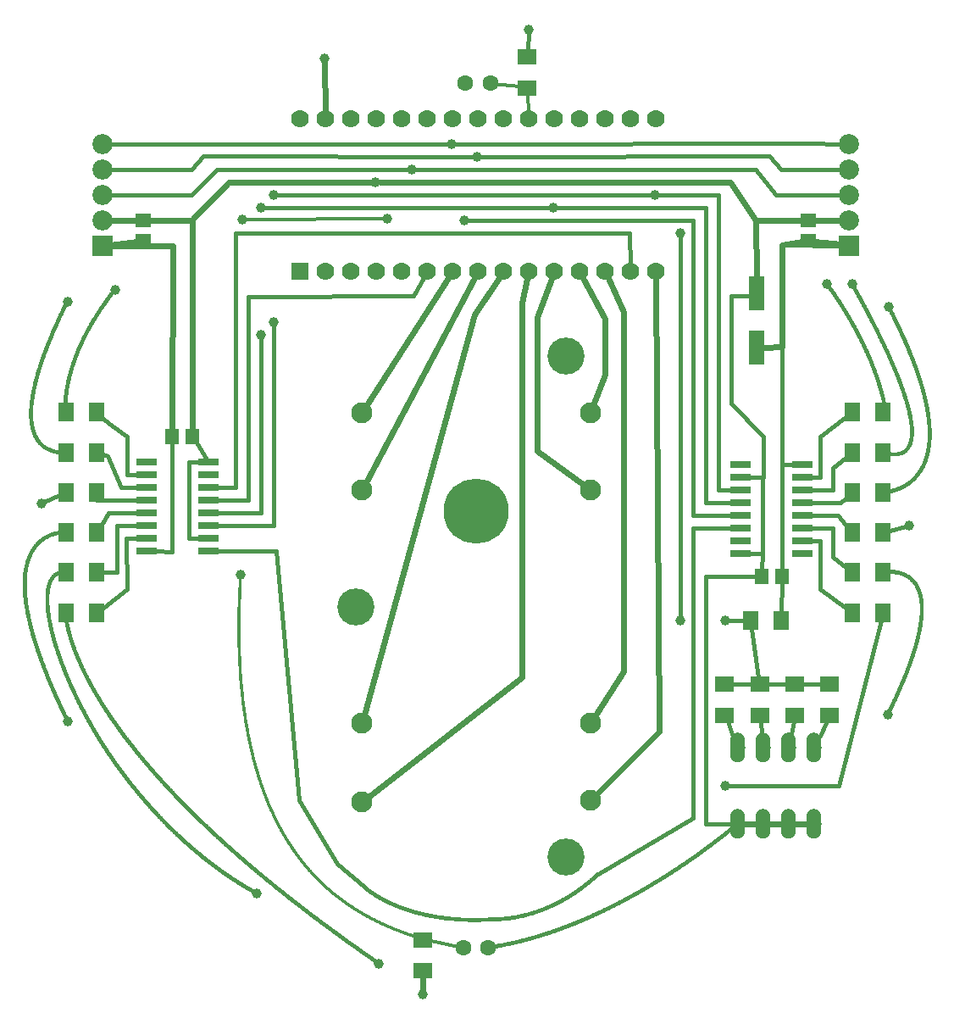
<source format=gtl>
G04 MADE WITH FRITZING*
G04 WWW.FRITZING.ORG*
G04 DOUBLE SIDED*
G04 HOLES PLATED*
G04 CONTOUR ON CENTER OF CONTOUR VECTOR*
%ASAXBY*%
%FSLAX23Y23*%
%MOIN*%
%OFA0B0*%
%SFA1.0B1.0*%
%ADD10C,0.039370*%
%ADD11C,0.058189*%
%ADD12C,0.070000*%
%ADD13C,0.082677*%
%ADD14C,0.255905*%
%ADD15C,0.145669*%
%ADD16C,0.079370*%
%ADD17C,0.062992*%
%ADD18R,0.062992X0.137795*%
%ADD19R,0.074803X0.062992*%
%ADD20R,0.062992X0.074803*%
%ADD21R,0.055118X0.059055*%
%ADD22R,0.080000X0.026000*%
%ADD23R,0.070000X0.069972*%
%ADD24R,0.079370X0.079370*%
%ADD25R,0.059055X0.055118*%
%ADD26C,0.012000*%
%ADD27C,0.016000*%
%ADD28C,0.024000*%
%ADD29R,0.001000X0.001000*%
%LNCOPPER1*%
G90*
G70*
G54D10*
X1754Y71D03*
X2173Y3867D03*
X1039Y1722D03*
X1047Y3119D03*
X1617Y3122D03*
X2769Y3067D03*
X3588Y2775D03*
X3669Y1917D03*
X1370Y3752D03*
X3586Y1172D03*
X1583Y193D03*
X1102Y470D03*
X358Y1147D03*
X255Y2003D03*
X358Y2797D03*
X2769Y1542D03*
X1919Y3117D03*
G54D11*
X2994Y742D03*
X3094Y742D03*
X3194Y742D03*
X3294Y742D03*
X3294Y1042D03*
X3194Y1042D03*
X3094Y1042D03*
X2994Y1042D03*
G54D12*
X1273Y2914D03*
X1373Y2914D03*
X1473Y2914D03*
X1573Y2914D03*
X1673Y2914D03*
X1773Y2914D03*
X1873Y2914D03*
X1973Y2914D03*
X2073Y2914D03*
X2173Y2914D03*
X2273Y2914D03*
X2373Y2914D03*
X2473Y2914D03*
X2573Y2914D03*
X2673Y2914D03*
X1273Y3514D03*
X1373Y3514D03*
X1473Y3514D03*
X1573Y3514D03*
X1673Y3514D03*
X1773Y3514D03*
X1873Y3514D03*
X1973Y3514D03*
X2073Y3514D03*
X2173Y3514D03*
X2273Y3514D03*
X2373Y3514D03*
X2473Y3514D03*
X2573Y3514D03*
X2673Y3514D03*
G54D10*
X544Y2842D03*
X1119Y2667D03*
X1169Y2717D03*
X1169Y3217D03*
X1119Y3167D03*
X2269Y3167D03*
X2669Y3217D03*
X2944Y1542D03*
X3444Y2867D03*
X2944Y892D03*
X3344Y2867D03*
X1713Y3317D03*
X1969Y3367D03*
X1569Y3267D03*
X1869Y3417D03*
G54D13*
X2415Y2358D03*
X2415Y2055D03*
X1515Y2055D03*
X1515Y2358D03*
X1515Y829D03*
X1515Y1140D03*
X2415Y1140D03*
X2415Y837D03*
G54D14*
X1965Y1971D03*
G54D15*
X2319Y2582D03*
X1492Y1597D03*
X2319Y613D03*
G54D16*
X497Y3016D03*
X497Y3116D03*
X497Y3216D03*
X497Y3316D03*
X497Y3416D03*
X3433Y3017D03*
X3433Y3117D03*
X3433Y3217D03*
X3433Y3317D03*
X3433Y3417D03*
G54D17*
X1914Y255D03*
X2012Y255D03*
X1914Y255D03*
X2012Y255D03*
X2021Y3655D03*
X1922Y3655D03*
X2021Y3655D03*
X1922Y3655D03*
G54D18*
X3069Y2829D03*
X3069Y2617D03*
G54D19*
X3357Y1170D03*
X3357Y1292D03*
X3219Y1170D03*
X3219Y1292D03*
X3081Y1170D03*
X3081Y1292D03*
X2943Y1170D03*
X2943Y1292D03*
G54D20*
X3044Y1542D03*
X3166Y1542D03*
G54D21*
X850Y2267D03*
X769Y2267D03*
X3088Y1717D03*
X3169Y1717D03*
G54D22*
X670Y2167D03*
X670Y2117D03*
X670Y2067D03*
X670Y2017D03*
X670Y1967D03*
X670Y1917D03*
X670Y1867D03*
X670Y1817D03*
X912Y1817D03*
X912Y1867D03*
X912Y1917D03*
X912Y1967D03*
X912Y2017D03*
X912Y2067D03*
X912Y2117D03*
X912Y2167D03*
G54D23*
X1273Y2914D03*
G54D20*
X3445Y2361D03*
X3567Y2361D03*
X473Y1573D03*
X351Y1573D03*
X3445Y2203D03*
X3567Y2203D03*
X473Y1731D03*
X351Y1731D03*
X3445Y2046D03*
X3567Y2046D03*
X473Y1888D03*
X351Y1888D03*
X473Y2046D03*
X351Y2046D03*
X3445Y1888D03*
X3567Y1888D03*
X3445Y1731D03*
X3567Y1731D03*
X473Y2203D03*
X351Y2203D03*
X3445Y1573D03*
X3567Y1573D03*
G54D24*
X497Y3016D03*
G54D20*
X473Y2361D03*
X351Y2361D03*
G54D24*
X3433Y3017D03*
G54D22*
X3249Y1806D03*
X3249Y1856D03*
X3249Y1906D03*
X3249Y1956D03*
X3249Y2006D03*
X3249Y2056D03*
X3249Y2106D03*
X3249Y2156D03*
X3007Y2156D03*
X3007Y2106D03*
X3007Y2056D03*
X3007Y2006D03*
X3007Y1956D03*
X3007Y1906D03*
X3007Y1856D03*
X3007Y1806D03*
G54D25*
X656Y3036D03*
X656Y3116D03*
X3272Y3036D03*
X3272Y3117D03*
G54D19*
X1757Y287D03*
X1757Y165D03*
X2167Y3637D03*
X2167Y3759D03*
G54D26*
X1060Y3119D02*
X1604Y3122D01*
D02*
X1789Y281D02*
X1897Y259D01*
D02*
X2172Y3538D02*
X2168Y3611D01*
D02*
X2032Y3653D02*
X2135Y3641D01*
G54D27*
D02*
X2172Y3853D02*
X2168Y3785D01*
G54D28*
D02*
X1755Y90D02*
X1756Y139D01*
D02*
X850Y3117D02*
X527Y3116D01*
D02*
X850Y2291D02*
X850Y3117D01*
D02*
X3169Y3018D02*
X3169Y2618D01*
D02*
X3169Y2618D02*
X3095Y2617D01*
D02*
X3248Y3032D02*
X3169Y3018D01*
D02*
X3067Y3117D02*
X3069Y2893D01*
D02*
X3248Y3117D02*
X3067Y3117D01*
D02*
X3067Y3117D02*
X3402Y3117D01*
D02*
X2967Y3264D02*
X3067Y3117D01*
D02*
X1588Y3267D02*
X2967Y3264D01*
G54D27*
D02*
X3067Y2818D02*
X3067Y3117D01*
D02*
X2969Y2818D02*
X3067Y2818D01*
D02*
X3095Y2265D02*
X2969Y2395D01*
D02*
X2969Y2395D02*
X2969Y2818D01*
D02*
X3094Y2106D02*
X3095Y2265D01*
D02*
X3041Y2106D02*
X3094Y2106D01*
D02*
X3067Y3117D02*
X3248Y3117D01*
G54D28*
D02*
X527Y3116D02*
X632Y3116D01*
D02*
X527Y3020D02*
X632Y3033D01*
D02*
X1370Y3733D02*
X1373Y3543D01*
G54D27*
D02*
X2769Y1555D02*
X2769Y3053D01*
G54D28*
D02*
X2685Y1107D02*
X2673Y2885D01*
D02*
X2438Y860D02*
X2685Y1107D01*
D02*
X2547Y1341D02*
X2547Y2756D01*
D02*
X2547Y2756D02*
X2485Y2888D01*
D02*
X2433Y1167D02*
X2547Y1341D01*
D02*
X2473Y2508D02*
X2427Y2389D01*
D02*
X2473Y2730D02*
X2473Y2508D01*
D02*
X2387Y2888D02*
X2473Y2730D01*
D02*
X2206Y2734D02*
X2206Y2208D01*
D02*
X2206Y2208D02*
X2388Y2074D01*
D02*
X2263Y2887D02*
X2206Y2734D01*
D02*
X2147Y1318D02*
X2147Y2793D01*
D02*
X2147Y2793D02*
X2167Y2886D01*
D02*
X1541Y849D02*
X2147Y1318D01*
D02*
X1524Y1172D02*
X1958Y2747D01*
D02*
X1958Y2747D02*
X2057Y2890D01*
D02*
X1959Y2888D02*
X1531Y2084D01*
D02*
X1533Y2386D02*
X1857Y2890D01*
D02*
X3402Y3117D02*
X3296Y3117D01*
D02*
X3402Y3021D02*
X3296Y3033D01*
G54D27*
D02*
X3049Y1510D02*
X3077Y1318D01*
D02*
X3169Y3018D02*
X3169Y2156D01*
D02*
X3169Y2156D02*
X3214Y2156D01*
D02*
X3408Y3017D02*
X3169Y3018D01*
D02*
X325Y2034D02*
X267Y2008D01*
D02*
X3167Y1574D02*
X3169Y1693D01*
D02*
X3089Y1741D02*
X3091Y1806D01*
G54D28*
D02*
X772Y3017D02*
X527Y3016D01*
D02*
X769Y2291D02*
X772Y3017D01*
G54D27*
D02*
X3320Y1667D02*
X3419Y1593D01*
D02*
X3320Y1856D02*
X3320Y1667D01*
D02*
X3283Y1856D02*
X3320Y1856D01*
D02*
X3018Y1542D02*
X2957Y1542D01*
D02*
X3251Y1292D02*
X3325Y1292D01*
D02*
X3113Y1292D02*
X3187Y1292D01*
D02*
X2975Y1292D02*
X3049Y1292D01*
D02*
X2869Y742D02*
X2970Y742D01*
D02*
X2869Y1717D02*
X2869Y742D01*
D02*
X3066Y1717D02*
X2869Y1717D01*
D02*
X3169Y1808D02*
X3169Y1741D01*
D02*
X3169Y2156D02*
X3169Y1808D01*
D02*
X3214Y2156D02*
X3169Y2156D01*
D02*
X3400Y2005D02*
X3283Y2006D01*
D02*
X3419Y2022D02*
X3400Y2005D01*
D02*
X3320Y2267D02*
X3320Y2106D01*
D02*
X3320Y2106D02*
X3283Y2106D01*
D02*
X3369Y2056D02*
X3283Y2056D01*
D02*
X3369Y2142D02*
X3369Y2056D01*
D02*
X3419Y2183D02*
X3369Y2142D01*
D02*
X3419Y2341D02*
X3320Y2267D01*
D02*
X3393Y892D02*
X3559Y1541D01*
D02*
X2957Y892D02*
X3393Y892D01*
D02*
X3389Y1954D02*
X3283Y1956D01*
D02*
X3419Y1918D02*
X3389Y1954D01*
D02*
X3369Y1791D02*
X3369Y1906D01*
D02*
X3369Y1906D02*
X3283Y1906D01*
D02*
X3419Y1751D02*
X3369Y1791D01*
D02*
X3593Y1895D02*
X3656Y1913D01*
G54D28*
D02*
X845Y3117D02*
X527Y3116D01*
D02*
X992Y3264D02*
X845Y3117D01*
D02*
X1550Y3267D02*
X992Y3264D01*
G54D27*
D02*
X769Y2123D02*
X769Y2243D01*
D02*
X769Y1813D02*
X769Y2123D01*
D02*
X704Y1816D02*
X769Y1813D01*
D02*
X907Y2174D02*
X865Y2243D01*
D02*
X837Y1867D02*
X877Y1867D01*
D02*
X837Y2167D02*
X837Y1867D01*
D02*
X877Y2167D02*
X837Y2167D01*
D02*
X3344Y1144D02*
X3318Y1090D01*
D02*
X3204Y1095D02*
X3214Y1144D01*
D02*
X3089Y1095D02*
X3084Y1144D01*
D02*
X2973Y1095D02*
X2954Y1144D01*
G54D28*
D02*
X3218Y742D02*
X3270Y742D01*
D02*
X3118Y742D02*
X3170Y742D01*
D02*
X3018Y742D02*
X3070Y742D01*
G54D27*
D02*
X2819Y1906D02*
X2819Y767D01*
D02*
X1269Y837D02*
X1180Y1817D01*
D02*
X1525Y495D02*
X1419Y584D01*
D02*
X1419Y584D02*
X1269Y837D01*
D02*
X2819Y767D02*
X2447Y545D01*
D02*
X553Y1731D02*
X553Y1917D01*
D02*
X593Y2267D02*
X592Y2116D01*
D02*
X518Y2318D02*
X593Y2267D01*
D02*
X592Y2116D02*
X635Y2116D01*
D02*
X569Y2065D02*
X635Y2066D01*
D02*
X593Y1667D02*
X590Y1867D01*
D02*
X590Y1867D02*
X635Y1867D01*
D02*
X553Y1917D02*
X635Y1917D01*
D02*
X518Y1967D02*
X635Y1967D01*
D02*
X473Y2017D02*
X635Y2017D01*
D02*
X2972Y1906D02*
X2819Y1906D01*
D02*
X499Y1593D02*
X593Y1667D01*
D02*
X499Y1731D02*
X553Y1731D01*
D02*
X491Y1920D02*
X518Y1967D01*
D02*
X473Y2046D02*
X473Y2017D01*
D02*
X517Y2190D02*
X569Y2065D01*
D02*
X499Y2196D02*
X517Y2190D01*
D02*
X499Y2336D02*
X518Y2318D01*
D02*
X3091Y1806D02*
X3091Y2104D01*
D02*
X3091Y2104D02*
X3041Y2105D01*
D02*
X3041Y1806D02*
X3091Y1806D01*
D02*
X1020Y3065D02*
X1019Y2067D01*
D02*
X1169Y1917D02*
X946Y1917D01*
D02*
X1119Y1967D02*
X946Y1967D01*
D02*
X1932Y3117D02*
X2820Y3116D01*
D02*
X2819Y1956D02*
X2972Y1956D01*
D02*
X2820Y3116D02*
X2819Y1956D01*
D02*
X1719Y2820D02*
X1069Y2817D01*
D02*
X1069Y2817D02*
X1069Y2017D01*
D02*
X1761Y2894D02*
X1719Y2820D01*
D02*
X1119Y2653D02*
X1119Y1967D01*
D02*
X1169Y2703D02*
X1169Y1917D01*
D02*
X2656Y3217D02*
X1182Y3217D01*
D02*
X2682Y3217D02*
X2919Y3217D01*
D02*
X1132Y3167D02*
X2256Y3167D01*
D02*
X2282Y3167D02*
X2869Y3167D01*
D02*
X2919Y3217D02*
X2919Y2056D01*
D02*
X2919Y2056D02*
X2972Y2056D01*
D02*
X2869Y2006D02*
X2869Y3167D01*
D02*
X2972Y2006D02*
X2869Y2006D01*
D02*
X892Y3369D02*
X1956Y3367D01*
D02*
X3167Y3317D02*
X3408Y3317D01*
D02*
X3119Y3369D02*
X3167Y3317D01*
D02*
X1982Y3367D02*
X3119Y3369D01*
D02*
X845Y3317D02*
X892Y3369D01*
D02*
X522Y3316D02*
X845Y3317D01*
D02*
X619Y3417D02*
X1856Y3417D01*
D02*
X3267Y3419D02*
X3408Y3417D01*
D02*
X1882Y3417D02*
X3267Y3419D01*
D02*
X522Y3416D02*
X619Y3417D01*
D02*
X3146Y3217D02*
X3408Y3217D01*
D02*
X3067Y3316D02*
X3146Y3217D01*
D02*
X1727Y3317D02*
X3067Y3316D01*
D02*
X945Y3317D02*
X1700Y3317D01*
D02*
X845Y3217D02*
X945Y3317D01*
D02*
X522Y3216D02*
X845Y3217D01*
D02*
X1019Y2067D02*
X946Y2067D01*
D02*
X1180Y1817D02*
X946Y1817D01*
D02*
X1069Y2017D02*
X946Y2017D01*
D02*
X2569Y3065D02*
X1020Y3065D01*
D02*
X2572Y2938D02*
X2569Y3065D01*
G54D29*
X3342Y2875D02*
X3345Y2875D01*
X3442Y2875D02*
X3445Y2875D01*
X3340Y2874D02*
X3347Y2874D01*
X3440Y2874D02*
X3447Y2874D01*
X3338Y2873D02*
X3349Y2873D01*
X3438Y2873D02*
X3449Y2873D01*
X3338Y2872D02*
X3350Y2872D01*
X3438Y2872D02*
X3450Y2872D01*
X3337Y2871D02*
X3350Y2871D01*
X3437Y2871D02*
X3450Y2871D01*
X3336Y2870D02*
X3351Y2870D01*
X3436Y2870D02*
X3451Y2870D01*
X3336Y2869D02*
X3352Y2869D01*
X3436Y2869D02*
X3451Y2869D01*
X3336Y2868D02*
X3352Y2868D01*
X3436Y2868D02*
X3452Y2868D01*
X3336Y2867D02*
X3353Y2867D01*
X3436Y2867D02*
X3452Y2867D01*
X3336Y2866D02*
X3354Y2866D01*
X3436Y2866D02*
X3453Y2866D01*
X3336Y2865D02*
X3355Y2865D01*
X3436Y2865D02*
X3453Y2865D01*
X3337Y2864D02*
X3355Y2864D01*
X3437Y2864D02*
X3454Y2864D01*
X3337Y2863D02*
X3356Y2863D01*
X3437Y2863D02*
X3455Y2863D01*
X3338Y2862D02*
X3357Y2862D01*
X3438Y2862D02*
X3455Y2862D01*
X3339Y2861D02*
X3358Y2861D01*
X3438Y2861D02*
X3456Y2861D01*
X3339Y2860D02*
X3358Y2860D01*
X3439Y2860D02*
X3456Y2860D01*
X3340Y2859D02*
X3359Y2859D01*
X3440Y2859D02*
X3457Y2859D01*
X3341Y2858D02*
X3360Y2858D01*
X3440Y2858D02*
X3457Y2858D01*
X3342Y2857D02*
X3360Y2857D01*
X3441Y2857D02*
X3458Y2857D01*
X3342Y2856D02*
X3361Y2856D01*
X3441Y2856D02*
X3458Y2856D01*
X3343Y2855D02*
X3362Y2855D01*
X3442Y2855D02*
X3459Y2855D01*
X3344Y2854D02*
X3363Y2854D01*
X3442Y2854D02*
X3460Y2854D01*
X3345Y2853D02*
X3363Y2853D01*
X3443Y2853D02*
X3460Y2853D01*
X3345Y2852D02*
X3364Y2852D01*
X3443Y2852D02*
X3461Y2852D01*
X3346Y2851D02*
X3365Y2851D01*
X3444Y2851D02*
X3461Y2851D01*
X542Y2850D02*
X545Y2850D01*
X3347Y2850D02*
X3365Y2850D01*
X3445Y2850D02*
X3462Y2850D01*
X540Y2849D02*
X547Y2849D01*
X3347Y2849D02*
X3366Y2849D01*
X3445Y2849D02*
X3462Y2849D01*
X538Y2848D02*
X549Y2848D01*
X3348Y2848D02*
X3367Y2848D01*
X3446Y2848D02*
X3463Y2848D01*
X537Y2847D02*
X549Y2847D01*
X3349Y2847D02*
X3368Y2847D01*
X3446Y2847D02*
X3463Y2847D01*
X537Y2846D02*
X550Y2846D01*
X3350Y2846D02*
X3368Y2846D01*
X3447Y2846D02*
X3464Y2846D01*
X536Y2845D02*
X551Y2845D01*
X3350Y2845D02*
X3369Y2845D01*
X3447Y2845D02*
X3465Y2845D01*
X535Y2844D02*
X551Y2844D01*
X3351Y2844D02*
X3370Y2844D01*
X3448Y2844D02*
X3465Y2844D01*
X534Y2843D02*
X551Y2843D01*
X3352Y2843D02*
X3371Y2843D01*
X3448Y2843D02*
X3466Y2843D01*
X534Y2842D02*
X551Y2842D01*
X3353Y2842D02*
X3371Y2842D01*
X3449Y2842D02*
X3466Y2842D01*
X533Y2841D02*
X551Y2841D01*
X3353Y2841D02*
X3372Y2841D01*
X3450Y2841D02*
X3467Y2841D01*
X532Y2840D02*
X551Y2840D01*
X3354Y2840D02*
X3373Y2840D01*
X3450Y2840D02*
X3467Y2840D01*
X531Y2839D02*
X550Y2839D01*
X3355Y2839D02*
X3373Y2839D01*
X3451Y2839D02*
X3468Y2839D01*
X531Y2838D02*
X550Y2838D01*
X3355Y2838D02*
X3374Y2838D01*
X3451Y2838D02*
X3468Y2838D01*
X530Y2837D02*
X549Y2837D01*
X3356Y2837D02*
X3375Y2837D01*
X3452Y2837D02*
X3469Y2837D01*
X529Y2836D02*
X548Y2836D01*
X3357Y2836D02*
X3375Y2836D01*
X3452Y2836D02*
X3470Y2836D01*
X528Y2835D02*
X547Y2835D01*
X3358Y2835D02*
X3376Y2835D01*
X3453Y2835D02*
X3470Y2835D01*
X528Y2834D02*
X547Y2834D01*
X3358Y2834D02*
X3377Y2834D01*
X3453Y2834D02*
X3471Y2834D01*
X527Y2833D02*
X546Y2833D01*
X3359Y2833D02*
X3377Y2833D01*
X3454Y2833D02*
X3471Y2833D01*
X526Y2832D02*
X545Y2832D01*
X3360Y2832D02*
X3378Y2832D01*
X3455Y2832D02*
X3472Y2832D01*
X525Y2831D02*
X544Y2831D01*
X3360Y2831D02*
X3379Y2831D01*
X3455Y2831D02*
X3472Y2831D01*
X524Y2830D02*
X544Y2830D01*
X3361Y2830D02*
X3380Y2830D01*
X3456Y2830D02*
X3473Y2830D01*
X524Y2829D02*
X543Y2829D01*
X3362Y2829D02*
X3380Y2829D01*
X3456Y2829D02*
X3473Y2829D01*
X523Y2828D02*
X542Y2828D01*
X3362Y2828D02*
X3381Y2828D01*
X3457Y2828D02*
X3474Y2828D01*
X522Y2827D02*
X541Y2827D01*
X3363Y2827D02*
X3382Y2827D01*
X3457Y2827D02*
X3474Y2827D01*
X521Y2826D02*
X541Y2826D01*
X3364Y2826D02*
X3382Y2826D01*
X3458Y2826D02*
X3475Y2826D01*
X521Y2825D02*
X540Y2825D01*
X3365Y2825D02*
X3383Y2825D01*
X3458Y2825D02*
X3476Y2825D01*
X520Y2824D02*
X539Y2824D01*
X3365Y2824D02*
X3384Y2824D01*
X3459Y2824D02*
X3476Y2824D01*
X519Y2823D02*
X538Y2823D01*
X3366Y2823D02*
X3384Y2823D01*
X3459Y2823D02*
X3477Y2823D01*
X518Y2822D02*
X537Y2822D01*
X3367Y2822D02*
X3385Y2822D01*
X3460Y2822D02*
X3477Y2822D01*
X518Y2821D02*
X537Y2821D01*
X3367Y2821D02*
X3386Y2821D01*
X3461Y2821D02*
X3478Y2821D01*
X517Y2820D02*
X536Y2820D01*
X3368Y2820D02*
X3386Y2820D01*
X3461Y2820D02*
X3478Y2820D01*
X516Y2819D02*
X535Y2819D01*
X3369Y2819D02*
X3387Y2819D01*
X3462Y2819D02*
X3479Y2819D01*
X515Y2818D02*
X534Y2818D01*
X3369Y2818D02*
X3388Y2818D01*
X3462Y2818D02*
X3479Y2818D01*
X515Y2817D02*
X534Y2817D01*
X3370Y2817D02*
X3388Y2817D01*
X3463Y2817D02*
X3480Y2817D01*
X514Y2816D02*
X533Y2816D01*
X3371Y2816D02*
X3389Y2816D01*
X3463Y2816D02*
X3480Y2816D01*
X513Y2815D02*
X532Y2815D01*
X3371Y2815D02*
X3390Y2815D01*
X3464Y2815D02*
X3481Y2815D01*
X513Y2814D02*
X531Y2814D01*
X3372Y2814D02*
X3390Y2814D01*
X3464Y2814D02*
X3482Y2814D01*
X512Y2813D02*
X531Y2813D01*
X3373Y2813D02*
X3391Y2813D01*
X3465Y2813D02*
X3482Y2813D01*
X511Y2812D02*
X530Y2812D01*
X3373Y2812D02*
X3392Y2812D01*
X3465Y2812D02*
X3483Y2812D01*
X510Y2811D02*
X529Y2811D01*
X3374Y2811D02*
X3392Y2811D01*
X3466Y2811D02*
X3483Y2811D01*
X510Y2810D02*
X528Y2810D01*
X3375Y2810D02*
X3393Y2810D01*
X3467Y2810D02*
X3484Y2810D01*
X509Y2809D02*
X528Y2809D01*
X3376Y2809D02*
X3394Y2809D01*
X3467Y2809D02*
X3484Y2809D01*
X508Y2808D02*
X527Y2808D01*
X3376Y2808D02*
X3394Y2808D01*
X3468Y2808D02*
X3485Y2808D01*
X507Y2807D02*
X526Y2807D01*
X3377Y2807D02*
X3395Y2807D01*
X3468Y2807D02*
X3485Y2807D01*
X507Y2806D02*
X525Y2806D01*
X3378Y2806D02*
X3396Y2806D01*
X3469Y2806D02*
X3486Y2806D01*
X354Y2805D02*
X361Y2805D01*
X506Y2805D02*
X525Y2805D01*
X3378Y2805D02*
X3396Y2805D01*
X3469Y2805D02*
X3486Y2805D01*
X353Y2804D02*
X362Y2804D01*
X505Y2804D02*
X524Y2804D01*
X3379Y2804D02*
X3397Y2804D01*
X3470Y2804D02*
X3487Y2804D01*
X352Y2803D02*
X363Y2803D01*
X505Y2803D02*
X523Y2803D01*
X3380Y2803D02*
X3398Y2803D01*
X3470Y2803D02*
X3488Y2803D01*
X351Y2802D02*
X364Y2802D01*
X504Y2802D02*
X523Y2802D01*
X3380Y2802D02*
X3398Y2802D01*
X3471Y2802D02*
X3488Y2802D01*
X350Y2801D02*
X364Y2801D01*
X503Y2801D02*
X522Y2801D01*
X3381Y2801D02*
X3399Y2801D01*
X3471Y2801D02*
X3489Y2801D01*
X350Y2800D02*
X365Y2800D01*
X502Y2800D02*
X521Y2800D01*
X3382Y2800D02*
X3400Y2800D01*
X3472Y2800D02*
X3489Y2800D01*
X350Y2799D02*
X365Y2799D01*
X502Y2799D02*
X520Y2799D01*
X3382Y2799D02*
X3400Y2799D01*
X3473Y2799D02*
X3490Y2799D01*
X349Y2798D02*
X365Y2798D01*
X501Y2798D02*
X520Y2798D01*
X3383Y2798D02*
X3401Y2798D01*
X3473Y2798D02*
X3490Y2798D01*
X349Y2797D02*
X365Y2797D01*
X500Y2797D02*
X519Y2797D01*
X3384Y2797D02*
X3402Y2797D01*
X3474Y2797D02*
X3491Y2797D01*
X348Y2796D02*
X365Y2796D01*
X499Y2796D02*
X518Y2796D01*
X3384Y2796D02*
X3402Y2796D01*
X3474Y2796D02*
X3491Y2796D01*
X348Y2795D02*
X364Y2795D01*
X499Y2795D02*
X517Y2795D01*
X3385Y2795D02*
X3403Y2795D01*
X3475Y2795D02*
X3492Y2795D01*
X347Y2794D02*
X364Y2794D01*
X498Y2794D02*
X517Y2794D01*
X3386Y2794D02*
X3404Y2794D01*
X3475Y2794D02*
X3492Y2794D01*
X347Y2793D02*
X363Y2793D01*
X497Y2793D02*
X516Y2793D01*
X3386Y2793D02*
X3404Y2793D01*
X3476Y2793D02*
X3493Y2793D01*
X346Y2792D02*
X363Y2792D01*
X497Y2792D02*
X515Y2792D01*
X3387Y2792D02*
X3405Y2792D01*
X3476Y2792D02*
X3493Y2792D01*
X346Y2791D02*
X362Y2791D01*
X496Y2791D02*
X515Y2791D01*
X3387Y2791D02*
X3406Y2791D01*
X3477Y2791D02*
X3494Y2791D01*
X345Y2790D02*
X362Y2790D01*
X495Y2790D02*
X514Y2790D01*
X3388Y2790D02*
X3406Y2790D01*
X3477Y2790D02*
X3495Y2790D01*
X345Y2789D02*
X361Y2789D01*
X495Y2789D02*
X513Y2789D01*
X3389Y2789D02*
X3407Y2789D01*
X3478Y2789D02*
X3495Y2789D01*
X344Y2788D02*
X361Y2788D01*
X494Y2788D02*
X512Y2788D01*
X3389Y2788D02*
X3408Y2788D01*
X3478Y2788D02*
X3496Y2788D01*
X344Y2787D02*
X360Y2787D01*
X493Y2787D02*
X512Y2787D01*
X3390Y2787D02*
X3408Y2787D01*
X3479Y2787D02*
X3496Y2787D01*
X343Y2786D02*
X360Y2786D01*
X493Y2786D02*
X511Y2786D01*
X3391Y2786D02*
X3409Y2786D01*
X3480Y2786D02*
X3497Y2786D01*
X343Y2785D02*
X359Y2785D01*
X492Y2785D02*
X510Y2785D01*
X3391Y2785D02*
X3409Y2785D01*
X3480Y2785D02*
X3497Y2785D01*
X342Y2784D02*
X359Y2784D01*
X491Y2784D02*
X510Y2784D01*
X3392Y2784D02*
X3410Y2784D01*
X3481Y2784D02*
X3498Y2784D01*
X342Y2783D02*
X359Y2783D01*
X490Y2783D02*
X509Y2783D01*
X3393Y2783D02*
X3411Y2783D01*
X3481Y2783D02*
X3498Y2783D01*
X3585Y2783D02*
X3591Y2783D01*
X341Y2782D02*
X358Y2782D01*
X490Y2782D02*
X508Y2782D01*
X3393Y2782D02*
X3411Y2782D01*
X3482Y2782D02*
X3499Y2782D01*
X3584Y2782D02*
X3592Y2782D01*
X341Y2781D02*
X358Y2781D01*
X489Y2781D02*
X508Y2781D01*
X3394Y2781D02*
X3412Y2781D01*
X3482Y2781D02*
X3499Y2781D01*
X3583Y2781D02*
X3593Y2781D01*
X340Y2780D02*
X357Y2780D01*
X488Y2780D02*
X507Y2780D01*
X3395Y2780D02*
X3413Y2780D01*
X3483Y2780D02*
X3500Y2780D01*
X3582Y2780D02*
X3594Y2780D01*
X340Y2779D02*
X357Y2779D01*
X488Y2779D02*
X506Y2779D01*
X3395Y2779D02*
X3413Y2779D01*
X3483Y2779D02*
X3500Y2779D01*
X3581Y2779D02*
X3595Y2779D01*
X339Y2778D02*
X356Y2778D01*
X487Y2778D02*
X505Y2778D01*
X3396Y2778D02*
X3414Y2778D01*
X3484Y2778D02*
X3501Y2778D01*
X3581Y2778D02*
X3595Y2778D01*
X339Y2777D02*
X356Y2777D01*
X486Y2777D02*
X505Y2777D01*
X3397Y2777D02*
X3414Y2777D01*
X3484Y2777D02*
X3501Y2777D01*
X3581Y2777D02*
X3596Y2777D01*
X338Y2776D02*
X355Y2776D01*
X486Y2776D02*
X504Y2776D01*
X3397Y2776D02*
X3415Y2776D01*
X3485Y2776D02*
X3502Y2776D01*
X3580Y2776D02*
X3596Y2776D01*
X338Y2775D02*
X355Y2775D01*
X485Y2775D02*
X503Y2775D01*
X3398Y2775D02*
X3416Y2775D01*
X3485Y2775D02*
X3503Y2775D01*
X3581Y2775D02*
X3597Y2775D01*
X337Y2774D02*
X354Y2774D01*
X484Y2774D02*
X503Y2774D01*
X3398Y2774D02*
X3416Y2774D01*
X3486Y2774D02*
X3503Y2774D01*
X3581Y2774D02*
X3597Y2774D01*
X337Y2773D02*
X354Y2773D01*
X484Y2773D02*
X502Y2773D01*
X3399Y2773D02*
X3417Y2773D01*
X3486Y2773D02*
X3504Y2773D01*
X3581Y2773D02*
X3598Y2773D01*
X336Y2772D02*
X353Y2772D01*
X483Y2772D02*
X501Y2772D01*
X3400Y2772D02*
X3418Y2772D01*
X3487Y2772D02*
X3504Y2772D01*
X3581Y2772D02*
X3598Y2772D01*
X336Y2771D02*
X353Y2771D01*
X482Y2771D02*
X501Y2771D01*
X3400Y2771D02*
X3418Y2771D01*
X3488Y2771D02*
X3505Y2771D01*
X3582Y2771D02*
X3599Y2771D01*
X335Y2770D02*
X352Y2770D01*
X482Y2770D02*
X500Y2770D01*
X3401Y2770D02*
X3419Y2770D01*
X3488Y2770D02*
X3505Y2770D01*
X3582Y2770D02*
X3599Y2770D01*
X335Y2769D02*
X352Y2769D01*
X481Y2769D02*
X499Y2769D01*
X3402Y2769D02*
X3420Y2769D01*
X3489Y2769D02*
X3506Y2769D01*
X3583Y2769D02*
X3600Y2769D01*
X334Y2768D02*
X351Y2768D01*
X480Y2768D02*
X499Y2768D01*
X3402Y2768D02*
X3420Y2768D01*
X3489Y2768D02*
X3506Y2768D01*
X3583Y2768D02*
X3600Y2768D01*
X334Y2767D02*
X351Y2767D01*
X480Y2767D02*
X498Y2767D01*
X3403Y2767D02*
X3421Y2767D01*
X3490Y2767D02*
X3507Y2767D01*
X3584Y2767D02*
X3601Y2767D01*
X333Y2766D02*
X350Y2766D01*
X479Y2766D02*
X497Y2766D01*
X3404Y2766D02*
X3421Y2766D01*
X3490Y2766D02*
X3507Y2766D01*
X3584Y2766D02*
X3601Y2766D01*
X333Y2765D02*
X350Y2765D01*
X478Y2765D02*
X497Y2765D01*
X3404Y2765D02*
X3422Y2765D01*
X3491Y2765D02*
X3508Y2765D01*
X3585Y2765D02*
X3602Y2765D01*
X333Y2764D02*
X349Y2764D01*
X478Y2764D02*
X496Y2764D01*
X3405Y2764D02*
X3423Y2764D01*
X3491Y2764D02*
X3508Y2764D01*
X3585Y2764D02*
X3602Y2764D01*
X332Y2763D02*
X349Y2763D01*
X477Y2763D02*
X495Y2763D01*
X3405Y2763D02*
X3423Y2763D01*
X3492Y2763D02*
X3509Y2763D01*
X3586Y2763D02*
X3603Y2763D01*
X332Y2762D02*
X348Y2762D01*
X476Y2762D02*
X494Y2762D01*
X3406Y2762D02*
X3424Y2762D01*
X3492Y2762D02*
X3509Y2762D01*
X3586Y2762D02*
X3603Y2762D01*
X331Y2761D02*
X348Y2761D01*
X476Y2761D02*
X494Y2761D01*
X3407Y2761D02*
X3424Y2761D01*
X3493Y2761D02*
X3510Y2761D01*
X3587Y2761D02*
X3604Y2761D01*
X331Y2760D02*
X347Y2760D01*
X475Y2760D02*
X493Y2760D01*
X3407Y2760D02*
X3425Y2760D01*
X3493Y2760D02*
X3511Y2760D01*
X3587Y2760D02*
X3604Y2760D01*
X330Y2759D02*
X347Y2759D01*
X474Y2759D02*
X492Y2759D01*
X3408Y2759D02*
X3426Y2759D01*
X3494Y2759D02*
X3511Y2759D01*
X3588Y2759D02*
X3605Y2759D01*
X330Y2758D02*
X346Y2758D01*
X474Y2758D02*
X492Y2758D01*
X3409Y2758D02*
X3426Y2758D01*
X3495Y2758D02*
X3512Y2758D01*
X3588Y2758D02*
X3605Y2758D01*
X329Y2757D02*
X346Y2757D01*
X473Y2757D02*
X491Y2757D01*
X3409Y2757D02*
X3427Y2757D01*
X3495Y2757D02*
X3512Y2757D01*
X3589Y2757D02*
X3606Y2757D01*
X329Y2756D02*
X345Y2756D01*
X473Y2756D02*
X491Y2756D01*
X3410Y2756D02*
X3427Y2756D01*
X3496Y2756D02*
X3513Y2756D01*
X3590Y2756D02*
X3606Y2756D01*
X328Y2755D02*
X345Y2755D01*
X472Y2755D02*
X490Y2755D01*
X3410Y2755D02*
X3428Y2755D01*
X3496Y2755D02*
X3513Y2755D01*
X3590Y2755D02*
X3607Y2755D01*
X328Y2754D02*
X345Y2754D01*
X471Y2754D02*
X489Y2754D01*
X3411Y2754D02*
X3429Y2754D01*
X3497Y2754D02*
X3514Y2754D01*
X3591Y2754D02*
X3607Y2754D01*
X327Y2753D02*
X344Y2753D01*
X471Y2753D02*
X489Y2753D01*
X3412Y2753D02*
X3429Y2753D01*
X3497Y2753D02*
X3514Y2753D01*
X3591Y2753D02*
X3608Y2753D01*
X327Y2752D02*
X344Y2752D01*
X470Y2752D02*
X488Y2752D01*
X3412Y2752D02*
X3430Y2752D01*
X3498Y2752D02*
X3515Y2752D01*
X3592Y2752D02*
X3608Y2752D01*
X326Y2751D02*
X343Y2751D01*
X469Y2751D02*
X487Y2751D01*
X3413Y2751D02*
X3431Y2751D01*
X3498Y2751D02*
X3515Y2751D01*
X3592Y2751D02*
X3609Y2751D01*
X326Y2750D02*
X343Y2750D01*
X469Y2750D02*
X487Y2750D01*
X3413Y2750D02*
X3431Y2750D01*
X3499Y2750D02*
X3516Y2750D01*
X3593Y2750D02*
X3610Y2750D01*
X325Y2749D02*
X342Y2749D01*
X468Y2749D02*
X486Y2749D01*
X3414Y2749D02*
X3432Y2749D01*
X3499Y2749D02*
X3516Y2749D01*
X3593Y2749D02*
X3610Y2749D01*
X325Y2748D02*
X342Y2748D01*
X467Y2748D02*
X485Y2748D01*
X3415Y2748D02*
X3432Y2748D01*
X3500Y2748D02*
X3517Y2748D01*
X3594Y2748D02*
X3611Y2748D01*
X324Y2747D02*
X341Y2747D01*
X467Y2747D02*
X485Y2747D01*
X3415Y2747D02*
X3433Y2747D01*
X3500Y2747D02*
X3517Y2747D01*
X3594Y2747D02*
X3611Y2747D01*
X324Y2746D02*
X341Y2746D01*
X466Y2746D02*
X484Y2746D01*
X3416Y2746D02*
X3434Y2746D01*
X3501Y2746D02*
X3518Y2746D01*
X3595Y2746D02*
X3612Y2746D01*
X324Y2745D02*
X340Y2745D01*
X465Y2745D02*
X483Y2745D01*
X3416Y2745D02*
X3434Y2745D01*
X3501Y2745D02*
X3518Y2745D01*
X3595Y2745D02*
X3612Y2745D01*
X323Y2744D02*
X340Y2744D01*
X465Y2744D02*
X483Y2744D01*
X3417Y2744D02*
X3435Y2744D01*
X3502Y2744D02*
X3519Y2744D01*
X3596Y2744D02*
X3613Y2744D01*
X323Y2743D02*
X339Y2743D01*
X464Y2743D02*
X482Y2743D01*
X3418Y2743D02*
X3435Y2743D01*
X3502Y2743D02*
X3519Y2743D01*
X3596Y2743D02*
X3613Y2743D01*
X322Y2742D02*
X339Y2742D01*
X464Y2742D02*
X481Y2742D01*
X3418Y2742D02*
X3436Y2742D01*
X3503Y2742D02*
X3520Y2742D01*
X3597Y2742D02*
X3614Y2742D01*
X322Y2741D02*
X338Y2741D01*
X463Y2741D02*
X481Y2741D01*
X3419Y2741D02*
X3437Y2741D01*
X3503Y2741D02*
X3520Y2741D01*
X3597Y2741D02*
X3614Y2741D01*
X321Y2740D02*
X338Y2740D01*
X462Y2740D02*
X480Y2740D01*
X3419Y2740D02*
X3437Y2740D01*
X3504Y2740D02*
X3521Y2740D01*
X3598Y2740D02*
X3615Y2740D01*
X321Y2739D02*
X337Y2739D01*
X462Y2739D02*
X480Y2739D01*
X3420Y2739D02*
X3438Y2739D01*
X3504Y2739D02*
X3521Y2739D01*
X3598Y2739D02*
X3615Y2739D01*
X320Y2738D02*
X337Y2738D01*
X461Y2738D02*
X479Y2738D01*
X3421Y2738D02*
X3438Y2738D01*
X3505Y2738D02*
X3522Y2738D01*
X3599Y2738D02*
X3615Y2738D01*
X320Y2737D02*
X336Y2737D01*
X461Y2737D02*
X478Y2737D01*
X3421Y2737D02*
X3439Y2737D01*
X3505Y2737D02*
X3523Y2737D01*
X3599Y2737D02*
X3616Y2737D01*
X319Y2736D02*
X336Y2736D01*
X460Y2736D02*
X478Y2736D01*
X3422Y2736D02*
X3439Y2736D01*
X3506Y2736D02*
X3523Y2736D01*
X3600Y2736D02*
X3616Y2736D01*
X319Y2735D02*
X336Y2735D01*
X459Y2735D02*
X477Y2735D01*
X3422Y2735D02*
X3440Y2735D01*
X3507Y2735D02*
X3524Y2735D01*
X3600Y2735D02*
X3617Y2735D01*
X318Y2734D02*
X335Y2734D01*
X459Y2734D02*
X476Y2734D01*
X3423Y2734D02*
X3441Y2734D01*
X3507Y2734D02*
X3524Y2734D01*
X3601Y2734D02*
X3617Y2734D01*
X318Y2733D02*
X335Y2733D01*
X458Y2733D02*
X476Y2733D01*
X3424Y2733D02*
X3441Y2733D01*
X3508Y2733D02*
X3525Y2733D01*
X3601Y2733D02*
X3618Y2733D01*
X318Y2732D02*
X334Y2732D01*
X457Y2732D02*
X475Y2732D01*
X3424Y2732D02*
X3442Y2732D01*
X3508Y2732D02*
X3525Y2732D01*
X3602Y2732D02*
X3618Y2732D01*
X317Y2731D02*
X334Y2731D01*
X457Y2731D02*
X475Y2731D01*
X3425Y2731D02*
X3442Y2731D01*
X3509Y2731D02*
X3526Y2731D01*
X3602Y2731D02*
X3619Y2731D01*
X317Y2730D02*
X333Y2730D01*
X456Y2730D02*
X474Y2730D01*
X3425Y2730D02*
X3443Y2730D01*
X3509Y2730D02*
X3526Y2730D01*
X3603Y2730D02*
X3619Y2730D01*
X316Y2729D02*
X333Y2729D01*
X456Y2729D02*
X473Y2729D01*
X3426Y2729D02*
X3444Y2729D01*
X3510Y2729D02*
X3527Y2729D01*
X3603Y2729D02*
X3620Y2729D01*
X316Y2728D02*
X332Y2728D01*
X455Y2728D02*
X473Y2728D01*
X3427Y2728D02*
X3444Y2728D01*
X3510Y2728D02*
X3527Y2728D01*
X3604Y2728D02*
X3620Y2728D01*
X315Y2727D02*
X332Y2727D01*
X454Y2727D02*
X472Y2727D01*
X3427Y2727D02*
X3445Y2727D01*
X3511Y2727D02*
X3528Y2727D01*
X3604Y2727D02*
X3621Y2727D01*
X315Y2726D02*
X331Y2726D01*
X454Y2726D02*
X471Y2726D01*
X3428Y2726D02*
X3445Y2726D01*
X3511Y2726D02*
X3528Y2726D01*
X3605Y2726D02*
X3621Y2726D01*
X314Y2725D02*
X331Y2725D01*
X453Y2725D02*
X471Y2725D01*
X3428Y2725D02*
X3446Y2725D01*
X3512Y2725D02*
X3529Y2725D01*
X3605Y2725D02*
X3622Y2725D01*
X314Y2724D02*
X330Y2724D01*
X453Y2724D02*
X470Y2724D01*
X3429Y2724D02*
X3446Y2724D01*
X3512Y2724D02*
X3529Y2724D01*
X3606Y2724D02*
X3622Y2724D01*
X313Y2723D02*
X330Y2723D01*
X452Y2723D02*
X470Y2723D01*
X3430Y2723D02*
X3447Y2723D01*
X3513Y2723D02*
X3530Y2723D01*
X3606Y2723D02*
X3623Y2723D01*
X313Y2722D02*
X330Y2722D01*
X451Y2722D02*
X469Y2722D01*
X3430Y2722D02*
X3448Y2722D01*
X3513Y2722D02*
X3530Y2722D01*
X3607Y2722D02*
X3623Y2722D01*
X312Y2721D02*
X329Y2721D01*
X451Y2721D02*
X468Y2721D01*
X3431Y2721D02*
X3448Y2721D01*
X3514Y2721D02*
X3531Y2721D01*
X3607Y2721D02*
X3624Y2721D01*
X312Y2720D02*
X329Y2720D01*
X450Y2720D02*
X468Y2720D01*
X3431Y2720D02*
X3449Y2720D01*
X3514Y2720D02*
X3531Y2720D01*
X3607Y2720D02*
X3624Y2720D01*
X312Y2719D02*
X328Y2719D01*
X450Y2719D02*
X467Y2719D01*
X3432Y2719D02*
X3449Y2719D01*
X3515Y2719D02*
X3532Y2719D01*
X3608Y2719D02*
X3625Y2719D01*
X311Y2718D02*
X328Y2718D01*
X449Y2718D02*
X467Y2718D01*
X3432Y2718D02*
X3450Y2718D01*
X3515Y2718D02*
X3532Y2718D01*
X3608Y2718D02*
X3625Y2718D01*
X311Y2717D02*
X327Y2717D01*
X448Y2717D02*
X466Y2717D01*
X3433Y2717D02*
X3450Y2717D01*
X3516Y2717D02*
X3533Y2717D01*
X3609Y2717D02*
X3626Y2717D01*
X310Y2716D02*
X327Y2716D01*
X448Y2716D02*
X465Y2716D01*
X3434Y2716D02*
X3451Y2716D01*
X3516Y2716D02*
X3533Y2716D01*
X3609Y2716D02*
X3626Y2716D01*
X310Y2715D02*
X326Y2715D01*
X447Y2715D02*
X465Y2715D01*
X3434Y2715D02*
X3452Y2715D01*
X3517Y2715D02*
X3534Y2715D01*
X3610Y2715D02*
X3627Y2715D01*
X309Y2714D02*
X326Y2714D01*
X447Y2714D02*
X464Y2714D01*
X3435Y2714D02*
X3452Y2714D01*
X3517Y2714D02*
X3534Y2714D01*
X3610Y2714D02*
X3627Y2714D01*
X309Y2713D02*
X325Y2713D01*
X446Y2713D02*
X464Y2713D01*
X3435Y2713D02*
X3453Y2713D01*
X3518Y2713D02*
X3535Y2713D01*
X3611Y2713D02*
X3628Y2713D01*
X308Y2712D02*
X325Y2712D01*
X446Y2712D02*
X463Y2712D01*
X3436Y2712D02*
X3453Y2712D01*
X3518Y2712D02*
X3535Y2712D01*
X3611Y2712D02*
X3628Y2712D01*
X308Y2711D02*
X324Y2711D01*
X445Y2711D02*
X462Y2711D01*
X3436Y2711D02*
X3454Y2711D01*
X3519Y2711D02*
X3536Y2711D01*
X3612Y2711D02*
X3629Y2711D01*
X308Y2710D02*
X324Y2710D01*
X444Y2710D02*
X462Y2710D01*
X3437Y2710D02*
X3454Y2710D01*
X3519Y2710D02*
X3536Y2710D01*
X3612Y2710D02*
X3629Y2710D01*
X307Y2709D02*
X324Y2709D01*
X444Y2709D02*
X461Y2709D01*
X3438Y2709D02*
X3455Y2709D01*
X3520Y2709D02*
X3537Y2709D01*
X3613Y2709D02*
X3630Y2709D01*
X307Y2708D02*
X323Y2708D01*
X443Y2708D02*
X461Y2708D01*
X3438Y2708D02*
X3455Y2708D01*
X3520Y2708D02*
X3537Y2708D01*
X3613Y2708D02*
X3630Y2708D01*
X306Y2707D02*
X323Y2707D01*
X443Y2707D02*
X460Y2707D01*
X3439Y2707D02*
X3456Y2707D01*
X3521Y2707D02*
X3538Y2707D01*
X3614Y2707D02*
X3631Y2707D01*
X306Y2706D02*
X322Y2706D01*
X442Y2706D02*
X459Y2706D01*
X3439Y2706D02*
X3457Y2706D01*
X3521Y2706D02*
X3538Y2706D01*
X3614Y2706D02*
X3631Y2706D01*
X305Y2705D02*
X322Y2705D01*
X442Y2705D02*
X459Y2705D01*
X3440Y2705D02*
X3457Y2705D01*
X3522Y2705D02*
X3539Y2705D01*
X3615Y2705D02*
X3632Y2705D01*
X305Y2704D02*
X321Y2704D01*
X441Y2704D02*
X458Y2704D01*
X3440Y2704D02*
X3458Y2704D01*
X3523Y2704D02*
X3539Y2704D01*
X3615Y2704D02*
X3632Y2704D01*
X304Y2703D02*
X321Y2703D01*
X440Y2703D02*
X458Y2703D01*
X3441Y2703D02*
X3458Y2703D01*
X3523Y2703D02*
X3540Y2703D01*
X3616Y2703D02*
X3632Y2703D01*
X304Y2702D02*
X320Y2702D01*
X440Y2702D02*
X457Y2702D01*
X3442Y2702D02*
X3459Y2702D01*
X3524Y2702D02*
X3540Y2702D01*
X3616Y2702D02*
X3633Y2702D01*
X304Y2701D02*
X320Y2701D01*
X439Y2701D02*
X457Y2701D01*
X3442Y2701D02*
X3459Y2701D01*
X3524Y2701D02*
X3541Y2701D01*
X3617Y2701D02*
X3633Y2701D01*
X303Y2700D02*
X320Y2700D01*
X439Y2700D02*
X456Y2700D01*
X3443Y2700D02*
X3460Y2700D01*
X3525Y2700D02*
X3542Y2700D01*
X3617Y2700D02*
X3634Y2700D01*
X303Y2699D02*
X319Y2699D01*
X438Y2699D02*
X455Y2699D01*
X3443Y2699D02*
X3460Y2699D01*
X3525Y2699D02*
X3542Y2699D01*
X3618Y2699D02*
X3634Y2699D01*
X302Y2698D02*
X319Y2698D01*
X438Y2698D02*
X455Y2698D01*
X3444Y2698D02*
X3461Y2698D01*
X3526Y2698D02*
X3543Y2698D01*
X3618Y2698D02*
X3635Y2698D01*
X302Y2697D02*
X318Y2697D01*
X437Y2697D02*
X454Y2697D01*
X3444Y2697D02*
X3461Y2697D01*
X3526Y2697D02*
X3543Y2697D01*
X3619Y2697D02*
X3635Y2697D01*
X301Y2696D02*
X318Y2696D01*
X436Y2696D02*
X454Y2696D01*
X3445Y2696D02*
X3462Y2696D01*
X3527Y2696D02*
X3544Y2696D01*
X3619Y2696D02*
X3636Y2696D01*
X301Y2695D02*
X317Y2695D01*
X436Y2695D02*
X453Y2695D01*
X3445Y2695D02*
X3463Y2695D01*
X3527Y2695D02*
X3544Y2695D01*
X3620Y2695D02*
X3636Y2695D01*
X300Y2694D02*
X317Y2694D01*
X435Y2694D02*
X453Y2694D01*
X3446Y2694D02*
X3463Y2694D01*
X3528Y2694D02*
X3545Y2694D01*
X3620Y2694D02*
X3637Y2694D01*
X300Y2693D02*
X316Y2693D01*
X435Y2693D02*
X452Y2693D01*
X3446Y2693D02*
X3464Y2693D01*
X3528Y2693D02*
X3545Y2693D01*
X3621Y2693D02*
X3637Y2693D01*
X300Y2692D02*
X316Y2692D01*
X434Y2692D02*
X451Y2692D01*
X3447Y2692D02*
X3464Y2692D01*
X3529Y2692D02*
X3546Y2692D01*
X3621Y2692D02*
X3638Y2692D01*
X299Y2691D02*
X316Y2691D01*
X434Y2691D02*
X451Y2691D01*
X3448Y2691D02*
X3465Y2691D01*
X3529Y2691D02*
X3546Y2691D01*
X3621Y2691D02*
X3638Y2691D01*
X299Y2690D02*
X315Y2690D01*
X433Y2690D02*
X450Y2690D01*
X3448Y2690D02*
X3465Y2690D01*
X3530Y2690D02*
X3547Y2690D01*
X3622Y2690D02*
X3639Y2690D01*
X298Y2689D02*
X315Y2689D01*
X433Y2689D02*
X450Y2689D01*
X3449Y2689D02*
X3466Y2689D01*
X3530Y2689D02*
X3547Y2689D01*
X3622Y2689D02*
X3639Y2689D01*
X298Y2688D02*
X314Y2688D01*
X432Y2688D02*
X449Y2688D01*
X3449Y2688D02*
X3466Y2688D01*
X3531Y2688D02*
X3548Y2688D01*
X3623Y2688D02*
X3640Y2688D01*
X297Y2687D02*
X314Y2687D01*
X432Y2687D02*
X449Y2687D01*
X3450Y2687D02*
X3467Y2687D01*
X3531Y2687D02*
X3548Y2687D01*
X3623Y2687D02*
X3640Y2687D01*
X297Y2686D02*
X313Y2686D01*
X431Y2686D02*
X448Y2686D01*
X3450Y2686D02*
X3467Y2686D01*
X3532Y2686D02*
X3549Y2686D01*
X3624Y2686D02*
X3641Y2686D01*
X297Y2685D02*
X313Y2685D01*
X430Y2685D02*
X448Y2685D01*
X3451Y2685D02*
X3468Y2685D01*
X3532Y2685D02*
X3549Y2685D01*
X3624Y2685D02*
X3641Y2685D01*
X296Y2684D02*
X312Y2684D01*
X430Y2684D02*
X447Y2684D01*
X3451Y2684D02*
X3469Y2684D01*
X3533Y2684D02*
X3550Y2684D01*
X3625Y2684D02*
X3641Y2684D01*
X296Y2683D02*
X312Y2683D01*
X429Y2683D02*
X446Y2683D01*
X3452Y2683D02*
X3469Y2683D01*
X3533Y2683D02*
X3550Y2683D01*
X3625Y2683D02*
X3642Y2683D01*
X295Y2682D02*
X312Y2682D01*
X429Y2682D02*
X446Y2682D01*
X3452Y2682D02*
X3470Y2682D01*
X3534Y2682D02*
X3551Y2682D01*
X3626Y2682D02*
X3642Y2682D01*
X295Y2681D02*
X311Y2681D01*
X428Y2681D02*
X445Y2681D01*
X3453Y2681D02*
X3470Y2681D01*
X3534Y2681D02*
X3551Y2681D01*
X3626Y2681D02*
X3643Y2681D01*
X294Y2680D02*
X311Y2680D01*
X428Y2680D02*
X445Y2680D01*
X3454Y2680D02*
X3471Y2680D01*
X3535Y2680D02*
X3552Y2680D01*
X3627Y2680D02*
X3643Y2680D01*
X294Y2679D02*
X310Y2679D01*
X427Y2679D02*
X444Y2679D01*
X3454Y2679D02*
X3471Y2679D01*
X3535Y2679D02*
X3552Y2679D01*
X3627Y2679D02*
X3644Y2679D01*
X294Y2678D02*
X310Y2678D01*
X427Y2678D02*
X444Y2678D01*
X3455Y2678D02*
X3472Y2678D01*
X3536Y2678D02*
X3552Y2678D01*
X3628Y2678D02*
X3644Y2678D01*
X293Y2677D02*
X309Y2677D01*
X426Y2677D02*
X443Y2677D01*
X3455Y2677D02*
X3472Y2677D01*
X3536Y2677D02*
X3553Y2677D01*
X3628Y2677D02*
X3645Y2677D01*
X293Y2676D02*
X309Y2676D01*
X426Y2676D02*
X443Y2676D01*
X3456Y2676D02*
X3473Y2676D01*
X3537Y2676D02*
X3553Y2676D01*
X3629Y2676D02*
X3645Y2676D01*
X292Y2675D02*
X309Y2675D01*
X425Y2675D02*
X442Y2675D01*
X3456Y2675D02*
X3473Y2675D01*
X3537Y2675D02*
X3554Y2675D01*
X3629Y2675D02*
X3646Y2675D01*
X292Y2674D02*
X308Y2674D01*
X425Y2674D02*
X442Y2674D01*
X3457Y2674D02*
X3474Y2674D01*
X3538Y2674D02*
X3554Y2674D01*
X3629Y2674D02*
X3646Y2674D01*
X291Y2673D02*
X308Y2673D01*
X424Y2673D02*
X441Y2673D01*
X3457Y2673D02*
X3474Y2673D01*
X3538Y2673D02*
X3555Y2673D01*
X3630Y2673D02*
X3646Y2673D01*
X291Y2672D02*
X307Y2672D01*
X424Y2672D02*
X441Y2672D01*
X3458Y2672D02*
X3475Y2672D01*
X3539Y2672D02*
X3555Y2672D01*
X3630Y2672D02*
X3647Y2672D01*
X291Y2671D02*
X307Y2671D01*
X423Y2671D02*
X440Y2671D01*
X3458Y2671D02*
X3475Y2671D01*
X3539Y2671D02*
X3556Y2671D01*
X3631Y2671D02*
X3647Y2671D01*
X290Y2670D02*
X306Y2670D01*
X423Y2670D02*
X439Y2670D01*
X3459Y2670D02*
X3476Y2670D01*
X3540Y2670D02*
X3556Y2670D01*
X3631Y2670D02*
X3648Y2670D01*
X290Y2669D02*
X306Y2669D01*
X422Y2669D02*
X439Y2669D01*
X3459Y2669D02*
X3476Y2669D01*
X3540Y2669D02*
X3557Y2669D01*
X3632Y2669D02*
X3648Y2669D01*
X289Y2668D02*
X306Y2668D01*
X422Y2668D02*
X438Y2668D01*
X3460Y2668D02*
X3477Y2668D01*
X3541Y2668D02*
X3557Y2668D01*
X3632Y2668D02*
X3649Y2668D01*
X289Y2667D02*
X305Y2667D01*
X421Y2667D02*
X438Y2667D01*
X3460Y2667D02*
X3477Y2667D01*
X3541Y2667D02*
X3558Y2667D01*
X3633Y2667D02*
X3649Y2667D01*
X288Y2666D02*
X305Y2666D01*
X421Y2666D02*
X437Y2666D01*
X3461Y2666D02*
X3478Y2666D01*
X3542Y2666D02*
X3558Y2666D01*
X3633Y2666D02*
X3650Y2666D01*
X288Y2665D02*
X304Y2665D01*
X420Y2665D02*
X437Y2665D01*
X3461Y2665D02*
X3478Y2665D01*
X3542Y2665D02*
X3559Y2665D01*
X3634Y2665D02*
X3650Y2665D01*
X288Y2664D02*
X304Y2664D01*
X420Y2664D02*
X436Y2664D01*
X3462Y2664D02*
X3479Y2664D01*
X3543Y2664D02*
X3559Y2664D01*
X3634Y2664D02*
X3651Y2664D01*
X287Y2663D02*
X303Y2663D01*
X419Y2663D02*
X436Y2663D01*
X3462Y2663D02*
X3479Y2663D01*
X3543Y2663D02*
X3560Y2663D01*
X3634Y2663D02*
X3651Y2663D01*
X287Y2662D02*
X303Y2662D01*
X419Y2662D02*
X435Y2662D01*
X3463Y2662D02*
X3480Y2662D01*
X3544Y2662D02*
X3560Y2662D01*
X3635Y2662D02*
X3651Y2662D01*
X286Y2661D02*
X303Y2661D01*
X418Y2661D02*
X435Y2661D01*
X3464Y2661D02*
X3481Y2661D01*
X3544Y2661D02*
X3561Y2661D01*
X3635Y2661D02*
X3652Y2661D01*
X286Y2660D02*
X302Y2660D01*
X417Y2660D02*
X434Y2660D01*
X3464Y2660D02*
X3481Y2660D01*
X3545Y2660D02*
X3561Y2660D01*
X3636Y2660D02*
X3652Y2660D01*
X285Y2659D02*
X302Y2659D01*
X417Y2659D02*
X434Y2659D01*
X3465Y2659D02*
X3482Y2659D01*
X3545Y2659D02*
X3562Y2659D01*
X3636Y2659D02*
X3653Y2659D01*
X285Y2658D02*
X301Y2658D01*
X416Y2658D02*
X433Y2658D01*
X3465Y2658D02*
X3482Y2658D01*
X3546Y2658D02*
X3562Y2658D01*
X3637Y2658D02*
X3653Y2658D01*
X285Y2657D02*
X301Y2657D01*
X416Y2657D02*
X433Y2657D01*
X3466Y2657D02*
X3483Y2657D01*
X3546Y2657D02*
X3563Y2657D01*
X3637Y2657D02*
X3654Y2657D01*
X284Y2656D02*
X301Y2656D01*
X415Y2656D02*
X432Y2656D01*
X3466Y2656D02*
X3483Y2656D01*
X3547Y2656D02*
X3563Y2656D01*
X3638Y2656D02*
X3654Y2656D01*
X284Y2655D02*
X300Y2655D01*
X415Y2655D02*
X432Y2655D01*
X3467Y2655D02*
X3484Y2655D01*
X3547Y2655D02*
X3564Y2655D01*
X3638Y2655D02*
X3655Y2655D01*
X283Y2654D02*
X300Y2654D01*
X414Y2654D02*
X431Y2654D01*
X3467Y2654D02*
X3484Y2654D01*
X3547Y2654D02*
X3564Y2654D01*
X3639Y2654D02*
X3655Y2654D01*
X283Y2653D02*
X299Y2653D01*
X414Y2653D02*
X431Y2653D01*
X3468Y2653D02*
X3485Y2653D01*
X3548Y2653D02*
X3565Y2653D01*
X3639Y2653D02*
X3656Y2653D01*
X283Y2652D02*
X299Y2652D01*
X413Y2652D02*
X430Y2652D01*
X3468Y2652D02*
X3485Y2652D01*
X3548Y2652D02*
X3565Y2652D01*
X3639Y2652D02*
X3656Y2652D01*
X282Y2651D02*
X298Y2651D01*
X413Y2651D02*
X430Y2651D01*
X3469Y2651D02*
X3486Y2651D01*
X3549Y2651D02*
X3566Y2651D01*
X3640Y2651D02*
X3656Y2651D01*
X282Y2650D02*
X298Y2650D01*
X413Y2650D02*
X429Y2650D01*
X3469Y2650D02*
X3486Y2650D01*
X3549Y2650D02*
X3566Y2650D01*
X3640Y2650D02*
X3657Y2650D01*
X281Y2649D02*
X298Y2649D01*
X412Y2649D02*
X429Y2649D01*
X3470Y2649D02*
X3486Y2649D01*
X3550Y2649D02*
X3567Y2649D01*
X3641Y2649D02*
X3657Y2649D01*
X281Y2648D02*
X297Y2648D01*
X412Y2648D02*
X428Y2648D01*
X3470Y2648D02*
X3487Y2648D01*
X3550Y2648D02*
X3567Y2648D01*
X3641Y2648D02*
X3658Y2648D01*
X281Y2647D02*
X297Y2647D01*
X411Y2647D02*
X428Y2647D01*
X3471Y2647D02*
X3487Y2647D01*
X3551Y2647D02*
X3568Y2647D01*
X3642Y2647D02*
X3658Y2647D01*
X280Y2646D02*
X296Y2646D01*
X411Y2646D02*
X427Y2646D01*
X3471Y2646D02*
X3488Y2646D01*
X3551Y2646D02*
X3568Y2646D01*
X3642Y2646D02*
X3659Y2646D01*
X280Y2645D02*
X296Y2645D01*
X410Y2645D02*
X427Y2645D01*
X3472Y2645D02*
X3488Y2645D01*
X3552Y2645D02*
X3569Y2645D01*
X3643Y2645D02*
X3659Y2645D01*
X279Y2644D02*
X296Y2644D01*
X410Y2644D02*
X426Y2644D01*
X3472Y2644D02*
X3489Y2644D01*
X3552Y2644D02*
X3569Y2644D01*
X3643Y2644D02*
X3660Y2644D01*
X279Y2643D02*
X295Y2643D01*
X409Y2643D02*
X426Y2643D01*
X3473Y2643D02*
X3489Y2643D01*
X3553Y2643D02*
X3570Y2643D01*
X3644Y2643D02*
X3660Y2643D01*
X279Y2642D02*
X295Y2642D01*
X409Y2642D02*
X425Y2642D01*
X3473Y2642D02*
X3490Y2642D01*
X3553Y2642D02*
X3570Y2642D01*
X3644Y2642D02*
X3660Y2642D01*
X278Y2641D02*
X294Y2641D01*
X408Y2641D02*
X425Y2641D01*
X3474Y2641D02*
X3490Y2641D01*
X3554Y2641D02*
X3571Y2641D01*
X3644Y2641D02*
X3661Y2641D01*
X278Y2640D02*
X294Y2640D01*
X408Y2640D02*
X424Y2640D01*
X3474Y2640D02*
X3491Y2640D01*
X3554Y2640D02*
X3571Y2640D01*
X3645Y2640D02*
X3661Y2640D01*
X277Y2639D02*
X294Y2639D01*
X407Y2639D02*
X424Y2639D01*
X3475Y2639D02*
X3491Y2639D01*
X3555Y2639D02*
X3572Y2639D01*
X3645Y2639D02*
X3662Y2639D01*
X277Y2638D02*
X293Y2638D01*
X407Y2638D02*
X423Y2638D01*
X3475Y2638D02*
X3492Y2638D01*
X3555Y2638D02*
X3572Y2638D01*
X3646Y2638D02*
X3662Y2638D01*
X276Y2637D02*
X293Y2637D01*
X406Y2637D02*
X423Y2637D01*
X3476Y2637D02*
X3492Y2637D01*
X3556Y2637D02*
X3572Y2637D01*
X3646Y2637D02*
X3663Y2637D01*
X276Y2636D02*
X292Y2636D01*
X406Y2636D02*
X423Y2636D01*
X3476Y2636D02*
X3493Y2636D01*
X3556Y2636D02*
X3573Y2636D01*
X3647Y2636D02*
X3663Y2636D01*
X276Y2635D02*
X292Y2635D01*
X405Y2635D02*
X422Y2635D01*
X3477Y2635D02*
X3493Y2635D01*
X3557Y2635D02*
X3573Y2635D01*
X3647Y2635D02*
X3663Y2635D01*
X275Y2634D02*
X291Y2634D01*
X405Y2634D02*
X422Y2634D01*
X3477Y2634D02*
X3494Y2634D01*
X3557Y2634D02*
X3574Y2634D01*
X3647Y2634D02*
X3664Y2634D01*
X275Y2633D02*
X291Y2633D01*
X404Y2633D02*
X421Y2633D01*
X3478Y2633D02*
X3494Y2633D01*
X3558Y2633D02*
X3574Y2633D01*
X3648Y2633D02*
X3664Y2633D01*
X275Y2632D02*
X291Y2632D01*
X404Y2632D02*
X421Y2632D01*
X3478Y2632D02*
X3495Y2632D01*
X3558Y2632D02*
X3575Y2632D01*
X3648Y2632D02*
X3665Y2632D01*
X274Y2631D02*
X290Y2631D01*
X404Y2631D02*
X420Y2631D01*
X3479Y2631D02*
X3495Y2631D01*
X3559Y2631D02*
X3575Y2631D01*
X3649Y2631D02*
X3665Y2631D01*
X274Y2630D02*
X290Y2630D01*
X403Y2630D02*
X420Y2630D01*
X3479Y2630D02*
X3496Y2630D01*
X3559Y2630D02*
X3576Y2630D01*
X3649Y2630D02*
X3666Y2630D01*
X273Y2629D02*
X289Y2629D01*
X403Y2629D02*
X419Y2629D01*
X3480Y2629D02*
X3496Y2629D01*
X3560Y2629D02*
X3576Y2629D01*
X3650Y2629D02*
X3666Y2629D01*
X273Y2628D02*
X289Y2628D01*
X402Y2628D02*
X419Y2628D01*
X3480Y2628D02*
X3497Y2628D01*
X3560Y2628D02*
X3577Y2628D01*
X3650Y2628D02*
X3666Y2628D01*
X273Y2627D02*
X289Y2627D01*
X402Y2627D02*
X418Y2627D01*
X3481Y2627D02*
X3497Y2627D01*
X3561Y2627D02*
X3577Y2627D01*
X3650Y2627D02*
X3667Y2627D01*
X272Y2626D02*
X288Y2626D01*
X401Y2626D02*
X418Y2626D01*
X3481Y2626D02*
X3498Y2626D01*
X3561Y2626D02*
X3578Y2626D01*
X3651Y2626D02*
X3667Y2626D01*
X272Y2625D02*
X288Y2625D01*
X401Y2625D02*
X417Y2625D01*
X3481Y2625D02*
X3498Y2625D01*
X3561Y2625D02*
X3578Y2625D01*
X3651Y2625D02*
X3668Y2625D01*
X271Y2624D02*
X288Y2624D01*
X400Y2624D02*
X417Y2624D01*
X3482Y2624D02*
X3499Y2624D01*
X3562Y2624D02*
X3579Y2624D01*
X3652Y2624D02*
X3668Y2624D01*
X271Y2623D02*
X287Y2623D01*
X400Y2623D02*
X416Y2623D01*
X3482Y2623D02*
X3499Y2623D01*
X3562Y2623D02*
X3579Y2623D01*
X3652Y2623D02*
X3669Y2623D01*
X271Y2622D02*
X287Y2622D01*
X400Y2622D02*
X416Y2622D01*
X3483Y2622D02*
X3500Y2622D01*
X3563Y2622D02*
X3580Y2622D01*
X3653Y2622D02*
X3669Y2622D01*
X270Y2621D02*
X286Y2621D01*
X399Y2621D02*
X416Y2621D01*
X3483Y2621D02*
X3500Y2621D01*
X3563Y2621D02*
X3580Y2621D01*
X3653Y2621D02*
X3669Y2621D01*
X270Y2620D02*
X286Y2620D01*
X399Y2620D02*
X415Y2620D01*
X3484Y2620D02*
X3500Y2620D01*
X3564Y2620D02*
X3581Y2620D01*
X3654Y2620D02*
X3670Y2620D01*
X269Y2619D02*
X286Y2619D01*
X398Y2619D02*
X415Y2619D01*
X3484Y2619D02*
X3501Y2619D01*
X3564Y2619D02*
X3581Y2619D01*
X3654Y2619D02*
X3670Y2619D01*
X269Y2618D02*
X285Y2618D01*
X398Y2618D02*
X414Y2618D01*
X3485Y2618D02*
X3501Y2618D01*
X3565Y2618D02*
X3581Y2618D01*
X3654Y2618D02*
X3671Y2618D01*
X269Y2617D02*
X285Y2617D01*
X397Y2617D02*
X414Y2617D01*
X3485Y2617D02*
X3502Y2617D01*
X3565Y2617D02*
X3582Y2617D01*
X3655Y2617D02*
X3671Y2617D01*
X268Y2616D02*
X284Y2616D01*
X397Y2616D02*
X413Y2616D01*
X3486Y2616D02*
X3502Y2616D01*
X3566Y2616D02*
X3582Y2616D01*
X3655Y2616D02*
X3672Y2616D01*
X268Y2615D02*
X284Y2615D01*
X397Y2615D02*
X413Y2615D01*
X3486Y2615D02*
X3503Y2615D01*
X3566Y2615D02*
X3583Y2615D01*
X3656Y2615D02*
X3672Y2615D01*
X267Y2614D02*
X284Y2614D01*
X396Y2614D02*
X412Y2614D01*
X3487Y2614D02*
X3503Y2614D01*
X3567Y2614D02*
X3583Y2614D01*
X3656Y2614D02*
X3672Y2614D01*
X267Y2613D02*
X283Y2613D01*
X396Y2613D02*
X412Y2613D01*
X3487Y2613D02*
X3504Y2613D01*
X3567Y2613D02*
X3584Y2613D01*
X3657Y2613D02*
X3673Y2613D01*
X267Y2612D02*
X283Y2612D01*
X395Y2612D02*
X412Y2612D01*
X3488Y2612D02*
X3504Y2612D01*
X3568Y2612D02*
X3584Y2612D01*
X3657Y2612D02*
X3673Y2612D01*
X266Y2611D02*
X282Y2611D01*
X395Y2611D02*
X411Y2611D01*
X3488Y2611D02*
X3505Y2611D01*
X3568Y2611D02*
X3585Y2611D01*
X3657Y2611D02*
X3674Y2611D01*
X266Y2610D02*
X282Y2610D01*
X394Y2610D02*
X411Y2610D01*
X3489Y2610D02*
X3505Y2610D01*
X3569Y2610D02*
X3585Y2610D01*
X3658Y2610D02*
X3674Y2610D01*
X266Y2609D02*
X282Y2609D01*
X394Y2609D02*
X410Y2609D01*
X3489Y2609D02*
X3506Y2609D01*
X3569Y2609D02*
X3586Y2609D01*
X3658Y2609D02*
X3674Y2609D01*
X265Y2608D02*
X281Y2608D01*
X393Y2608D02*
X410Y2608D01*
X3490Y2608D02*
X3506Y2608D01*
X3570Y2608D02*
X3586Y2608D01*
X3659Y2608D02*
X3675Y2608D01*
X265Y2607D02*
X281Y2607D01*
X393Y2607D02*
X409Y2607D01*
X3490Y2607D02*
X3507Y2607D01*
X3570Y2607D02*
X3587Y2607D01*
X3659Y2607D02*
X3675Y2607D01*
X264Y2606D02*
X280Y2606D01*
X393Y2606D02*
X409Y2606D01*
X3490Y2606D02*
X3507Y2606D01*
X3570Y2606D02*
X3587Y2606D01*
X3659Y2606D02*
X3676Y2606D01*
X264Y2605D02*
X280Y2605D01*
X392Y2605D02*
X409Y2605D01*
X3491Y2605D02*
X3507Y2605D01*
X3571Y2605D02*
X3588Y2605D01*
X3660Y2605D02*
X3676Y2605D01*
X264Y2604D02*
X280Y2604D01*
X392Y2604D02*
X408Y2604D01*
X3491Y2604D02*
X3508Y2604D01*
X3571Y2604D02*
X3588Y2604D01*
X3660Y2604D02*
X3677Y2604D01*
X263Y2603D02*
X279Y2603D01*
X391Y2603D02*
X408Y2603D01*
X3492Y2603D02*
X3508Y2603D01*
X3572Y2603D02*
X3588Y2603D01*
X3661Y2603D02*
X3677Y2603D01*
X263Y2602D02*
X279Y2602D01*
X391Y2602D02*
X407Y2602D01*
X3492Y2602D02*
X3509Y2602D01*
X3572Y2602D02*
X3589Y2602D01*
X3661Y2602D02*
X3677Y2602D01*
X263Y2601D02*
X279Y2601D01*
X391Y2601D02*
X407Y2601D01*
X3493Y2601D02*
X3509Y2601D01*
X3573Y2601D02*
X3589Y2601D01*
X3661Y2601D02*
X3678Y2601D01*
X262Y2600D02*
X278Y2600D01*
X390Y2600D02*
X406Y2600D01*
X3493Y2600D02*
X3510Y2600D01*
X3573Y2600D02*
X3590Y2600D01*
X3662Y2600D02*
X3678Y2600D01*
X262Y2599D02*
X278Y2599D01*
X390Y2599D02*
X406Y2599D01*
X3494Y2599D02*
X3510Y2599D01*
X3574Y2599D02*
X3590Y2599D01*
X3662Y2599D02*
X3679Y2599D01*
X261Y2598D02*
X277Y2598D01*
X389Y2598D02*
X406Y2598D01*
X3494Y2598D02*
X3511Y2598D01*
X3574Y2598D02*
X3591Y2598D01*
X3663Y2598D02*
X3679Y2598D01*
X261Y2597D02*
X277Y2597D01*
X389Y2597D02*
X405Y2597D01*
X3494Y2597D02*
X3511Y2597D01*
X3575Y2597D02*
X3591Y2597D01*
X3663Y2597D02*
X3679Y2597D01*
X261Y2596D02*
X277Y2596D01*
X389Y2596D02*
X405Y2596D01*
X3495Y2596D02*
X3511Y2596D01*
X3575Y2596D02*
X3592Y2596D01*
X3664Y2596D02*
X3680Y2596D01*
X260Y2595D02*
X276Y2595D01*
X388Y2595D02*
X404Y2595D01*
X3495Y2595D02*
X3512Y2595D01*
X3576Y2595D02*
X3592Y2595D01*
X3664Y2595D02*
X3680Y2595D01*
X260Y2594D02*
X276Y2594D01*
X388Y2594D02*
X404Y2594D01*
X3496Y2594D02*
X3512Y2594D01*
X3576Y2594D02*
X3593Y2594D01*
X3664Y2594D02*
X3681Y2594D01*
X260Y2593D02*
X276Y2593D01*
X387Y2593D02*
X404Y2593D01*
X3496Y2593D02*
X3513Y2593D01*
X3576Y2593D02*
X3593Y2593D01*
X3665Y2593D02*
X3681Y2593D01*
X259Y2592D02*
X275Y2592D01*
X387Y2592D02*
X403Y2592D01*
X3497Y2592D02*
X3513Y2592D01*
X3577Y2592D02*
X3593Y2592D01*
X3665Y2592D02*
X3681Y2592D01*
X259Y2591D02*
X275Y2591D01*
X387Y2591D02*
X403Y2591D01*
X3497Y2591D02*
X3514Y2591D01*
X3577Y2591D02*
X3594Y2591D01*
X3666Y2591D02*
X3682Y2591D01*
X258Y2590D02*
X275Y2590D01*
X386Y2590D02*
X402Y2590D01*
X3498Y2590D02*
X3514Y2590D01*
X3578Y2590D02*
X3594Y2590D01*
X3666Y2590D02*
X3682Y2590D01*
X258Y2589D02*
X274Y2589D01*
X386Y2589D02*
X402Y2589D01*
X3498Y2589D02*
X3515Y2589D01*
X3578Y2589D02*
X3595Y2589D01*
X3666Y2589D02*
X3683Y2589D01*
X258Y2588D02*
X274Y2588D01*
X385Y2588D02*
X402Y2588D01*
X3499Y2588D02*
X3515Y2588D01*
X3579Y2588D02*
X3595Y2588D01*
X3667Y2588D02*
X3683Y2588D01*
X257Y2587D02*
X273Y2587D01*
X385Y2587D02*
X401Y2587D01*
X3499Y2587D02*
X3515Y2587D01*
X3579Y2587D02*
X3596Y2587D01*
X3667Y2587D02*
X3683Y2587D01*
X257Y2586D02*
X273Y2586D01*
X385Y2586D02*
X401Y2586D01*
X3499Y2586D02*
X3516Y2586D01*
X3580Y2586D02*
X3596Y2586D01*
X3668Y2586D02*
X3684Y2586D01*
X257Y2585D02*
X273Y2585D01*
X384Y2585D02*
X400Y2585D01*
X3500Y2585D02*
X3516Y2585D01*
X3580Y2585D02*
X3597Y2585D01*
X3668Y2585D02*
X3684Y2585D01*
X256Y2584D02*
X272Y2584D01*
X384Y2584D02*
X400Y2584D01*
X3500Y2584D02*
X3517Y2584D01*
X3581Y2584D02*
X3597Y2584D01*
X3668Y2584D02*
X3685Y2584D01*
X256Y2583D02*
X272Y2583D01*
X383Y2583D02*
X400Y2583D01*
X3501Y2583D02*
X3517Y2583D01*
X3581Y2583D02*
X3598Y2583D01*
X3669Y2583D02*
X3685Y2583D01*
X256Y2582D02*
X272Y2582D01*
X383Y2582D02*
X399Y2582D01*
X3501Y2582D02*
X3518Y2582D01*
X3581Y2582D02*
X3598Y2582D01*
X3669Y2582D02*
X3685Y2582D01*
X255Y2581D02*
X271Y2581D01*
X383Y2581D02*
X399Y2581D01*
X3502Y2581D02*
X3518Y2581D01*
X3582Y2581D02*
X3598Y2581D01*
X3670Y2581D02*
X3686Y2581D01*
X255Y2580D02*
X271Y2580D01*
X382Y2580D02*
X398Y2580D01*
X3502Y2580D02*
X3518Y2580D01*
X3582Y2580D02*
X3599Y2580D01*
X3670Y2580D02*
X3686Y2580D01*
X255Y2579D02*
X271Y2579D01*
X382Y2579D02*
X398Y2579D01*
X3502Y2579D02*
X3519Y2579D01*
X3583Y2579D02*
X3599Y2579D01*
X3670Y2579D02*
X3687Y2579D01*
X254Y2578D02*
X270Y2578D01*
X382Y2578D02*
X398Y2578D01*
X3503Y2578D02*
X3519Y2578D01*
X3583Y2578D02*
X3600Y2578D01*
X3671Y2578D02*
X3687Y2578D01*
X254Y2577D02*
X270Y2577D01*
X381Y2577D02*
X397Y2577D01*
X3503Y2577D02*
X3520Y2577D01*
X3584Y2577D02*
X3600Y2577D01*
X3671Y2577D02*
X3687Y2577D01*
X254Y2576D02*
X269Y2576D01*
X381Y2576D02*
X397Y2576D01*
X3504Y2576D02*
X3520Y2576D01*
X3584Y2576D02*
X3601Y2576D01*
X3672Y2576D02*
X3688Y2576D01*
X253Y2575D02*
X269Y2575D01*
X380Y2575D02*
X397Y2575D01*
X3504Y2575D02*
X3521Y2575D01*
X3585Y2575D02*
X3601Y2575D01*
X3672Y2575D02*
X3688Y2575D01*
X253Y2574D02*
X269Y2574D01*
X380Y2574D02*
X396Y2574D01*
X3505Y2574D02*
X3521Y2574D01*
X3585Y2574D02*
X3602Y2574D01*
X3672Y2574D02*
X3689Y2574D01*
X252Y2573D02*
X268Y2573D01*
X380Y2573D02*
X396Y2573D01*
X3505Y2573D02*
X3521Y2573D01*
X3586Y2573D02*
X3602Y2573D01*
X3673Y2573D02*
X3689Y2573D01*
X252Y2572D02*
X268Y2572D01*
X379Y2572D02*
X395Y2572D01*
X3505Y2572D02*
X3522Y2572D01*
X3586Y2572D02*
X3602Y2572D01*
X3673Y2572D02*
X3689Y2572D01*
X252Y2571D02*
X268Y2571D01*
X379Y2571D02*
X395Y2571D01*
X3506Y2571D02*
X3522Y2571D01*
X3586Y2571D02*
X3603Y2571D01*
X3674Y2571D02*
X3690Y2571D01*
X251Y2570D02*
X267Y2570D01*
X379Y2570D02*
X395Y2570D01*
X3506Y2570D02*
X3523Y2570D01*
X3587Y2570D02*
X3603Y2570D01*
X3674Y2570D02*
X3690Y2570D01*
X251Y2569D02*
X267Y2569D01*
X378Y2569D02*
X394Y2569D01*
X3507Y2569D02*
X3523Y2569D01*
X3587Y2569D02*
X3604Y2569D01*
X3674Y2569D02*
X3691Y2569D01*
X251Y2568D02*
X267Y2568D01*
X378Y2568D02*
X394Y2568D01*
X3507Y2568D02*
X3524Y2568D01*
X3588Y2568D02*
X3604Y2568D01*
X3675Y2568D02*
X3691Y2568D01*
X250Y2567D02*
X266Y2567D01*
X378Y2567D02*
X394Y2567D01*
X3508Y2567D02*
X3524Y2567D01*
X3588Y2567D02*
X3605Y2567D01*
X3675Y2567D02*
X3691Y2567D01*
X250Y2566D02*
X266Y2566D01*
X377Y2566D02*
X393Y2566D01*
X3508Y2566D02*
X3524Y2566D01*
X3589Y2566D02*
X3605Y2566D01*
X3676Y2566D02*
X3692Y2566D01*
X250Y2565D02*
X266Y2565D01*
X377Y2565D02*
X393Y2565D01*
X3508Y2565D02*
X3525Y2565D01*
X3589Y2565D02*
X3606Y2565D01*
X3676Y2565D02*
X3692Y2565D01*
X249Y2564D02*
X265Y2564D01*
X377Y2564D02*
X392Y2564D01*
X3509Y2564D02*
X3525Y2564D01*
X3590Y2564D02*
X3606Y2564D01*
X3676Y2564D02*
X3692Y2564D01*
X249Y2563D02*
X265Y2563D01*
X376Y2563D02*
X392Y2563D01*
X3509Y2563D02*
X3526Y2563D01*
X3590Y2563D02*
X3606Y2563D01*
X3677Y2563D02*
X3693Y2563D01*
X249Y2562D02*
X265Y2562D01*
X376Y2562D02*
X392Y2562D01*
X3510Y2562D02*
X3526Y2562D01*
X3590Y2562D02*
X3607Y2562D01*
X3677Y2562D02*
X3693Y2562D01*
X248Y2561D02*
X264Y2561D01*
X375Y2561D02*
X391Y2561D01*
X3510Y2561D02*
X3526Y2561D01*
X3591Y2561D02*
X3607Y2561D01*
X3678Y2561D02*
X3694Y2561D01*
X248Y2560D02*
X264Y2560D01*
X375Y2560D02*
X391Y2560D01*
X3511Y2560D02*
X3527Y2560D01*
X3591Y2560D02*
X3608Y2560D01*
X3678Y2560D02*
X3694Y2560D01*
X248Y2559D02*
X264Y2559D01*
X375Y2559D02*
X391Y2559D01*
X3511Y2559D02*
X3527Y2559D01*
X3592Y2559D02*
X3608Y2559D01*
X3678Y2559D02*
X3694Y2559D01*
X247Y2558D02*
X263Y2558D01*
X374Y2558D02*
X390Y2558D01*
X3511Y2558D02*
X3528Y2558D01*
X3592Y2558D02*
X3609Y2558D01*
X3679Y2558D02*
X3695Y2558D01*
X247Y2557D02*
X263Y2557D01*
X374Y2557D02*
X390Y2557D01*
X3512Y2557D02*
X3528Y2557D01*
X3593Y2557D02*
X3609Y2557D01*
X3679Y2557D02*
X3695Y2557D01*
X247Y2556D02*
X262Y2556D01*
X374Y2556D02*
X390Y2556D01*
X3512Y2556D02*
X3528Y2556D01*
X3593Y2556D02*
X3610Y2556D01*
X3679Y2556D02*
X3695Y2556D01*
X246Y2555D02*
X262Y2555D01*
X373Y2555D02*
X389Y2555D01*
X3513Y2555D02*
X3529Y2555D01*
X3594Y2555D02*
X3610Y2555D01*
X3680Y2555D02*
X3696Y2555D01*
X246Y2554D02*
X262Y2554D01*
X373Y2554D02*
X389Y2554D01*
X3513Y2554D02*
X3529Y2554D01*
X3594Y2554D02*
X3610Y2554D01*
X3680Y2554D02*
X3696Y2554D01*
X246Y2553D02*
X261Y2553D01*
X373Y2553D02*
X389Y2553D01*
X3513Y2553D02*
X3530Y2553D01*
X3594Y2553D02*
X3611Y2553D01*
X3681Y2553D02*
X3697Y2553D01*
X245Y2552D02*
X261Y2552D01*
X372Y2552D02*
X388Y2552D01*
X3514Y2552D02*
X3530Y2552D01*
X3595Y2552D02*
X3611Y2552D01*
X3681Y2552D02*
X3697Y2552D01*
X245Y2551D02*
X261Y2551D01*
X372Y2551D02*
X388Y2551D01*
X3514Y2551D02*
X3530Y2551D01*
X3595Y2551D02*
X3612Y2551D01*
X3681Y2551D02*
X3697Y2551D01*
X245Y2550D02*
X260Y2550D01*
X372Y2550D02*
X388Y2550D01*
X3515Y2550D02*
X3531Y2550D01*
X3596Y2550D02*
X3612Y2550D01*
X3682Y2550D02*
X3698Y2550D01*
X244Y2549D02*
X260Y2549D01*
X371Y2549D02*
X387Y2549D01*
X3515Y2549D02*
X3531Y2549D01*
X3596Y2549D02*
X3613Y2549D01*
X3682Y2549D02*
X3698Y2549D01*
X244Y2548D02*
X260Y2548D01*
X371Y2548D02*
X387Y2548D01*
X3515Y2548D02*
X3532Y2548D01*
X3597Y2548D02*
X3613Y2548D01*
X3682Y2548D02*
X3698Y2548D01*
X244Y2547D02*
X259Y2547D01*
X371Y2547D02*
X387Y2547D01*
X3516Y2547D02*
X3532Y2547D01*
X3597Y2547D02*
X3613Y2547D01*
X3683Y2547D02*
X3699Y2547D01*
X243Y2546D02*
X259Y2546D01*
X370Y2546D02*
X386Y2546D01*
X3516Y2546D02*
X3532Y2546D01*
X3597Y2546D02*
X3614Y2546D01*
X3683Y2546D02*
X3699Y2546D01*
X243Y2545D02*
X259Y2545D01*
X370Y2545D02*
X386Y2545D01*
X3517Y2545D02*
X3533Y2545D01*
X3598Y2545D02*
X3614Y2545D01*
X3684Y2545D02*
X3700Y2545D01*
X243Y2544D02*
X258Y2544D01*
X370Y2544D02*
X386Y2544D01*
X3517Y2544D02*
X3533Y2544D01*
X3598Y2544D02*
X3615Y2544D01*
X3684Y2544D02*
X3700Y2544D01*
X242Y2543D02*
X258Y2543D01*
X369Y2543D02*
X385Y2543D01*
X3517Y2543D02*
X3534Y2543D01*
X3599Y2543D02*
X3615Y2543D01*
X3684Y2543D02*
X3700Y2543D01*
X242Y2542D02*
X258Y2542D01*
X369Y2542D02*
X385Y2542D01*
X3518Y2542D02*
X3534Y2542D01*
X3599Y2542D02*
X3616Y2542D01*
X3685Y2542D02*
X3701Y2542D01*
X242Y2541D02*
X257Y2541D01*
X369Y2541D02*
X385Y2541D01*
X3518Y2541D02*
X3534Y2541D01*
X3600Y2541D02*
X3616Y2541D01*
X3685Y2541D02*
X3701Y2541D01*
X241Y2540D02*
X257Y2540D01*
X369Y2540D02*
X384Y2540D01*
X3519Y2540D02*
X3535Y2540D01*
X3600Y2540D02*
X3616Y2540D01*
X3685Y2540D02*
X3701Y2540D01*
X241Y2539D02*
X257Y2539D01*
X368Y2539D02*
X384Y2539D01*
X3519Y2539D02*
X3535Y2539D01*
X3600Y2539D02*
X3617Y2539D01*
X3686Y2539D02*
X3702Y2539D01*
X241Y2538D02*
X257Y2538D01*
X368Y2538D02*
X384Y2538D01*
X3519Y2538D02*
X3536Y2538D01*
X3601Y2538D02*
X3617Y2538D01*
X3686Y2538D02*
X3702Y2538D01*
X241Y2537D02*
X256Y2537D01*
X368Y2537D02*
X383Y2537D01*
X3520Y2537D02*
X3536Y2537D01*
X3601Y2537D02*
X3618Y2537D01*
X3686Y2537D02*
X3702Y2537D01*
X240Y2536D02*
X256Y2536D01*
X367Y2536D02*
X383Y2536D01*
X3520Y2536D02*
X3536Y2536D01*
X3602Y2536D02*
X3618Y2536D01*
X3687Y2536D02*
X3703Y2536D01*
X240Y2535D02*
X256Y2535D01*
X367Y2535D02*
X383Y2535D01*
X3521Y2535D02*
X3537Y2535D01*
X3602Y2535D02*
X3619Y2535D01*
X3687Y2535D02*
X3703Y2535D01*
X240Y2534D02*
X255Y2534D01*
X367Y2534D02*
X382Y2534D01*
X3521Y2534D02*
X3537Y2534D01*
X3603Y2534D02*
X3619Y2534D01*
X3688Y2534D02*
X3704Y2534D01*
X239Y2533D02*
X255Y2533D01*
X366Y2533D02*
X382Y2533D01*
X3521Y2533D02*
X3537Y2533D01*
X3603Y2533D02*
X3619Y2533D01*
X3688Y2533D02*
X3704Y2533D01*
X239Y2532D02*
X255Y2532D01*
X366Y2532D02*
X382Y2532D01*
X3522Y2532D02*
X3538Y2532D01*
X3603Y2532D02*
X3620Y2532D01*
X3688Y2532D02*
X3704Y2532D01*
X239Y2531D02*
X254Y2531D01*
X366Y2531D02*
X381Y2531D01*
X3522Y2531D02*
X3538Y2531D01*
X3604Y2531D02*
X3620Y2531D01*
X3689Y2531D02*
X3705Y2531D01*
X238Y2530D02*
X254Y2530D01*
X365Y2530D02*
X381Y2530D01*
X3522Y2530D02*
X3539Y2530D01*
X3604Y2530D02*
X3621Y2530D01*
X3689Y2530D02*
X3705Y2530D01*
X238Y2529D02*
X254Y2529D01*
X365Y2529D02*
X381Y2529D01*
X3523Y2529D02*
X3539Y2529D01*
X3605Y2529D02*
X3621Y2529D01*
X3689Y2529D02*
X3705Y2529D01*
X238Y2528D02*
X253Y2528D01*
X365Y2528D02*
X381Y2528D01*
X3523Y2528D02*
X3539Y2528D01*
X3605Y2528D02*
X3621Y2528D01*
X3690Y2528D02*
X3706Y2528D01*
X237Y2527D02*
X253Y2527D01*
X365Y2527D02*
X380Y2527D01*
X3524Y2527D02*
X3540Y2527D01*
X3606Y2527D02*
X3622Y2527D01*
X3690Y2527D02*
X3706Y2527D01*
X237Y2526D02*
X253Y2526D01*
X364Y2526D02*
X380Y2526D01*
X3524Y2526D02*
X3540Y2526D01*
X3606Y2526D02*
X3622Y2526D01*
X3690Y2526D02*
X3706Y2526D01*
X237Y2525D02*
X252Y2525D01*
X364Y2525D02*
X380Y2525D01*
X3524Y2525D02*
X3540Y2525D01*
X3606Y2525D02*
X3623Y2525D01*
X3691Y2525D02*
X3707Y2525D01*
X236Y2524D02*
X252Y2524D01*
X364Y2524D02*
X379Y2524D01*
X3525Y2524D02*
X3541Y2524D01*
X3607Y2524D02*
X3623Y2524D01*
X3691Y2524D02*
X3707Y2524D01*
X236Y2523D02*
X252Y2523D01*
X363Y2523D02*
X379Y2523D01*
X3525Y2523D02*
X3541Y2523D01*
X3607Y2523D02*
X3623Y2523D01*
X3691Y2523D02*
X3707Y2523D01*
X236Y2522D02*
X252Y2522D01*
X363Y2522D02*
X379Y2522D01*
X3526Y2522D02*
X3542Y2522D01*
X3608Y2522D02*
X3624Y2522D01*
X3692Y2522D02*
X3708Y2522D01*
X236Y2521D02*
X251Y2521D01*
X363Y2521D02*
X379Y2521D01*
X3526Y2521D02*
X3542Y2521D01*
X3608Y2521D02*
X3624Y2521D01*
X3692Y2521D02*
X3708Y2521D01*
X235Y2520D02*
X251Y2520D01*
X363Y2520D02*
X378Y2520D01*
X3526Y2520D02*
X3542Y2520D01*
X3608Y2520D02*
X3625Y2520D01*
X3693Y2520D02*
X3708Y2520D01*
X235Y2519D02*
X251Y2519D01*
X362Y2519D02*
X378Y2519D01*
X3527Y2519D02*
X3543Y2519D01*
X3609Y2519D02*
X3625Y2519D01*
X3693Y2519D02*
X3709Y2519D01*
X235Y2518D02*
X250Y2518D01*
X362Y2518D02*
X378Y2518D01*
X3527Y2518D02*
X3543Y2518D01*
X3609Y2518D02*
X3626Y2518D01*
X3693Y2518D02*
X3709Y2518D01*
X234Y2517D02*
X250Y2517D01*
X362Y2517D02*
X377Y2517D01*
X3527Y2517D02*
X3543Y2517D01*
X3610Y2517D02*
X3626Y2517D01*
X3694Y2517D02*
X3709Y2517D01*
X234Y2516D02*
X250Y2516D01*
X361Y2516D02*
X377Y2516D01*
X3528Y2516D02*
X3544Y2516D01*
X3610Y2516D02*
X3626Y2516D01*
X3694Y2516D02*
X3710Y2516D01*
X234Y2515D02*
X249Y2515D01*
X361Y2515D02*
X377Y2515D01*
X3528Y2515D02*
X3544Y2515D01*
X3610Y2515D02*
X3627Y2515D01*
X3694Y2515D02*
X3710Y2515D01*
X234Y2514D02*
X249Y2514D01*
X361Y2514D02*
X377Y2514D01*
X3528Y2514D02*
X3544Y2514D01*
X3611Y2514D02*
X3627Y2514D01*
X3695Y2514D02*
X3710Y2514D01*
X233Y2513D02*
X249Y2513D01*
X361Y2513D02*
X376Y2513D01*
X3529Y2513D02*
X3545Y2513D01*
X3611Y2513D02*
X3628Y2513D01*
X3695Y2513D02*
X3711Y2513D01*
X233Y2512D02*
X249Y2512D01*
X360Y2512D02*
X376Y2512D01*
X3529Y2512D02*
X3545Y2512D01*
X3612Y2512D02*
X3628Y2512D01*
X3695Y2512D02*
X3711Y2512D01*
X233Y2511D02*
X248Y2511D01*
X360Y2511D02*
X376Y2511D01*
X3530Y2511D02*
X3546Y2511D01*
X3612Y2511D02*
X3628Y2511D01*
X3696Y2511D02*
X3712Y2511D01*
X232Y2510D02*
X248Y2510D01*
X360Y2510D02*
X375Y2510D01*
X3530Y2510D02*
X3546Y2510D01*
X3613Y2510D02*
X3629Y2510D01*
X3696Y2510D02*
X3712Y2510D01*
X232Y2509D02*
X248Y2509D01*
X360Y2509D02*
X375Y2509D01*
X3530Y2509D02*
X3546Y2509D01*
X3613Y2509D02*
X3629Y2509D01*
X3696Y2509D02*
X3712Y2509D01*
X232Y2508D02*
X247Y2508D01*
X359Y2508D02*
X375Y2508D01*
X3531Y2508D02*
X3547Y2508D01*
X3613Y2508D02*
X3630Y2508D01*
X3697Y2508D02*
X3712Y2508D01*
X232Y2507D02*
X247Y2507D01*
X359Y2507D02*
X375Y2507D01*
X3531Y2507D02*
X3547Y2507D01*
X3614Y2507D02*
X3630Y2507D01*
X3697Y2507D02*
X3713Y2507D01*
X231Y2506D02*
X247Y2506D01*
X359Y2506D02*
X374Y2506D01*
X3531Y2506D02*
X3547Y2506D01*
X3614Y2506D02*
X3630Y2506D01*
X3697Y2506D02*
X3713Y2506D01*
X231Y2505D02*
X247Y2505D01*
X359Y2505D02*
X374Y2505D01*
X3532Y2505D02*
X3548Y2505D01*
X3615Y2505D02*
X3631Y2505D01*
X3698Y2505D02*
X3713Y2505D01*
X231Y2504D02*
X246Y2504D01*
X358Y2504D02*
X374Y2504D01*
X3532Y2504D02*
X3548Y2504D01*
X3615Y2504D02*
X3631Y2504D01*
X3698Y2504D02*
X3714Y2504D01*
X230Y2503D02*
X246Y2503D01*
X358Y2503D02*
X374Y2503D01*
X3532Y2503D02*
X3548Y2503D01*
X3615Y2503D02*
X3632Y2503D01*
X3698Y2503D02*
X3714Y2503D01*
X230Y2502D02*
X246Y2502D01*
X358Y2502D02*
X373Y2502D01*
X3533Y2502D02*
X3549Y2502D01*
X3616Y2502D02*
X3632Y2502D01*
X3699Y2502D02*
X3714Y2502D01*
X230Y2501D02*
X245Y2501D01*
X358Y2501D02*
X373Y2501D01*
X3533Y2501D02*
X3549Y2501D01*
X3616Y2501D02*
X3632Y2501D01*
X3699Y2501D02*
X3715Y2501D01*
X230Y2500D02*
X245Y2500D01*
X357Y2500D02*
X373Y2500D01*
X3533Y2500D02*
X3549Y2500D01*
X3617Y2500D02*
X3633Y2500D01*
X3699Y2500D02*
X3715Y2500D01*
X229Y2499D02*
X245Y2499D01*
X357Y2499D02*
X373Y2499D01*
X3534Y2499D02*
X3550Y2499D01*
X3617Y2499D02*
X3633Y2499D01*
X3700Y2499D02*
X3715Y2499D01*
X229Y2498D02*
X245Y2498D01*
X357Y2498D02*
X372Y2498D01*
X3534Y2498D02*
X3550Y2498D01*
X3617Y2498D02*
X3634Y2498D01*
X3700Y2498D02*
X3716Y2498D01*
X229Y2497D02*
X244Y2497D01*
X357Y2497D02*
X372Y2497D01*
X3535Y2497D02*
X3550Y2497D01*
X3618Y2497D02*
X3634Y2497D01*
X3700Y2497D02*
X3716Y2497D01*
X229Y2496D02*
X244Y2496D01*
X356Y2496D02*
X372Y2496D01*
X3535Y2496D02*
X3551Y2496D01*
X3618Y2496D02*
X3634Y2496D01*
X3701Y2496D02*
X3716Y2496D01*
X228Y2495D02*
X244Y2495D01*
X356Y2495D02*
X372Y2495D01*
X3535Y2495D02*
X3551Y2495D01*
X3619Y2495D02*
X3635Y2495D01*
X3701Y2495D02*
X3717Y2495D01*
X228Y2494D02*
X244Y2494D01*
X356Y2494D02*
X371Y2494D01*
X3536Y2494D02*
X3551Y2494D01*
X3619Y2494D02*
X3635Y2494D01*
X3701Y2494D02*
X3717Y2494D01*
X228Y2493D02*
X243Y2493D01*
X356Y2493D02*
X371Y2493D01*
X3536Y2493D02*
X3552Y2493D01*
X3619Y2493D02*
X3635Y2493D01*
X3702Y2493D02*
X3717Y2493D01*
X227Y2492D02*
X243Y2492D01*
X355Y2492D02*
X371Y2492D01*
X3536Y2492D02*
X3552Y2492D01*
X3620Y2492D02*
X3636Y2492D01*
X3702Y2492D02*
X3718Y2492D01*
X227Y2491D02*
X243Y2491D01*
X355Y2491D02*
X371Y2491D01*
X3537Y2491D02*
X3552Y2491D01*
X3620Y2491D02*
X3636Y2491D01*
X3702Y2491D02*
X3718Y2491D01*
X227Y2490D02*
X242Y2490D01*
X355Y2490D02*
X370Y2490D01*
X3537Y2490D02*
X3553Y2490D01*
X3620Y2490D02*
X3637Y2490D01*
X3703Y2490D02*
X3718Y2490D01*
X227Y2489D02*
X242Y2489D01*
X355Y2489D02*
X370Y2489D01*
X3537Y2489D02*
X3553Y2489D01*
X3621Y2489D02*
X3637Y2489D01*
X3703Y2489D02*
X3719Y2489D01*
X226Y2488D02*
X242Y2488D01*
X355Y2488D02*
X370Y2488D01*
X3538Y2488D02*
X3553Y2488D01*
X3621Y2488D02*
X3637Y2488D01*
X3703Y2488D02*
X3719Y2488D01*
X226Y2487D02*
X242Y2487D01*
X354Y2487D02*
X370Y2487D01*
X3538Y2487D02*
X3554Y2487D01*
X3622Y2487D02*
X3638Y2487D01*
X3704Y2487D02*
X3719Y2487D01*
X226Y2486D02*
X241Y2486D01*
X354Y2486D02*
X369Y2486D01*
X3538Y2486D02*
X3554Y2486D01*
X3622Y2486D02*
X3638Y2486D01*
X3704Y2486D02*
X3720Y2486D01*
X226Y2485D02*
X241Y2485D01*
X354Y2485D02*
X369Y2485D01*
X3539Y2485D02*
X3554Y2485D01*
X3622Y2485D02*
X3639Y2485D01*
X3704Y2485D02*
X3720Y2485D01*
X225Y2484D02*
X241Y2484D01*
X354Y2484D02*
X369Y2484D01*
X3539Y2484D02*
X3555Y2484D01*
X3623Y2484D02*
X3639Y2484D01*
X3705Y2484D02*
X3720Y2484D01*
X225Y2483D02*
X241Y2483D01*
X353Y2483D02*
X369Y2483D01*
X3539Y2483D02*
X3555Y2483D01*
X3623Y2483D02*
X3639Y2483D01*
X3705Y2483D02*
X3721Y2483D01*
X225Y2482D02*
X240Y2482D01*
X353Y2482D02*
X369Y2482D01*
X3540Y2482D02*
X3555Y2482D01*
X3624Y2482D02*
X3640Y2482D01*
X3705Y2482D02*
X3721Y2482D01*
X225Y2481D02*
X240Y2481D01*
X353Y2481D02*
X368Y2481D01*
X3540Y2481D02*
X3556Y2481D01*
X3624Y2481D02*
X3640Y2481D01*
X3705Y2481D02*
X3721Y2481D01*
X224Y2480D02*
X240Y2480D01*
X353Y2480D02*
X368Y2480D01*
X3540Y2480D02*
X3556Y2480D01*
X3624Y2480D02*
X3640Y2480D01*
X3706Y2480D02*
X3721Y2480D01*
X224Y2479D02*
X240Y2479D01*
X353Y2479D02*
X368Y2479D01*
X3541Y2479D02*
X3556Y2479D01*
X3625Y2479D02*
X3641Y2479D01*
X3706Y2479D02*
X3722Y2479D01*
X224Y2478D02*
X239Y2478D01*
X352Y2478D02*
X368Y2478D01*
X3541Y2478D02*
X3557Y2478D01*
X3625Y2478D02*
X3641Y2478D01*
X3706Y2478D02*
X3722Y2478D01*
X224Y2477D02*
X239Y2477D01*
X352Y2477D02*
X367Y2477D01*
X3541Y2477D02*
X3557Y2477D01*
X3625Y2477D02*
X3642Y2477D01*
X3707Y2477D02*
X3722Y2477D01*
X223Y2476D02*
X239Y2476D01*
X352Y2476D02*
X367Y2476D01*
X3542Y2476D02*
X3557Y2476D01*
X3626Y2476D02*
X3642Y2476D01*
X3707Y2476D02*
X3723Y2476D01*
X223Y2475D02*
X239Y2475D01*
X352Y2475D02*
X367Y2475D01*
X3542Y2475D02*
X3558Y2475D01*
X3626Y2475D02*
X3642Y2475D01*
X3707Y2475D02*
X3723Y2475D01*
X223Y2474D02*
X238Y2474D01*
X352Y2474D02*
X367Y2474D01*
X3542Y2474D02*
X3558Y2474D01*
X3627Y2474D02*
X3643Y2474D01*
X3708Y2474D02*
X3723Y2474D01*
X223Y2473D02*
X238Y2473D01*
X351Y2473D02*
X367Y2473D01*
X3542Y2473D02*
X3558Y2473D01*
X3627Y2473D02*
X3643Y2473D01*
X3708Y2473D02*
X3724Y2473D01*
X222Y2472D02*
X238Y2472D01*
X351Y2472D02*
X366Y2472D01*
X3543Y2472D02*
X3559Y2472D01*
X3627Y2472D02*
X3643Y2472D01*
X3708Y2472D02*
X3724Y2472D01*
X222Y2471D02*
X238Y2471D01*
X351Y2471D02*
X366Y2471D01*
X3543Y2471D02*
X3559Y2471D01*
X3628Y2471D02*
X3644Y2471D01*
X3708Y2471D02*
X3724Y2471D01*
X222Y2470D02*
X237Y2470D01*
X351Y2470D02*
X366Y2470D01*
X3543Y2470D02*
X3559Y2470D01*
X3628Y2470D02*
X3644Y2470D01*
X3709Y2470D02*
X3724Y2470D01*
X222Y2469D02*
X237Y2469D01*
X351Y2469D02*
X366Y2469D01*
X3544Y2469D02*
X3560Y2469D01*
X3628Y2469D02*
X3645Y2469D01*
X3709Y2469D02*
X3725Y2469D01*
X222Y2468D02*
X237Y2468D01*
X350Y2468D02*
X366Y2468D01*
X3544Y2468D02*
X3560Y2468D01*
X3629Y2468D02*
X3645Y2468D01*
X3709Y2468D02*
X3725Y2468D01*
X221Y2467D02*
X237Y2467D01*
X350Y2467D02*
X365Y2467D01*
X3544Y2467D02*
X3560Y2467D01*
X3629Y2467D02*
X3645Y2467D01*
X3710Y2467D02*
X3725Y2467D01*
X221Y2466D02*
X236Y2466D01*
X350Y2466D02*
X365Y2466D01*
X3545Y2466D02*
X3560Y2466D01*
X3630Y2466D02*
X3646Y2466D01*
X3710Y2466D02*
X3726Y2466D01*
X221Y2465D02*
X236Y2465D01*
X350Y2465D02*
X365Y2465D01*
X3545Y2465D02*
X3561Y2465D01*
X3630Y2465D02*
X3646Y2465D01*
X3710Y2465D02*
X3726Y2465D01*
X221Y2464D02*
X236Y2464D01*
X350Y2464D02*
X365Y2464D01*
X3545Y2464D02*
X3561Y2464D01*
X3630Y2464D02*
X3646Y2464D01*
X3711Y2464D02*
X3726Y2464D01*
X220Y2463D02*
X236Y2463D01*
X349Y2463D02*
X365Y2463D01*
X3546Y2463D02*
X3561Y2463D01*
X3631Y2463D02*
X3647Y2463D01*
X3711Y2463D02*
X3727Y2463D01*
X220Y2462D02*
X236Y2462D01*
X349Y2462D02*
X365Y2462D01*
X3546Y2462D02*
X3562Y2462D01*
X3631Y2462D02*
X3647Y2462D01*
X3711Y2462D02*
X3727Y2462D01*
X220Y2461D02*
X235Y2461D01*
X349Y2461D02*
X364Y2461D01*
X3546Y2461D02*
X3562Y2461D01*
X3631Y2461D02*
X3647Y2461D01*
X3712Y2461D02*
X3727Y2461D01*
X220Y2460D02*
X235Y2460D01*
X349Y2460D02*
X364Y2460D01*
X3547Y2460D02*
X3562Y2460D01*
X3632Y2460D02*
X3648Y2460D01*
X3712Y2460D02*
X3727Y2460D01*
X220Y2459D02*
X235Y2459D01*
X349Y2459D02*
X364Y2459D01*
X3547Y2459D02*
X3563Y2459D01*
X3632Y2459D02*
X3648Y2459D01*
X3712Y2459D02*
X3728Y2459D01*
X219Y2458D02*
X235Y2458D01*
X349Y2458D02*
X364Y2458D01*
X3547Y2458D02*
X3563Y2458D01*
X3633Y2458D02*
X3649Y2458D01*
X3712Y2458D02*
X3728Y2458D01*
X219Y2457D02*
X234Y2457D01*
X348Y2457D02*
X364Y2457D01*
X3547Y2457D02*
X3563Y2457D01*
X3633Y2457D02*
X3649Y2457D01*
X3713Y2457D02*
X3728Y2457D01*
X219Y2456D02*
X234Y2456D01*
X348Y2456D02*
X363Y2456D01*
X3548Y2456D02*
X3563Y2456D01*
X3633Y2456D02*
X3649Y2456D01*
X3713Y2456D02*
X3729Y2456D01*
X219Y2455D02*
X234Y2455D01*
X348Y2455D02*
X363Y2455D01*
X3548Y2455D02*
X3564Y2455D01*
X3634Y2455D02*
X3650Y2455D01*
X3713Y2455D02*
X3729Y2455D01*
X218Y2454D02*
X234Y2454D01*
X348Y2454D02*
X363Y2454D01*
X3548Y2454D02*
X3564Y2454D01*
X3634Y2454D02*
X3650Y2454D01*
X3713Y2454D02*
X3729Y2454D01*
X218Y2453D02*
X234Y2453D01*
X348Y2453D02*
X363Y2453D01*
X3549Y2453D02*
X3564Y2453D01*
X3634Y2453D02*
X3650Y2453D01*
X3714Y2453D02*
X3729Y2453D01*
X218Y2452D02*
X233Y2452D01*
X348Y2452D02*
X363Y2452D01*
X3549Y2452D02*
X3565Y2452D01*
X3635Y2452D02*
X3651Y2452D01*
X3714Y2452D02*
X3730Y2452D01*
X218Y2451D02*
X233Y2451D01*
X347Y2451D02*
X363Y2451D01*
X3549Y2451D02*
X3565Y2451D01*
X3635Y2451D02*
X3651Y2451D01*
X3714Y2451D02*
X3730Y2451D01*
X218Y2450D02*
X233Y2450D01*
X347Y2450D02*
X362Y2450D01*
X3550Y2450D02*
X3565Y2450D01*
X3635Y2450D02*
X3651Y2450D01*
X3715Y2450D02*
X3730Y2450D01*
X217Y2449D02*
X233Y2449D01*
X347Y2449D02*
X362Y2449D01*
X3550Y2449D02*
X3565Y2449D01*
X3636Y2449D02*
X3652Y2449D01*
X3715Y2449D02*
X3730Y2449D01*
X217Y2448D02*
X233Y2448D01*
X347Y2448D02*
X362Y2448D01*
X3550Y2448D02*
X3566Y2448D01*
X3636Y2448D02*
X3652Y2448D01*
X3715Y2448D02*
X3731Y2448D01*
X217Y2447D02*
X232Y2447D01*
X347Y2447D02*
X362Y2447D01*
X3550Y2447D02*
X3566Y2447D01*
X3636Y2447D02*
X3652Y2447D01*
X3715Y2447D02*
X3731Y2447D01*
X217Y2446D02*
X232Y2446D01*
X347Y2446D02*
X362Y2446D01*
X3551Y2446D02*
X3566Y2446D01*
X3637Y2446D02*
X3653Y2446D01*
X3716Y2446D02*
X3731Y2446D01*
X217Y2445D02*
X232Y2445D01*
X347Y2445D02*
X362Y2445D01*
X3551Y2445D02*
X3566Y2445D01*
X3637Y2445D02*
X3653Y2445D01*
X3716Y2445D02*
X3732Y2445D01*
X216Y2444D02*
X232Y2444D01*
X346Y2444D02*
X362Y2444D01*
X3551Y2444D02*
X3567Y2444D01*
X3638Y2444D02*
X3653Y2444D01*
X3716Y2444D02*
X3732Y2444D01*
X216Y2443D02*
X232Y2443D01*
X346Y2443D02*
X361Y2443D01*
X3551Y2443D02*
X3567Y2443D01*
X3638Y2443D02*
X3654Y2443D01*
X3717Y2443D02*
X3732Y2443D01*
X216Y2442D02*
X231Y2442D01*
X346Y2442D02*
X361Y2442D01*
X3552Y2442D02*
X3567Y2442D01*
X3638Y2442D02*
X3654Y2442D01*
X3717Y2442D02*
X3732Y2442D01*
X216Y2441D02*
X231Y2441D01*
X346Y2441D02*
X361Y2441D01*
X3552Y2441D02*
X3568Y2441D01*
X3639Y2441D02*
X3654Y2441D01*
X3717Y2441D02*
X3733Y2441D01*
X216Y2440D02*
X231Y2440D01*
X346Y2440D02*
X361Y2440D01*
X3552Y2440D02*
X3568Y2440D01*
X3639Y2440D02*
X3655Y2440D01*
X3717Y2440D02*
X3733Y2440D01*
X215Y2439D02*
X231Y2439D01*
X346Y2439D02*
X361Y2439D01*
X3553Y2439D02*
X3568Y2439D01*
X3639Y2439D02*
X3655Y2439D01*
X3718Y2439D02*
X3733Y2439D01*
X215Y2438D02*
X231Y2438D01*
X346Y2438D02*
X361Y2438D01*
X3553Y2438D02*
X3568Y2438D01*
X3640Y2438D02*
X3655Y2438D01*
X3718Y2438D02*
X3733Y2438D01*
X215Y2437D02*
X230Y2437D01*
X345Y2437D02*
X361Y2437D01*
X3553Y2437D02*
X3569Y2437D01*
X3640Y2437D02*
X3656Y2437D01*
X3718Y2437D02*
X3734Y2437D01*
X215Y2436D02*
X230Y2436D01*
X345Y2436D02*
X360Y2436D01*
X3553Y2436D02*
X3569Y2436D01*
X3640Y2436D02*
X3656Y2436D01*
X3718Y2436D02*
X3734Y2436D01*
X215Y2435D02*
X230Y2435D01*
X345Y2435D02*
X360Y2435D01*
X3554Y2435D02*
X3569Y2435D01*
X3641Y2435D02*
X3656Y2435D01*
X3719Y2435D02*
X3734Y2435D01*
X215Y2434D02*
X230Y2434D01*
X345Y2434D02*
X360Y2434D01*
X3554Y2434D02*
X3569Y2434D01*
X3641Y2434D02*
X3657Y2434D01*
X3719Y2434D02*
X3734Y2434D01*
X214Y2433D02*
X230Y2433D01*
X345Y2433D02*
X360Y2433D01*
X3554Y2433D02*
X3570Y2433D01*
X3641Y2433D02*
X3657Y2433D01*
X3719Y2433D02*
X3735Y2433D01*
X214Y2432D02*
X229Y2432D01*
X345Y2432D02*
X360Y2432D01*
X3554Y2432D02*
X3570Y2432D01*
X3642Y2432D02*
X3657Y2432D01*
X3719Y2432D02*
X3735Y2432D01*
X214Y2431D02*
X229Y2431D01*
X345Y2431D02*
X360Y2431D01*
X3555Y2431D02*
X3570Y2431D01*
X3642Y2431D02*
X3658Y2431D01*
X3720Y2431D02*
X3735Y2431D01*
X214Y2430D02*
X229Y2430D01*
X345Y2430D02*
X360Y2430D01*
X3555Y2430D02*
X3570Y2430D01*
X3642Y2430D02*
X3658Y2430D01*
X3720Y2430D02*
X3735Y2430D01*
X214Y2429D02*
X229Y2429D01*
X344Y2429D02*
X360Y2429D01*
X3555Y2429D02*
X3571Y2429D01*
X3643Y2429D02*
X3658Y2429D01*
X3720Y2429D02*
X3736Y2429D01*
X214Y2428D02*
X229Y2428D01*
X344Y2428D02*
X359Y2428D01*
X3555Y2428D02*
X3571Y2428D01*
X3643Y2428D02*
X3659Y2428D01*
X3720Y2428D02*
X3736Y2428D01*
X213Y2427D02*
X229Y2427D01*
X344Y2427D02*
X359Y2427D01*
X3556Y2427D02*
X3571Y2427D01*
X3643Y2427D02*
X3659Y2427D01*
X3721Y2427D02*
X3736Y2427D01*
X213Y2426D02*
X228Y2426D01*
X344Y2426D02*
X359Y2426D01*
X3556Y2426D02*
X3571Y2426D01*
X3644Y2426D02*
X3659Y2426D01*
X3721Y2426D02*
X3736Y2426D01*
X213Y2425D02*
X228Y2425D01*
X344Y2425D02*
X359Y2425D01*
X3556Y2425D02*
X3572Y2425D01*
X3644Y2425D02*
X3660Y2425D01*
X3721Y2425D02*
X3737Y2425D01*
X213Y2424D02*
X228Y2424D01*
X344Y2424D02*
X359Y2424D01*
X3556Y2424D02*
X3572Y2424D01*
X3644Y2424D02*
X3660Y2424D01*
X3721Y2424D02*
X3737Y2424D01*
X213Y2423D02*
X228Y2423D01*
X344Y2423D02*
X359Y2423D01*
X3557Y2423D02*
X3572Y2423D01*
X3645Y2423D02*
X3660Y2423D01*
X3722Y2423D02*
X3737Y2423D01*
X213Y2422D02*
X228Y2422D01*
X344Y2422D02*
X359Y2422D01*
X3557Y2422D02*
X3572Y2422D01*
X3645Y2422D02*
X3661Y2422D01*
X3722Y2422D02*
X3737Y2422D01*
X212Y2421D02*
X228Y2421D01*
X344Y2421D02*
X359Y2421D01*
X3557Y2421D02*
X3573Y2421D01*
X3645Y2421D02*
X3661Y2421D01*
X3722Y2421D02*
X3738Y2421D01*
X212Y2420D02*
X227Y2420D01*
X344Y2420D02*
X359Y2420D01*
X3558Y2420D02*
X3573Y2420D01*
X3646Y2420D02*
X3661Y2420D01*
X3722Y2420D02*
X3738Y2420D01*
X212Y2419D02*
X227Y2419D01*
X343Y2419D02*
X359Y2419D01*
X3558Y2419D02*
X3573Y2419D01*
X3646Y2419D02*
X3662Y2419D01*
X3723Y2419D02*
X3738Y2419D01*
X212Y2418D02*
X227Y2418D01*
X343Y2418D02*
X358Y2418D01*
X3558Y2418D02*
X3573Y2418D01*
X3646Y2418D02*
X3662Y2418D01*
X3723Y2418D02*
X3738Y2418D01*
X212Y2417D02*
X227Y2417D01*
X343Y2417D02*
X358Y2417D01*
X3558Y2417D02*
X3574Y2417D01*
X3646Y2417D02*
X3662Y2417D01*
X3723Y2417D02*
X3739Y2417D01*
X212Y2416D02*
X227Y2416D01*
X343Y2416D02*
X358Y2416D01*
X3558Y2416D02*
X3574Y2416D01*
X3647Y2416D02*
X3663Y2416D01*
X3723Y2416D02*
X3739Y2416D01*
X211Y2415D02*
X227Y2415D01*
X343Y2415D02*
X358Y2415D01*
X3559Y2415D02*
X3574Y2415D01*
X3647Y2415D02*
X3663Y2415D01*
X3724Y2415D02*
X3739Y2415D01*
X211Y2414D02*
X227Y2414D01*
X343Y2414D02*
X358Y2414D01*
X3559Y2414D02*
X3574Y2414D01*
X3647Y2414D02*
X3663Y2414D01*
X3724Y2414D02*
X3739Y2414D01*
X211Y2413D02*
X226Y2413D01*
X343Y2413D02*
X358Y2413D01*
X3559Y2413D02*
X3575Y2413D01*
X3648Y2413D02*
X3664Y2413D01*
X3724Y2413D02*
X3740Y2413D01*
X211Y2412D02*
X226Y2412D01*
X343Y2412D02*
X358Y2412D01*
X3559Y2412D02*
X3575Y2412D01*
X3648Y2412D02*
X3664Y2412D01*
X3724Y2412D02*
X3740Y2412D01*
X211Y2411D02*
X226Y2411D01*
X343Y2411D02*
X358Y2411D01*
X3560Y2411D02*
X3575Y2411D01*
X3648Y2411D02*
X3664Y2411D01*
X3725Y2411D02*
X3740Y2411D01*
X211Y2410D02*
X226Y2410D01*
X343Y2410D02*
X358Y2410D01*
X3560Y2410D02*
X3575Y2410D01*
X3649Y2410D02*
X3664Y2410D01*
X3725Y2410D02*
X3740Y2410D01*
X211Y2409D02*
X226Y2409D01*
X343Y2409D02*
X358Y2409D01*
X3560Y2409D02*
X3575Y2409D01*
X3649Y2409D02*
X3665Y2409D01*
X3725Y2409D02*
X3740Y2409D01*
X211Y2408D02*
X226Y2408D01*
X343Y2408D02*
X358Y2408D01*
X3560Y2408D02*
X3576Y2408D01*
X3649Y2408D02*
X3665Y2408D01*
X3725Y2408D02*
X3741Y2408D01*
X210Y2407D02*
X226Y2407D01*
X343Y2407D02*
X358Y2407D01*
X3561Y2407D02*
X3576Y2407D01*
X3650Y2407D02*
X3665Y2407D01*
X3726Y2407D02*
X3741Y2407D01*
X210Y2406D02*
X225Y2406D01*
X342Y2406D02*
X357Y2406D01*
X3561Y2406D02*
X3576Y2406D01*
X3650Y2406D02*
X3666Y2406D01*
X3726Y2406D02*
X3741Y2406D01*
X210Y2405D02*
X225Y2405D01*
X342Y2405D02*
X357Y2405D01*
X3561Y2405D02*
X3576Y2405D01*
X3650Y2405D02*
X3666Y2405D01*
X3726Y2405D02*
X3741Y2405D01*
X210Y2404D02*
X225Y2404D01*
X342Y2404D02*
X357Y2404D01*
X3561Y2404D02*
X3576Y2404D01*
X3651Y2404D02*
X3666Y2404D01*
X3726Y2404D02*
X3742Y2404D01*
X210Y2403D02*
X225Y2403D01*
X342Y2403D02*
X357Y2403D01*
X3561Y2403D02*
X3577Y2403D01*
X3651Y2403D02*
X3666Y2403D01*
X3726Y2403D02*
X3742Y2403D01*
X210Y2402D02*
X225Y2402D01*
X342Y2402D02*
X357Y2402D01*
X3562Y2402D02*
X3577Y2402D01*
X3651Y2402D02*
X3667Y2402D01*
X3727Y2402D02*
X3742Y2402D01*
X210Y2401D02*
X225Y2401D01*
X342Y2401D02*
X357Y2401D01*
X3562Y2401D02*
X3577Y2401D01*
X3651Y2401D02*
X3667Y2401D01*
X3727Y2401D02*
X3742Y2401D01*
X210Y2400D02*
X225Y2400D01*
X342Y2400D02*
X357Y2400D01*
X3562Y2400D02*
X3577Y2400D01*
X3652Y2400D02*
X3667Y2400D01*
X3727Y2400D02*
X3742Y2400D01*
X209Y2399D02*
X225Y2399D01*
X342Y2399D02*
X357Y2399D01*
X3562Y2399D02*
X3577Y2399D01*
X3652Y2399D02*
X3668Y2399D01*
X3727Y2399D02*
X3743Y2399D01*
X209Y2398D02*
X224Y2398D01*
X342Y2398D02*
X357Y2398D01*
X3562Y2398D02*
X3578Y2398D01*
X3652Y2398D02*
X3668Y2398D01*
X3728Y2398D02*
X3743Y2398D01*
X209Y2397D02*
X224Y2397D01*
X342Y2397D02*
X357Y2397D01*
X3563Y2397D02*
X3578Y2397D01*
X3653Y2397D02*
X3668Y2397D01*
X3728Y2397D02*
X3743Y2397D01*
X209Y2396D02*
X224Y2396D01*
X342Y2396D02*
X357Y2396D01*
X3563Y2396D02*
X3578Y2396D01*
X3653Y2396D02*
X3669Y2396D01*
X3728Y2396D02*
X3743Y2396D01*
X209Y2395D02*
X224Y2395D01*
X342Y2395D02*
X357Y2395D01*
X3563Y2395D02*
X3578Y2395D01*
X3653Y2395D02*
X3669Y2395D01*
X3728Y2395D02*
X3744Y2395D01*
X209Y2394D02*
X224Y2394D01*
X342Y2394D02*
X357Y2394D01*
X3563Y2394D02*
X3578Y2394D01*
X3653Y2394D02*
X3669Y2394D01*
X3728Y2394D02*
X3744Y2394D01*
X209Y2393D02*
X224Y2393D01*
X342Y2393D02*
X357Y2393D01*
X3563Y2393D02*
X3579Y2393D01*
X3654Y2393D02*
X3669Y2393D01*
X3729Y2393D02*
X3744Y2393D01*
X209Y2392D02*
X224Y2392D01*
X342Y2392D02*
X357Y2392D01*
X3563Y2392D02*
X3579Y2392D01*
X3654Y2392D02*
X3670Y2392D01*
X3729Y2392D02*
X3744Y2392D01*
X209Y2391D02*
X224Y2391D01*
X342Y2391D02*
X357Y2391D01*
X3564Y2391D02*
X3579Y2391D01*
X3654Y2391D02*
X3670Y2391D01*
X3729Y2391D02*
X3744Y2391D01*
X209Y2390D02*
X224Y2390D01*
X342Y2390D02*
X357Y2390D01*
X3564Y2390D02*
X3579Y2390D01*
X3655Y2390D02*
X3670Y2390D01*
X3729Y2390D02*
X3745Y2390D01*
X208Y2389D02*
X223Y2389D01*
X342Y2389D02*
X357Y2389D01*
X3564Y2389D02*
X3579Y2389D01*
X3655Y2389D02*
X3670Y2389D01*
X3729Y2389D02*
X3745Y2389D01*
X208Y2388D02*
X223Y2388D01*
X342Y2388D02*
X357Y2388D01*
X3564Y2388D02*
X3579Y2388D01*
X3655Y2388D02*
X3671Y2388D01*
X3730Y2388D02*
X3745Y2388D01*
X208Y2387D02*
X223Y2387D01*
X342Y2387D02*
X357Y2387D01*
X3564Y2387D02*
X3580Y2387D01*
X3655Y2387D02*
X3671Y2387D01*
X3730Y2387D02*
X3745Y2387D01*
X208Y2386D02*
X223Y2386D01*
X342Y2386D02*
X357Y2386D01*
X3565Y2386D02*
X3580Y2386D01*
X3656Y2386D02*
X3671Y2386D01*
X3730Y2386D02*
X3745Y2386D01*
X208Y2385D02*
X223Y2385D01*
X342Y2385D02*
X357Y2385D01*
X3565Y2385D02*
X3580Y2385D01*
X3656Y2385D02*
X3672Y2385D01*
X3730Y2385D02*
X3746Y2385D01*
X208Y2384D02*
X223Y2384D01*
X342Y2384D02*
X357Y2384D01*
X3565Y2384D02*
X3580Y2384D01*
X3656Y2384D02*
X3672Y2384D01*
X3730Y2384D02*
X3746Y2384D01*
X208Y2383D02*
X223Y2383D01*
X342Y2383D02*
X357Y2383D01*
X3565Y2383D02*
X3580Y2383D01*
X3657Y2383D02*
X3672Y2383D01*
X3731Y2383D02*
X3746Y2383D01*
X208Y2382D02*
X223Y2382D01*
X342Y2382D02*
X357Y2382D01*
X3565Y2382D02*
X3580Y2382D01*
X3657Y2382D02*
X3672Y2382D01*
X3731Y2382D02*
X3746Y2382D01*
X208Y2381D02*
X223Y2381D01*
X342Y2381D02*
X357Y2381D01*
X3565Y2381D02*
X3580Y2381D01*
X3657Y2381D02*
X3673Y2381D01*
X3731Y2381D02*
X3746Y2381D01*
X208Y2380D02*
X223Y2380D01*
X342Y2380D02*
X357Y2380D01*
X3565Y2380D02*
X3581Y2380D01*
X3657Y2380D02*
X3673Y2380D01*
X3731Y2380D02*
X3747Y2380D01*
X208Y2379D02*
X223Y2379D01*
X342Y2379D02*
X357Y2379D01*
X3566Y2379D02*
X3581Y2379D01*
X3658Y2379D02*
X3673Y2379D01*
X3731Y2379D02*
X3747Y2379D01*
X208Y2378D02*
X223Y2378D01*
X342Y2378D02*
X357Y2378D01*
X3566Y2378D02*
X3581Y2378D01*
X3658Y2378D02*
X3673Y2378D01*
X3732Y2378D02*
X3747Y2378D01*
X208Y2377D02*
X223Y2377D01*
X342Y2377D02*
X357Y2377D01*
X3566Y2377D02*
X3581Y2377D01*
X3658Y2377D02*
X3674Y2377D01*
X3732Y2377D02*
X3747Y2377D01*
X207Y2376D02*
X222Y2376D01*
X342Y2376D02*
X357Y2376D01*
X3566Y2376D02*
X3581Y2376D01*
X3658Y2376D02*
X3674Y2376D01*
X3732Y2376D02*
X3747Y2376D01*
X207Y2375D02*
X222Y2375D01*
X342Y2375D02*
X357Y2375D01*
X3566Y2375D02*
X3581Y2375D01*
X3659Y2375D02*
X3674Y2375D01*
X3732Y2375D02*
X3747Y2375D01*
X207Y2374D02*
X222Y2374D01*
X342Y2374D02*
X357Y2374D01*
X3566Y2374D02*
X3581Y2374D01*
X3659Y2374D02*
X3674Y2374D01*
X3732Y2374D02*
X3748Y2374D01*
X207Y2373D02*
X222Y2373D01*
X342Y2373D02*
X357Y2373D01*
X3566Y2373D02*
X3581Y2373D01*
X3659Y2373D02*
X3675Y2373D01*
X3733Y2373D02*
X3748Y2373D01*
X207Y2372D02*
X222Y2372D01*
X342Y2372D02*
X357Y2372D01*
X3566Y2372D02*
X3581Y2372D01*
X3659Y2372D02*
X3675Y2372D01*
X3733Y2372D02*
X3748Y2372D01*
X207Y2371D02*
X222Y2371D01*
X342Y2371D02*
X357Y2371D01*
X3566Y2371D02*
X3581Y2371D01*
X3660Y2371D02*
X3675Y2371D01*
X3733Y2371D02*
X3748Y2371D01*
X207Y2370D02*
X222Y2370D01*
X342Y2370D02*
X357Y2370D01*
X3567Y2370D02*
X3582Y2370D01*
X3660Y2370D02*
X3675Y2370D01*
X3733Y2370D02*
X3748Y2370D01*
X207Y2369D02*
X222Y2369D01*
X342Y2369D02*
X357Y2369D01*
X3566Y2369D02*
X3582Y2369D01*
X3660Y2369D02*
X3676Y2369D01*
X3733Y2369D02*
X3748Y2369D01*
X207Y2368D02*
X222Y2368D01*
X342Y2368D02*
X357Y2368D01*
X3563Y2368D02*
X3582Y2368D01*
X3660Y2368D02*
X3676Y2368D01*
X3733Y2368D02*
X3749Y2368D01*
X207Y2367D02*
X222Y2367D01*
X342Y2367D02*
X357Y2367D01*
X3562Y2367D02*
X3582Y2367D01*
X3661Y2367D02*
X3676Y2367D01*
X3734Y2367D02*
X3749Y2367D01*
X207Y2366D02*
X222Y2366D01*
X342Y2366D02*
X358Y2366D01*
X3561Y2366D02*
X3582Y2366D01*
X3661Y2366D02*
X3676Y2366D01*
X3734Y2366D02*
X3749Y2366D01*
X207Y2365D02*
X222Y2365D01*
X343Y2365D02*
X358Y2365D01*
X3560Y2365D02*
X3582Y2365D01*
X3661Y2365D02*
X3677Y2365D01*
X3734Y2365D02*
X3749Y2365D01*
X207Y2364D02*
X222Y2364D01*
X343Y2364D02*
X358Y2364D01*
X3560Y2364D02*
X3582Y2364D01*
X3661Y2364D02*
X3677Y2364D01*
X3734Y2364D02*
X3749Y2364D01*
X207Y2363D02*
X222Y2363D01*
X343Y2363D02*
X358Y2363D01*
X3560Y2363D02*
X3582Y2363D01*
X3662Y2363D02*
X3677Y2363D01*
X3734Y2363D02*
X3749Y2363D01*
X207Y2362D02*
X222Y2362D01*
X343Y2362D02*
X358Y2362D01*
X3560Y2362D02*
X3582Y2362D01*
X3662Y2362D02*
X3677Y2362D01*
X3734Y2362D02*
X3750Y2362D01*
X207Y2361D02*
X222Y2361D01*
X343Y2361D02*
X358Y2361D01*
X3559Y2361D02*
X3582Y2361D01*
X3662Y2361D02*
X3677Y2361D01*
X3735Y2361D02*
X3750Y2361D01*
X207Y2360D02*
X222Y2360D01*
X343Y2360D02*
X358Y2360D01*
X3560Y2360D02*
X3582Y2360D01*
X3662Y2360D02*
X3678Y2360D01*
X3735Y2360D02*
X3750Y2360D01*
X207Y2359D02*
X222Y2359D01*
X343Y2359D02*
X358Y2359D01*
X3560Y2359D02*
X3582Y2359D01*
X3663Y2359D02*
X3678Y2359D01*
X3735Y2359D02*
X3750Y2359D01*
X207Y2358D02*
X222Y2358D01*
X344Y2358D02*
X357Y2358D01*
X3560Y2358D02*
X3581Y2358D01*
X3663Y2358D02*
X3678Y2358D01*
X3735Y2358D02*
X3750Y2358D01*
X207Y2357D02*
X222Y2357D01*
X344Y2357D02*
X357Y2357D01*
X3561Y2357D02*
X3581Y2357D01*
X3663Y2357D02*
X3678Y2357D01*
X3735Y2357D02*
X3750Y2357D01*
X207Y2356D02*
X222Y2356D01*
X345Y2356D02*
X356Y2356D01*
X3561Y2356D02*
X3581Y2356D01*
X3663Y2356D02*
X3679Y2356D01*
X3735Y2356D02*
X3751Y2356D01*
X207Y2355D02*
X222Y2355D01*
X346Y2355D02*
X355Y2355D01*
X3562Y2355D02*
X3581Y2355D01*
X3663Y2355D02*
X3679Y2355D01*
X3736Y2355D02*
X3751Y2355D01*
X207Y2354D02*
X222Y2354D01*
X347Y2354D02*
X354Y2354D01*
X3562Y2354D02*
X3581Y2354D01*
X3664Y2354D02*
X3679Y2354D01*
X3736Y2354D02*
X3751Y2354D01*
X207Y2353D02*
X222Y2353D01*
X3563Y2353D02*
X3580Y2353D01*
X3664Y2353D02*
X3679Y2353D01*
X3736Y2353D02*
X3751Y2353D01*
X207Y2352D02*
X222Y2352D01*
X3564Y2352D02*
X3580Y2352D01*
X3664Y2352D02*
X3679Y2352D01*
X3736Y2352D02*
X3751Y2352D01*
X207Y2351D02*
X222Y2351D01*
X3565Y2351D02*
X3579Y2351D01*
X3664Y2351D02*
X3680Y2351D01*
X3736Y2351D02*
X3751Y2351D01*
X207Y2350D02*
X222Y2350D01*
X3565Y2350D02*
X3578Y2350D01*
X3664Y2350D02*
X3680Y2350D01*
X3736Y2350D02*
X3751Y2350D01*
X207Y2349D02*
X222Y2349D01*
X3567Y2349D02*
X3577Y2349D01*
X3665Y2349D02*
X3680Y2349D01*
X3736Y2349D02*
X3752Y2349D01*
X207Y2348D02*
X222Y2348D01*
X3568Y2348D02*
X3576Y2348D01*
X3665Y2348D02*
X3680Y2348D01*
X3737Y2348D02*
X3752Y2348D01*
X207Y2347D02*
X222Y2347D01*
X3665Y2347D02*
X3680Y2347D01*
X3737Y2347D02*
X3752Y2347D01*
X207Y2346D02*
X222Y2346D01*
X3665Y2346D02*
X3681Y2346D01*
X3737Y2346D02*
X3752Y2346D01*
X207Y2345D02*
X222Y2345D01*
X3666Y2345D02*
X3681Y2345D01*
X3737Y2345D02*
X3752Y2345D01*
X207Y2344D02*
X222Y2344D01*
X3666Y2344D02*
X3681Y2344D01*
X3737Y2344D02*
X3752Y2344D01*
X207Y2343D02*
X222Y2343D01*
X3666Y2343D02*
X3681Y2343D01*
X3737Y2343D02*
X3752Y2343D01*
X207Y2342D02*
X222Y2342D01*
X3666Y2342D02*
X3681Y2342D01*
X3737Y2342D02*
X3753Y2342D01*
X207Y2341D02*
X222Y2341D01*
X3666Y2341D02*
X3682Y2341D01*
X3738Y2341D02*
X3753Y2341D01*
X207Y2340D02*
X222Y2340D01*
X3666Y2340D02*
X3682Y2340D01*
X3738Y2340D02*
X3753Y2340D01*
X207Y2339D02*
X222Y2339D01*
X3667Y2339D02*
X3682Y2339D01*
X3738Y2339D02*
X3753Y2339D01*
X207Y2338D02*
X222Y2338D01*
X3667Y2338D02*
X3682Y2338D01*
X3738Y2338D02*
X3753Y2338D01*
X207Y2337D02*
X222Y2337D01*
X3667Y2337D02*
X3682Y2337D01*
X3738Y2337D02*
X3753Y2337D01*
X207Y2336D02*
X222Y2336D01*
X3667Y2336D02*
X3682Y2336D01*
X3738Y2336D02*
X3753Y2336D01*
X208Y2335D02*
X223Y2335D01*
X3667Y2335D02*
X3683Y2335D01*
X3738Y2335D02*
X3753Y2335D01*
X208Y2334D02*
X223Y2334D01*
X3668Y2334D02*
X3683Y2334D01*
X3738Y2334D02*
X3754Y2334D01*
X208Y2333D02*
X223Y2333D01*
X3668Y2333D02*
X3683Y2333D01*
X3739Y2333D02*
X3754Y2333D01*
X208Y2332D02*
X223Y2332D01*
X3668Y2332D02*
X3683Y2332D01*
X3739Y2332D02*
X3754Y2332D01*
X208Y2331D02*
X223Y2331D01*
X3668Y2331D02*
X3683Y2331D01*
X3739Y2331D02*
X3754Y2331D01*
X208Y2330D02*
X223Y2330D01*
X3668Y2330D02*
X3683Y2330D01*
X3739Y2330D02*
X3754Y2330D01*
X208Y2329D02*
X223Y2329D01*
X3668Y2329D02*
X3684Y2329D01*
X3739Y2329D02*
X3754Y2329D01*
X208Y2328D02*
X223Y2328D01*
X3669Y2328D02*
X3684Y2328D01*
X3739Y2328D02*
X3754Y2328D01*
X208Y2327D02*
X223Y2327D01*
X3669Y2327D02*
X3684Y2327D01*
X3739Y2327D02*
X3754Y2327D01*
X208Y2326D02*
X223Y2326D01*
X3669Y2326D02*
X3684Y2326D01*
X3739Y2326D02*
X3754Y2326D01*
X208Y2325D02*
X223Y2325D01*
X3669Y2325D02*
X3684Y2325D01*
X3739Y2325D02*
X3754Y2325D01*
X208Y2324D02*
X224Y2324D01*
X3669Y2324D02*
X3684Y2324D01*
X3740Y2324D02*
X3755Y2324D01*
X209Y2323D02*
X224Y2323D01*
X3669Y2323D02*
X3684Y2323D01*
X3740Y2323D02*
X3755Y2323D01*
X209Y2322D02*
X224Y2322D01*
X3669Y2322D02*
X3685Y2322D01*
X3740Y2322D02*
X3755Y2322D01*
X209Y2321D02*
X224Y2321D01*
X3670Y2321D02*
X3685Y2321D01*
X3740Y2321D02*
X3755Y2321D01*
X209Y2320D02*
X224Y2320D01*
X3670Y2320D02*
X3685Y2320D01*
X3740Y2320D02*
X3755Y2320D01*
X209Y2319D02*
X224Y2319D01*
X3670Y2319D02*
X3685Y2319D01*
X3740Y2319D02*
X3755Y2319D01*
X209Y2318D02*
X224Y2318D01*
X3670Y2318D02*
X3685Y2318D01*
X3740Y2318D02*
X3755Y2318D01*
X209Y2317D02*
X224Y2317D01*
X3670Y2317D02*
X3685Y2317D01*
X3740Y2317D02*
X3755Y2317D01*
X209Y2316D02*
X225Y2316D01*
X3670Y2316D02*
X3685Y2316D01*
X3740Y2316D02*
X3755Y2316D01*
X210Y2315D02*
X225Y2315D01*
X3670Y2315D02*
X3685Y2315D01*
X3740Y2315D02*
X3755Y2315D01*
X210Y2314D02*
X225Y2314D01*
X3670Y2314D02*
X3686Y2314D01*
X3740Y2314D02*
X3755Y2314D01*
X210Y2313D02*
X225Y2313D01*
X3671Y2313D02*
X3686Y2313D01*
X3741Y2313D02*
X3756Y2313D01*
X210Y2312D02*
X225Y2312D01*
X3671Y2312D02*
X3686Y2312D01*
X3741Y2312D02*
X3756Y2312D01*
X210Y2311D02*
X225Y2311D01*
X3671Y2311D02*
X3686Y2311D01*
X3741Y2311D02*
X3756Y2311D01*
X210Y2310D02*
X226Y2310D01*
X3671Y2310D02*
X3686Y2310D01*
X3741Y2310D02*
X3756Y2310D01*
X211Y2309D02*
X226Y2309D01*
X3671Y2309D02*
X3686Y2309D01*
X3741Y2309D02*
X3756Y2309D01*
X211Y2308D02*
X226Y2308D01*
X3671Y2308D02*
X3686Y2308D01*
X3741Y2308D02*
X3756Y2308D01*
X211Y2307D02*
X226Y2307D01*
X3671Y2307D02*
X3686Y2307D01*
X3741Y2307D02*
X3756Y2307D01*
X211Y2306D02*
X226Y2306D01*
X3671Y2306D02*
X3686Y2306D01*
X3741Y2306D02*
X3756Y2306D01*
X211Y2305D02*
X227Y2305D01*
X3671Y2305D02*
X3686Y2305D01*
X3741Y2305D02*
X3756Y2305D01*
X212Y2304D02*
X227Y2304D01*
X3672Y2304D02*
X3687Y2304D01*
X3741Y2304D02*
X3756Y2304D01*
X212Y2303D02*
X227Y2303D01*
X3672Y2303D02*
X3687Y2303D01*
X3741Y2303D02*
X3756Y2303D01*
X212Y2302D02*
X227Y2302D01*
X3672Y2302D02*
X3687Y2302D01*
X3741Y2302D02*
X3756Y2302D01*
X212Y2301D02*
X227Y2301D01*
X3672Y2301D02*
X3687Y2301D01*
X3741Y2301D02*
X3756Y2301D01*
X212Y2300D02*
X228Y2300D01*
X3672Y2300D02*
X3687Y2300D01*
X3741Y2300D02*
X3756Y2300D01*
X213Y2299D02*
X228Y2299D01*
X3672Y2299D02*
X3687Y2299D01*
X3741Y2299D02*
X3756Y2299D01*
X213Y2298D02*
X228Y2298D01*
X3672Y2298D02*
X3687Y2298D01*
X3742Y2298D02*
X3756Y2298D01*
X213Y2297D02*
X228Y2297D01*
X3672Y2297D02*
X3687Y2297D01*
X3742Y2297D02*
X3757Y2297D01*
X213Y2296D02*
X229Y2296D01*
X3672Y2296D02*
X3687Y2296D01*
X3742Y2296D02*
X3757Y2296D01*
X214Y2295D02*
X229Y2295D01*
X3672Y2295D02*
X3687Y2295D01*
X3742Y2295D02*
X3757Y2295D01*
X214Y2294D02*
X229Y2294D01*
X3672Y2294D02*
X3687Y2294D01*
X3742Y2294D02*
X3757Y2294D01*
X214Y2293D02*
X229Y2293D01*
X3672Y2293D02*
X3687Y2293D01*
X3742Y2293D02*
X3757Y2293D01*
X214Y2292D02*
X230Y2292D01*
X3672Y2292D02*
X3687Y2292D01*
X3742Y2292D02*
X3757Y2292D01*
X215Y2291D02*
X230Y2291D01*
X3672Y2291D02*
X3687Y2291D01*
X3742Y2291D02*
X3757Y2291D01*
X215Y2290D02*
X230Y2290D01*
X3672Y2290D02*
X3687Y2290D01*
X3742Y2290D02*
X3757Y2290D01*
X215Y2289D02*
X231Y2289D01*
X3672Y2289D02*
X3687Y2289D01*
X3742Y2289D02*
X3757Y2289D01*
X215Y2288D02*
X231Y2288D01*
X3672Y2288D02*
X3687Y2288D01*
X3742Y2288D02*
X3757Y2288D01*
X216Y2287D02*
X231Y2287D01*
X3672Y2287D02*
X3687Y2287D01*
X3742Y2287D02*
X3757Y2287D01*
X216Y2286D02*
X232Y2286D01*
X3672Y2286D02*
X3687Y2286D01*
X3742Y2286D02*
X3757Y2286D01*
X216Y2285D02*
X232Y2285D01*
X3673Y2285D02*
X3687Y2285D01*
X3742Y2285D02*
X3757Y2285D01*
X217Y2284D02*
X232Y2284D01*
X3673Y2284D02*
X3687Y2284D01*
X3742Y2284D02*
X3757Y2284D01*
X217Y2283D02*
X233Y2283D01*
X3672Y2283D02*
X3687Y2283D01*
X3742Y2283D02*
X3757Y2283D01*
X217Y2282D02*
X233Y2282D01*
X3672Y2282D02*
X3687Y2282D01*
X3742Y2282D02*
X3757Y2282D01*
X218Y2281D02*
X234Y2281D01*
X3672Y2281D02*
X3687Y2281D01*
X3742Y2281D02*
X3757Y2281D01*
X218Y2280D02*
X234Y2280D01*
X3672Y2280D02*
X3687Y2280D01*
X3742Y2280D02*
X3757Y2280D01*
X218Y2279D02*
X234Y2279D01*
X3672Y2279D02*
X3687Y2279D01*
X3742Y2279D02*
X3757Y2279D01*
X219Y2278D02*
X235Y2278D01*
X3672Y2278D02*
X3687Y2278D01*
X3742Y2278D02*
X3757Y2278D01*
X219Y2277D02*
X235Y2277D01*
X3672Y2277D02*
X3687Y2277D01*
X3742Y2277D02*
X3757Y2277D01*
X219Y2276D02*
X236Y2276D01*
X3672Y2276D02*
X3687Y2276D01*
X3742Y2276D02*
X3757Y2276D01*
X220Y2275D02*
X236Y2275D01*
X3672Y2275D02*
X3687Y2275D01*
X3742Y2275D02*
X3757Y2275D01*
X220Y2274D02*
X236Y2274D01*
X3672Y2274D02*
X3687Y2274D01*
X3742Y2274D02*
X3757Y2274D01*
X221Y2273D02*
X237Y2273D01*
X3672Y2273D02*
X3687Y2273D01*
X3742Y2273D02*
X3757Y2273D01*
X221Y2272D02*
X237Y2272D01*
X3672Y2272D02*
X3687Y2272D01*
X3742Y2272D02*
X3757Y2272D01*
X221Y2271D02*
X238Y2271D01*
X3672Y2271D02*
X3687Y2271D01*
X3742Y2271D02*
X3757Y2271D01*
X222Y2270D02*
X238Y2270D01*
X3672Y2270D02*
X3687Y2270D01*
X3742Y2270D02*
X3757Y2270D01*
X222Y2269D02*
X239Y2269D01*
X3672Y2269D02*
X3687Y2269D01*
X3742Y2269D02*
X3757Y2269D01*
X223Y2268D02*
X239Y2268D01*
X3672Y2268D02*
X3687Y2268D01*
X3742Y2268D02*
X3757Y2268D01*
X223Y2267D02*
X240Y2267D01*
X3672Y2267D02*
X3687Y2267D01*
X3742Y2267D02*
X3757Y2267D01*
X223Y2266D02*
X240Y2266D01*
X3672Y2266D02*
X3687Y2266D01*
X3742Y2266D02*
X3757Y2266D01*
X224Y2265D02*
X241Y2265D01*
X3672Y2265D02*
X3687Y2265D01*
X3742Y2265D02*
X3757Y2265D01*
X224Y2264D02*
X241Y2264D01*
X3671Y2264D02*
X3686Y2264D01*
X3742Y2264D02*
X3757Y2264D01*
X225Y2263D02*
X242Y2263D01*
X3671Y2263D02*
X3686Y2263D01*
X3742Y2263D02*
X3757Y2263D01*
X225Y2262D02*
X243Y2262D01*
X3671Y2262D02*
X3686Y2262D01*
X3742Y2262D02*
X3757Y2262D01*
X226Y2261D02*
X243Y2261D01*
X3671Y2261D02*
X3686Y2261D01*
X3742Y2261D02*
X3757Y2261D01*
X226Y2260D02*
X244Y2260D01*
X3671Y2260D02*
X3686Y2260D01*
X3742Y2260D02*
X3757Y2260D01*
X227Y2259D02*
X244Y2259D01*
X3671Y2259D02*
X3686Y2259D01*
X3742Y2259D02*
X3757Y2259D01*
X227Y2258D02*
X245Y2258D01*
X3671Y2258D02*
X3686Y2258D01*
X3742Y2258D02*
X3757Y2258D01*
X228Y2257D02*
X246Y2257D01*
X3670Y2257D02*
X3686Y2257D01*
X3742Y2257D02*
X3757Y2257D01*
X228Y2256D02*
X246Y2256D01*
X3670Y2256D02*
X3685Y2256D01*
X3742Y2256D02*
X3757Y2256D01*
X229Y2255D02*
X247Y2255D01*
X3670Y2255D02*
X3685Y2255D01*
X3742Y2255D02*
X3757Y2255D01*
X230Y2254D02*
X248Y2254D01*
X3670Y2254D02*
X3685Y2254D01*
X3742Y2254D02*
X3757Y2254D01*
X230Y2253D02*
X248Y2253D01*
X3670Y2253D02*
X3685Y2253D01*
X3741Y2253D02*
X3756Y2253D01*
X231Y2252D02*
X249Y2252D01*
X3670Y2252D02*
X3685Y2252D01*
X3741Y2252D02*
X3756Y2252D01*
X231Y2251D02*
X250Y2251D01*
X3669Y2251D02*
X3685Y2251D01*
X3741Y2251D02*
X3756Y2251D01*
X232Y2250D02*
X251Y2250D01*
X3669Y2250D02*
X3684Y2250D01*
X3741Y2250D02*
X3756Y2250D01*
X233Y2249D02*
X251Y2249D01*
X3669Y2249D02*
X3684Y2249D01*
X3741Y2249D02*
X3756Y2249D01*
X233Y2248D02*
X252Y2248D01*
X3669Y2248D02*
X3684Y2248D01*
X3741Y2248D02*
X3756Y2248D01*
X234Y2247D02*
X253Y2247D01*
X3668Y2247D02*
X3684Y2247D01*
X3741Y2247D02*
X3756Y2247D01*
X235Y2246D02*
X254Y2246D01*
X3668Y2246D02*
X3683Y2246D01*
X3741Y2246D02*
X3756Y2246D01*
X235Y2245D02*
X255Y2245D01*
X3668Y2245D02*
X3683Y2245D01*
X3741Y2245D02*
X3756Y2245D01*
X236Y2244D02*
X256Y2244D01*
X3667Y2244D02*
X3683Y2244D01*
X3741Y2244D02*
X3756Y2244D01*
X237Y2243D02*
X257Y2243D01*
X3667Y2243D02*
X3683Y2243D01*
X3741Y2243D02*
X3756Y2243D01*
X238Y2242D02*
X257Y2242D01*
X3667Y2242D02*
X3682Y2242D01*
X3741Y2242D02*
X3756Y2242D01*
X238Y2241D02*
X258Y2241D01*
X3666Y2241D02*
X3682Y2241D01*
X3741Y2241D02*
X3756Y2241D01*
X239Y2240D02*
X259Y2240D01*
X3666Y2240D02*
X3682Y2240D01*
X3740Y2240D02*
X3756Y2240D01*
X240Y2239D02*
X260Y2239D01*
X3666Y2239D02*
X3682Y2239D01*
X3740Y2239D02*
X3755Y2239D01*
X241Y2238D02*
X262Y2238D01*
X3665Y2238D02*
X3681Y2238D01*
X3740Y2238D02*
X3755Y2238D01*
X242Y2237D02*
X263Y2237D01*
X3665Y2237D02*
X3681Y2237D01*
X3740Y2237D02*
X3755Y2237D01*
X243Y2236D02*
X264Y2236D01*
X3664Y2236D02*
X3681Y2236D01*
X3740Y2236D02*
X3755Y2236D01*
X243Y2235D02*
X265Y2235D01*
X3664Y2235D02*
X3680Y2235D01*
X3740Y2235D02*
X3755Y2235D01*
X244Y2234D02*
X266Y2234D01*
X3664Y2234D02*
X3680Y2234D01*
X3740Y2234D02*
X3755Y2234D01*
X245Y2233D02*
X267Y2233D01*
X3663Y2233D02*
X3680Y2233D01*
X3740Y2233D02*
X3755Y2233D01*
X246Y2232D02*
X269Y2232D01*
X3663Y2232D02*
X3679Y2232D01*
X3740Y2232D02*
X3755Y2232D01*
X247Y2231D02*
X270Y2231D01*
X3662Y2231D02*
X3679Y2231D01*
X3739Y2231D02*
X3755Y2231D01*
X248Y2230D02*
X271Y2230D01*
X3662Y2230D02*
X3678Y2230D01*
X3739Y2230D02*
X3754Y2230D01*
X249Y2229D02*
X273Y2229D01*
X3661Y2229D02*
X3678Y2229D01*
X3739Y2229D02*
X3754Y2229D01*
X250Y2228D02*
X274Y2228D01*
X3660Y2228D02*
X3677Y2228D01*
X3739Y2228D02*
X3754Y2228D01*
X251Y2227D02*
X276Y2227D01*
X3660Y2227D02*
X3677Y2227D01*
X3739Y2227D02*
X3754Y2227D01*
X252Y2226D02*
X278Y2226D01*
X3659Y2226D02*
X3676Y2226D01*
X3739Y2226D02*
X3754Y2226D01*
X253Y2225D02*
X279Y2225D01*
X3659Y2225D02*
X3676Y2225D01*
X3739Y2225D02*
X3754Y2225D01*
X255Y2224D02*
X281Y2224D01*
X3658Y2224D02*
X3675Y2224D01*
X3738Y2224D02*
X3754Y2224D01*
X256Y2223D02*
X283Y2223D01*
X3657Y2223D02*
X3675Y2223D01*
X3738Y2223D02*
X3754Y2223D01*
X257Y2222D02*
X285Y2222D01*
X3656Y2222D02*
X3674Y2222D01*
X3738Y2222D02*
X3753Y2222D01*
X258Y2221D02*
X288Y2221D01*
X3656Y2221D02*
X3674Y2221D01*
X3738Y2221D02*
X3753Y2221D01*
X260Y2220D02*
X290Y2220D01*
X3655Y2220D02*
X3673Y2220D01*
X3738Y2220D02*
X3753Y2220D01*
X261Y2219D02*
X292Y2219D01*
X3654Y2219D02*
X3673Y2219D01*
X3738Y2219D02*
X3753Y2219D01*
X262Y2218D02*
X295Y2218D01*
X3653Y2218D02*
X3672Y2218D01*
X3738Y2218D02*
X3753Y2218D01*
X264Y2217D02*
X298Y2217D01*
X3652Y2217D02*
X3671Y2217D01*
X3737Y2217D02*
X3753Y2217D01*
X265Y2216D02*
X301Y2216D01*
X3651Y2216D02*
X3671Y2216D01*
X3737Y2216D02*
X3752Y2216D01*
X267Y2215D02*
X305Y2215D01*
X3649Y2215D02*
X3670Y2215D01*
X3737Y2215D02*
X3752Y2215D01*
X268Y2214D02*
X309Y2214D01*
X3648Y2214D02*
X3669Y2214D01*
X3737Y2214D02*
X3752Y2214D01*
X270Y2213D02*
X314Y2213D01*
X3647Y2213D02*
X3668Y2213D01*
X3737Y2213D02*
X3752Y2213D01*
X271Y2212D02*
X320Y2212D01*
X3645Y2212D02*
X3668Y2212D01*
X3736Y2212D02*
X3752Y2212D01*
X273Y2211D02*
X330Y2211D01*
X342Y2211D02*
X353Y2211D01*
X3564Y2211D02*
X3569Y2211D01*
X3644Y2211D02*
X3667Y2211D01*
X3736Y2211D02*
X3752Y2211D01*
X275Y2210D02*
X355Y2210D01*
X3563Y2210D02*
X3572Y2210D01*
X3642Y2210D02*
X3666Y2210D01*
X3736Y2210D02*
X3751Y2210D01*
X277Y2209D02*
X356Y2209D01*
X3562Y2209D02*
X3575Y2209D01*
X3640Y2209D02*
X3665Y2209D01*
X3736Y2209D02*
X3751Y2209D01*
X279Y2208D02*
X357Y2208D01*
X3561Y2208D02*
X3579Y2208D01*
X3638Y2208D02*
X3664Y2208D01*
X3736Y2208D02*
X3751Y2208D01*
X281Y2207D02*
X357Y2207D01*
X3560Y2207D02*
X3582Y2207D01*
X3635Y2207D02*
X3663Y2207D01*
X3735Y2207D02*
X3751Y2207D01*
X283Y2206D02*
X358Y2206D01*
X3560Y2206D02*
X3586Y2206D01*
X3632Y2206D02*
X3662Y2206D01*
X3735Y2206D02*
X3751Y2206D01*
X285Y2205D02*
X358Y2205D01*
X3560Y2205D02*
X3591Y2205D01*
X3629Y2205D02*
X3661Y2205D01*
X3735Y2205D02*
X3750Y2205D01*
X288Y2204D02*
X358Y2204D01*
X3559Y2204D02*
X3597Y2204D01*
X3624Y2204D02*
X3660Y2204D01*
X3735Y2204D02*
X3750Y2204D01*
X291Y2203D02*
X358Y2203D01*
X3560Y2203D02*
X3659Y2203D01*
X3735Y2203D02*
X3750Y2203D01*
X294Y2202D02*
X358Y2202D01*
X3560Y2202D02*
X3658Y2202D01*
X3734Y2202D02*
X3750Y2202D01*
X296Y2201D02*
X357Y2201D01*
X3560Y2201D02*
X3656Y2201D01*
X3734Y2201D02*
X3750Y2201D01*
X300Y2200D02*
X357Y2200D01*
X3560Y2200D02*
X3655Y2200D01*
X3734Y2200D02*
X3749Y2200D01*
X304Y2199D02*
X356Y2199D01*
X3561Y2199D02*
X3654Y2199D01*
X3734Y2199D02*
X3749Y2199D01*
X308Y2198D02*
X356Y2198D01*
X3562Y2198D02*
X3652Y2198D01*
X3733Y2198D02*
X3749Y2198D01*
X313Y2197D02*
X354Y2197D01*
X3563Y2197D02*
X3650Y2197D01*
X3733Y2197D02*
X3749Y2197D01*
X320Y2196D02*
X352Y2196D01*
X3565Y2196D02*
X3649Y2196D01*
X3733Y2196D02*
X3748Y2196D01*
X331Y2195D02*
X343Y2195D01*
X3568Y2195D02*
X3647Y2195D01*
X3733Y2195D02*
X3748Y2195D01*
X3571Y2194D02*
X3645Y2194D01*
X3732Y2194D02*
X3748Y2194D01*
X3574Y2193D02*
X3642Y2193D01*
X3732Y2193D02*
X3748Y2193D01*
X3577Y2192D02*
X3640Y2192D01*
X3732Y2192D02*
X3747Y2192D01*
X3581Y2191D02*
X3637Y2191D01*
X3732Y2191D02*
X3747Y2191D01*
X3585Y2190D02*
X3633Y2190D01*
X3731Y2190D02*
X3747Y2190D01*
X3591Y2189D02*
X3629Y2189D01*
X3731Y2189D02*
X3747Y2189D01*
X3598Y2188D02*
X3623Y2188D01*
X3731Y2188D02*
X3746Y2188D01*
X3730Y2187D02*
X3746Y2187D01*
X3730Y2186D02*
X3746Y2186D01*
X3730Y2185D02*
X3746Y2185D01*
X3730Y2184D02*
X3745Y2184D01*
X3729Y2183D02*
X3745Y2183D01*
X3729Y2182D02*
X3745Y2182D01*
X3729Y2181D02*
X3744Y2181D01*
X3728Y2180D02*
X3744Y2180D01*
X3728Y2179D02*
X3744Y2179D01*
X3728Y2178D02*
X3743Y2178D01*
X3727Y2177D02*
X3743Y2177D01*
X3727Y2176D02*
X3743Y2176D01*
X3727Y2175D02*
X3742Y2175D01*
X3726Y2174D02*
X3742Y2174D01*
X3726Y2173D02*
X3742Y2173D01*
X3726Y2172D02*
X3741Y2172D01*
X3725Y2171D02*
X3741Y2171D01*
X3725Y2170D02*
X3741Y2170D01*
X3724Y2169D02*
X3740Y2169D01*
X3724Y2168D02*
X3740Y2168D01*
X3724Y2167D02*
X3740Y2167D01*
X3723Y2166D02*
X3739Y2166D01*
X3723Y2165D02*
X3739Y2165D01*
X3722Y2164D02*
X3739Y2164D01*
X3722Y2163D02*
X3738Y2163D01*
X3721Y2162D02*
X3738Y2162D01*
X3721Y2161D02*
X3737Y2161D01*
X3721Y2160D02*
X3737Y2160D01*
X3720Y2159D02*
X3736Y2159D01*
X3720Y2158D02*
X3736Y2158D01*
X3719Y2157D02*
X3736Y2157D01*
X3719Y2156D02*
X3735Y2156D01*
X3718Y2155D02*
X3735Y2155D01*
X3718Y2154D02*
X3734Y2154D01*
X3717Y2153D02*
X3734Y2153D01*
X3717Y2152D02*
X3734Y2152D01*
X3716Y2151D02*
X3733Y2151D01*
X3716Y2150D02*
X3733Y2150D01*
X3715Y2149D02*
X3732Y2149D01*
X3715Y2148D02*
X3732Y2148D01*
X3714Y2147D02*
X3731Y2147D01*
X3714Y2146D02*
X3731Y2146D01*
X3713Y2145D02*
X3730Y2145D01*
X3713Y2144D02*
X3730Y2144D01*
X3712Y2143D02*
X3729Y2143D01*
X3711Y2142D02*
X3729Y2142D01*
X3711Y2141D02*
X3728Y2141D01*
X3710Y2140D02*
X3728Y2140D01*
X3710Y2139D02*
X3727Y2139D01*
X3709Y2138D02*
X3727Y2138D01*
X3708Y2137D02*
X3726Y2137D01*
X3708Y2136D02*
X3725Y2136D01*
X3707Y2135D02*
X3725Y2135D01*
X3707Y2134D02*
X3724Y2134D01*
X3706Y2133D02*
X3724Y2133D01*
X3705Y2132D02*
X3723Y2132D01*
X3705Y2131D02*
X3723Y2131D01*
X3704Y2130D02*
X3722Y2130D01*
X3703Y2129D02*
X3721Y2129D01*
X3703Y2128D02*
X3721Y2128D01*
X3702Y2127D02*
X3720Y2127D01*
X3701Y2126D02*
X3720Y2126D01*
X3700Y2125D02*
X3719Y2125D01*
X3700Y2124D02*
X3718Y2124D01*
X3699Y2123D02*
X3717Y2123D01*
X3698Y2122D02*
X3717Y2122D01*
X3697Y2121D02*
X3716Y2121D01*
X3697Y2120D02*
X3715Y2120D01*
X3696Y2119D02*
X3715Y2119D01*
X3695Y2118D02*
X3714Y2118D01*
X3694Y2117D02*
X3713Y2117D01*
X3693Y2116D02*
X3713Y2116D01*
X3693Y2115D02*
X3712Y2115D01*
X3692Y2114D02*
X3711Y2114D01*
X3691Y2113D02*
X3710Y2113D01*
X3690Y2112D02*
X3710Y2112D01*
X3689Y2111D02*
X3709Y2111D01*
X3688Y2110D02*
X3708Y2110D01*
X3687Y2109D02*
X3707Y2109D01*
X3686Y2108D02*
X3706Y2108D01*
X3685Y2107D02*
X3706Y2107D01*
X3684Y2106D02*
X3705Y2106D01*
X3683Y2105D02*
X3704Y2105D01*
X3682Y2104D02*
X3703Y2104D01*
X3681Y2103D02*
X3702Y2103D01*
X3680Y2102D02*
X3701Y2102D01*
X3679Y2101D02*
X3700Y2101D01*
X3678Y2100D02*
X3699Y2100D01*
X3677Y2099D02*
X3698Y2099D01*
X3676Y2098D02*
X3698Y2098D01*
X3675Y2097D02*
X3697Y2097D01*
X3673Y2096D02*
X3696Y2096D01*
X3672Y2095D02*
X3695Y2095D01*
X3671Y2094D02*
X3694Y2094D01*
X3670Y2093D02*
X3693Y2093D01*
X3669Y2092D02*
X3692Y2092D01*
X3667Y2091D02*
X3691Y2091D01*
X3666Y2090D02*
X3690Y2090D01*
X3665Y2089D02*
X3688Y2089D01*
X3663Y2088D02*
X3687Y2088D01*
X3662Y2087D02*
X3686Y2087D01*
X3660Y2086D02*
X3685Y2086D01*
X3659Y2085D02*
X3684Y2085D01*
X3657Y2084D02*
X3683Y2084D01*
X3656Y2083D02*
X3682Y2083D01*
X3654Y2082D02*
X3680Y2082D01*
X3653Y2081D02*
X3679Y2081D01*
X3651Y2080D02*
X3678Y2080D01*
X3649Y2079D02*
X3677Y2079D01*
X3648Y2078D02*
X3675Y2078D01*
X3646Y2077D02*
X3674Y2077D01*
X3644Y2076D02*
X3673Y2076D01*
X3642Y2075D02*
X3671Y2075D01*
X3640Y2074D02*
X3670Y2074D01*
X3638Y2073D02*
X3668Y2073D01*
X3636Y2072D02*
X3667Y2072D01*
X3634Y2071D02*
X3665Y2071D01*
X3632Y2070D02*
X3664Y2070D01*
X3629Y2069D02*
X3662Y2069D01*
X3627Y2068D02*
X3661Y2068D01*
X3624Y2067D02*
X3659Y2067D01*
X3622Y2066D02*
X3658Y2066D01*
X3619Y2065D02*
X3656Y2065D01*
X3616Y2064D02*
X3654Y2064D01*
X3613Y2063D02*
X3652Y2063D01*
X3610Y2062D02*
X3651Y2062D01*
X3607Y2061D02*
X3649Y2061D01*
X3603Y2060D02*
X3647Y2060D01*
X3600Y2059D02*
X3645Y2059D01*
X3595Y2058D02*
X3643Y2058D01*
X3591Y2057D02*
X3641Y2057D01*
X3585Y2056D02*
X3639Y2056D01*
X3577Y2055D02*
X3636Y2055D01*
X3566Y2054D02*
X3634Y2054D01*
X3563Y2053D02*
X3631Y2053D01*
X3562Y2052D02*
X3629Y2052D01*
X3561Y2051D02*
X3627Y2051D01*
X3560Y2050D02*
X3624Y2050D01*
X3560Y2049D02*
X3621Y2049D01*
X3560Y2048D02*
X3618Y2048D01*
X3560Y2047D02*
X3615Y2047D01*
X3559Y2046D02*
X3612Y2046D01*
X3560Y2045D02*
X3608Y2045D01*
X3560Y2044D02*
X3604Y2044D01*
X3560Y2043D02*
X3600Y2043D01*
X3561Y2042D02*
X3596Y2042D01*
X3561Y2041D02*
X3591Y2041D01*
X3562Y2040D02*
X3585Y2040D01*
X3564Y2039D02*
X3578Y2039D01*
X334Y1896D02*
X353Y1896D01*
X326Y1895D02*
X355Y1895D01*
X320Y1894D02*
X356Y1894D01*
X315Y1893D02*
X357Y1893D01*
X311Y1892D02*
X357Y1892D01*
X307Y1891D02*
X358Y1891D01*
X303Y1890D02*
X358Y1890D01*
X300Y1889D02*
X358Y1889D01*
X297Y1888D02*
X358Y1888D01*
X294Y1887D02*
X358Y1887D01*
X292Y1886D02*
X357Y1886D01*
X289Y1885D02*
X357Y1885D01*
X286Y1884D02*
X356Y1884D01*
X284Y1883D02*
X356Y1883D01*
X282Y1882D02*
X354Y1882D01*
X280Y1881D02*
X352Y1881D01*
X278Y1880D02*
X334Y1880D01*
X276Y1879D02*
X326Y1879D01*
X274Y1878D02*
X320Y1878D01*
X272Y1877D02*
X316Y1877D01*
X270Y1876D02*
X311Y1876D01*
X268Y1875D02*
X308Y1875D01*
X267Y1874D02*
X305Y1874D01*
X265Y1873D02*
X301Y1873D01*
X263Y1872D02*
X299Y1872D01*
X262Y1871D02*
X296Y1871D01*
X260Y1870D02*
X293Y1870D01*
X259Y1869D02*
X291Y1869D01*
X257Y1868D02*
X288Y1868D01*
X256Y1867D02*
X286Y1867D01*
X255Y1866D02*
X284Y1866D01*
X253Y1865D02*
X282Y1865D01*
X252Y1864D02*
X280Y1864D01*
X251Y1863D02*
X278Y1863D01*
X249Y1862D02*
X276Y1862D01*
X248Y1861D02*
X275Y1861D01*
X247Y1860D02*
X273Y1860D01*
X246Y1859D02*
X271Y1859D01*
X245Y1858D02*
X270Y1858D01*
X244Y1857D02*
X268Y1857D01*
X242Y1856D02*
X267Y1856D01*
X241Y1855D02*
X265Y1855D01*
X240Y1854D02*
X264Y1854D01*
X239Y1853D02*
X263Y1853D01*
X238Y1852D02*
X261Y1852D01*
X237Y1851D02*
X260Y1851D01*
X236Y1850D02*
X259Y1850D01*
X235Y1849D02*
X257Y1849D01*
X234Y1848D02*
X256Y1848D01*
X233Y1847D02*
X255Y1847D01*
X232Y1846D02*
X254Y1846D01*
X231Y1845D02*
X253Y1845D01*
X231Y1844D02*
X252Y1844D01*
X230Y1843D02*
X251Y1843D01*
X229Y1842D02*
X250Y1842D01*
X228Y1841D02*
X249Y1841D01*
X227Y1840D02*
X247Y1840D01*
X226Y1839D02*
X247Y1839D01*
X226Y1838D02*
X246Y1838D01*
X225Y1837D02*
X245Y1837D01*
X224Y1836D02*
X244Y1836D01*
X223Y1835D02*
X243Y1835D01*
X222Y1834D02*
X242Y1834D01*
X222Y1833D02*
X241Y1833D01*
X221Y1832D02*
X240Y1832D01*
X220Y1831D02*
X239Y1831D01*
X220Y1830D02*
X238Y1830D01*
X219Y1829D02*
X238Y1829D01*
X218Y1828D02*
X237Y1828D01*
X218Y1827D02*
X236Y1827D01*
X217Y1826D02*
X235Y1826D01*
X216Y1825D02*
X235Y1825D01*
X216Y1824D02*
X234Y1824D01*
X215Y1823D02*
X233Y1823D01*
X214Y1822D02*
X232Y1822D01*
X214Y1821D02*
X232Y1821D01*
X213Y1820D02*
X231Y1820D01*
X213Y1819D02*
X230Y1819D01*
X212Y1818D02*
X230Y1818D01*
X211Y1817D02*
X229Y1817D01*
X211Y1816D02*
X228Y1816D01*
X210Y1815D02*
X228Y1815D01*
X210Y1814D02*
X227Y1814D01*
X209Y1813D02*
X227Y1813D01*
X209Y1812D02*
X226Y1812D01*
X208Y1811D02*
X225Y1811D01*
X208Y1810D02*
X225Y1810D01*
X207Y1809D02*
X224Y1809D01*
X207Y1808D02*
X224Y1808D01*
X206Y1807D02*
X223Y1807D01*
X206Y1806D02*
X223Y1806D01*
X205Y1805D02*
X222Y1805D01*
X205Y1804D02*
X221Y1804D01*
X204Y1803D02*
X221Y1803D01*
X204Y1802D02*
X220Y1802D01*
X203Y1801D02*
X220Y1801D01*
X203Y1800D02*
X219Y1800D01*
X202Y1799D02*
X219Y1799D01*
X202Y1798D02*
X218Y1798D01*
X202Y1797D02*
X218Y1797D01*
X201Y1796D02*
X218Y1796D01*
X201Y1795D02*
X217Y1795D01*
X200Y1794D02*
X217Y1794D01*
X200Y1793D02*
X216Y1793D01*
X199Y1792D02*
X216Y1792D01*
X199Y1791D02*
X215Y1791D01*
X199Y1790D02*
X215Y1790D01*
X198Y1789D02*
X215Y1789D01*
X198Y1788D02*
X214Y1788D01*
X198Y1787D02*
X214Y1787D01*
X197Y1786D02*
X213Y1786D01*
X197Y1785D02*
X213Y1785D01*
X197Y1784D02*
X212Y1784D01*
X196Y1783D02*
X212Y1783D01*
X196Y1782D02*
X212Y1782D01*
X196Y1781D02*
X211Y1781D01*
X195Y1780D02*
X211Y1780D01*
X195Y1779D02*
X211Y1779D01*
X195Y1778D02*
X210Y1778D01*
X194Y1777D02*
X210Y1777D01*
X194Y1776D02*
X210Y1776D01*
X194Y1775D02*
X209Y1775D01*
X193Y1774D02*
X209Y1774D01*
X193Y1773D02*
X209Y1773D01*
X193Y1772D02*
X208Y1772D01*
X192Y1771D02*
X208Y1771D01*
X192Y1770D02*
X208Y1770D01*
X192Y1769D02*
X208Y1769D01*
X192Y1768D02*
X207Y1768D01*
X191Y1767D02*
X207Y1767D01*
X191Y1766D02*
X207Y1766D01*
X191Y1765D02*
X206Y1765D01*
X191Y1764D02*
X206Y1764D01*
X190Y1763D02*
X206Y1763D01*
X190Y1762D02*
X206Y1762D01*
X190Y1761D02*
X205Y1761D01*
X190Y1760D02*
X205Y1760D01*
X189Y1759D02*
X205Y1759D01*
X189Y1758D02*
X205Y1758D01*
X189Y1757D02*
X204Y1757D01*
X189Y1756D02*
X204Y1756D01*
X189Y1755D02*
X204Y1755D01*
X188Y1754D02*
X204Y1754D01*
X188Y1753D02*
X203Y1753D01*
X188Y1752D02*
X203Y1752D01*
X188Y1751D02*
X203Y1751D01*
X188Y1750D02*
X203Y1750D01*
X187Y1749D02*
X203Y1749D01*
X187Y1748D02*
X202Y1748D01*
X187Y1747D02*
X202Y1747D01*
X187Y1746D02*
X202Y1746D01*
X187Y1745D02*
X202Y1745D01*
X186Y1744D02*
X202Y1744D01*
X186Y1743D02*
X201Y1743D01*
X186Y1742D02*
X201Y1742D01*
X186Y1741D02*
X201Y1741D01*
X3582Y1741D02*
X3604Y1741D01*
X186Y1740D02*
X201Y1740D01*
X3573Y1740D02*
X3615Y1740D01*
X186Y1739D02*
X201Y1739D01*
X333Y1739D02*
X351Y1739D01*
X3566Y1739D02*
X3621Y1739D01*
X185Y1738D02*
X201Y1738D01*
X328Y1738D02*
X354Y1738D01*
X3563Y1738D02*
X3626Y1738D01*
X185Y1737D02*
X200Y1737D01*
X324Y1737D02*
X355Y1737D01*
X3562Y1737D02*
X3630Y1737D01*
X185Y1736D02*
X200Y1736D01*
X321Y1736D02*
X356Y1736D01*
X3561Y1736D02*
X3634Y1736D01*
X185Y1735D02*
X200Y1735D01*
X318Y1735D02*
X357Y1735D01*
X3560Y1735D02*
X3638Y1735D01*
X185Y1734D02*
X200Y1734D01*
X316Y1734D02*
X357Y1734D01*
X3560Y1734D02*
X3641Y1734D01*
X185Y1733D02*
X200Y1733D01*
X314Y1733D02*
X358Y1733D01*
X3560Y1733D02*
X3644Y1733D01*
X185Y1732D02*
X200Y1732D01*
X312Y1732D02*
X358Y1732D01*
X3560Y1732D02*
X3646Y1732D01*
X184Y1731D02*
X200Y1731D01*
X310Y1731D02*
X358Y1731D01*
X3559Y1731D02*
X3649Y1731D01*
X184Y1730D02*
X199Y1730D01*
X309Y1730D02*
X358Y1730D01*
X3560Y1730D02*
X3651Y1730D01*
X184Y1729D02*
X199Y1729D01*
X307Y1729D02*
X358Y1729D01*
X3560Y1729D02*
X3653Y1729D01*
X184Y1728D02*
X199Y1728D01*
X306Y1728D02*
X357Y1728D01*
X1036Y1728D02*
X1041Y1728D01*
X3560Y1728D02*
X3656Y1728D01*
X184Y1727D02*
X199Y1727D01*
X304Y1727D02*
X357Y1727D01*
X1035Y1727D02*
X1043Y1727D01*
X3561Y1727D02*
X3658Y1727D01*
X184Y1726D02*
X199Y1726D01*
X303Y1726D02*
X356Y1726D01*
X1034Y1726D02*
X1043Y1726D01*
X3561Y1726D02*
X3660Y1726D01*
X184Y1725D02*
X199Y1725D01*
X302Y1725D02*
X355Y1725D01*
X1034Y1725D02*
X1044Y1725D01*
X3562Y1725D02*
X3582Y1725D01*
X3605Y1725D02*
X3661Y1725D01*
X184Y1724D02*
X199Y1724D01*
X301Y1724D02*
X353Y1724D01*
X1034Y1724D02*
X1044Y1724D01*
X3564Y1724D02*
X3572Y1724D01*
X3614Y1724D02*
X3663Y1724D01*
X184Y1723D02*
X199Y1723D01*
X300Y1723D02*
X332Y1723D01*
X1033Y1723D02*
X1044Y1723D01*
X3621Y1723D02*
X3665Y1723D01*
X183Y1722D02*
X199Y1722D01*
X299Y1722D02*
X328Y1722D01*
X1033Y1722D02*
X1044Y1722D01*
X3625Y1722D02*
X3667Y1722D01*
X183Y1721D02*
X198Y1721D01*
X298Y1721D02*
X325Y1721D01*
X1033Y1721D02*
X1044Y1721D01*
X3630Y1721D02*
X3668Y1721D01*
X183Y1720D02*
X198Y1720D01*
X297Y1720D02*
X322Y1720D01*
X1033Y1720D02*
X1044Y1720D01*
X3633Y1720D02*
X3670Y1720D01*
X183Y1719D02*
X198Y1719D01*
X296Y1719D02*
X320Y1719D01*
X1033Y1719D02*
X1044Y1719D01*
X3637Y1719D02*
X3671Y1719D01*
X183Y1718D02*
X198Y1718D01*
X295Y1718D02*
X319Y1718D01*
X1033Y1718D02*
X1044Y1718D01*
X3640Y1718D02*
X3673Y1718D01*
X183Y1717D02*
X198Y1717D01*
X295Y1717D02*
X317Y1717D01*
X1033Y1717D02*
X1044Y1717D01*
X3642Y1717D02*
X3674Y1717D01*
X183Y1716D02*
X198Y1716D01*
X294Y1716D02*
X315Y1716D01*
X1033Y1716D02*
X1044Y1716D01*
X3645Y1716D02*
X3675Y1716D01*
X183Y1715D02*
X198Y1715D01*
X293Y1715D02*
X314Y1715D01*
X1033Y1715D02*
X1044Y1715D01*
X3647Y1715D02*
X3677Y1715D01*
X183Y1714D02*
X198Y1714D01*
X292Y1714D02*
X313Y1714D01*
X1033Y1714D02*
X1044Y1714D01*
X3649Y1714D02*
X3678Y1714D01*
X183Y1713D02*
X198Y1713D01*
X292Y1713D02*
X312Y1713D01*
X1033Y1713D02*
X1044Y1713D01*
X3652Y1713D02*
X3679Y1713D01*
X183Y1712D02*
X198Y1712D01*
X291Y1712D02*
X310Y1712D01*
X1033Y1712D02*
X1044Y1712D01*
X3653Y1712D02*
X3680Y1712D01*
X183Y1711D02*
X198Y1711D01*
X290Y1711D02*
X309Y1711D01*
X1033Y1711D02*
X1044Y1711D01*
X3655Y1711D02*
X3682Y1711D01*
X183Y1710D02*
X198Y1710D01*
X290Y1710D02*
X308Y1710D01*
X1033Y1710D02*
X1044Y1710D01*
X3657Y1710D02*
X3683Y1710D01*
X182Y1709D02*
X197Y1709D01*
X289Y1709D02*
X308Y1709D01*
X1033Y1709D02*
X1044Y1709D01*
X3659Y1709D02*
X3684Y1709D01*
X182Y1708D02*
X197Y1708D01*
X288Y1708D02*
X307Y1708D01*
X1032Y1708D02*
X1044Y1708D01*
X3660Y1708D02*
X3685Y1708D01*
X182Y1707D02*
X197Y1707D01*
X288Y1707D02*
X306Y1707D01*
X1032Y1707D02*
X1043Y1707D01*
X3662Y1707D02*
X3686Y1707D01*
X182Y1706D02*
X197Y1706D01*
X287Y1706D02*
X305Y1706D01*
X1032Y1706D02*
X1043Y1706D01*
X3663Y1706D02*
X3687Y1706D01*
X182Y1705D02*
X197Y1705D01*
X287Y1705D02*
X304Y1705D01*
X1032Y1705D02*
X1043Y1705D01*
X3665Y1705D02*
X3688Y1705D01*
X182Y1704D02*
X197Y1704D01*
X286Y1704D02*
X304Y1704D01*
X1032Y1704D02*
X1043Y1704D01*
X3666Y1704D02*
X3689Y1704D01*
X182Y1703D02*
X197Y1703D01*
X286Y1703D02*
X303Y1703D01*
X1032Y1703D02*
X1043Y1703D01*
X3667Y1703D02*
X3690Y1703D01*
X182Y1702D02*
X197Y1702D01*
X285Y1702D02*
X302Y1702D01*
X1032Y1702D02*
X1043Y1702D01*
X3669Y1702D02*
X3691Y1702D01*
X182Y1701D02*
X197Y1701D01*
X285Y1701D02*
X302Y1701D01*
X1032Y1701D02*
X1043Y1701D01*
X3670Y1701D02*
X3692Y1701D01*
X182Y1700D02*
X197Y1700D01*
X284Y1700D02*
X301Y1700D01*
X1032Y1700D02*
X1043Y1700D01*
X3671Y1700D02*
X3692Y1700D01*
X182Y1699D02*
X197Y1699D01*
X284Y1699D02*
X300Y1699D01*
X1032Y1699D02*
X1043Y1699D01*
X3672Y1699D02*
X3693Y1699D01*
X182Y1698D02*
X197Y1698D01*
X283Y1698D02*
X300Y1698D01*
X1032Y1698D02*
X1043Y1698D01*
X3673Y1698D02*
X3694Y1698D01*
X182Y1697D02*
X197Y1697D01*
X283Y1697D02*
X299Y1697D01*
X1032Y1697D02*
X1043Y1697D01*
X3674Y1697D02*
X3695Y1697D01*
X182Y1696D02*
X197Y1696D01*
X282Y1696D02*
X299Y1696D01*
X1032Y1696D02*
X1043Y1696D01*
X3675Y1696D02*
X3696Y1696D01*
X182Y1695D02*
X197Y1695D01*
X282Y1695D02*
X298Y1695D01*
X1032Y1695D02*
X1043Y1695D01*
X3676Y1695D02*
X3696Y1695D01*
X182Y1694D02*
X197Y1694D01*
X282Y1694D02*
X298Y1694D01*
X1032Y1694D02*
X1043Y1694D01*
X3677Y1694D02*
X3697Y1694D01*
X182Y1693D02*
X197Y1693D01*
X281Y1693D02*
X297Y1693D01*
X1032Y1693D02*
X1043Y1693D01*
X3678Y1693D02*
X3698Y1693D01*
X182Y1692D02*
X197Y1692D01*
X281Y1692D02*
X297Y1692D01*
X1032Y1692D02*
X1043Y1692D01*
X3679Y1692D02*
X3699Y1692D01*
X182Y1691D02*
X197Y1691D01*
X280Y1691D02*
X297Y1691D01*
X1031Y1691D02*
X1043Y1691D01*
X3680Y1691D02*
X3699Y1691D01*
X182Y1690D02*
X197Y1690D01*
X280Y1690D02*
X296Y1690D01*
X1031Y1690D02*
X1042Y1690D01*
X3681Y1690D02*
X3700Y1690D01*
X182Y1689D02*
X197Y1689D01*
X280Y1689D02*
X296Y1689D01*
X1031Y1689D02*
X1042Y1689D01*
X3682Y1689D02*
X3701Y1689D01*
X182Y1688D02*
X197Y1688D01*
X279Y1688D02*
X295Y1688D01*
X1031Y1688D02*
X1042Y1688D01*
X3683Y1688D02*
X3701Y1688D01*
X182Y1687D02*
X197Y1687D01*
X279Y1687D02*
X295Y1687D01*
X1031Y1687D02*
X1042Y1687D01*
X3683Y1687D02*
X3702Y1687D01*
X182Y1686D02*
X197Y1686D01*
X279Y1686D02*
X295Y1686D01*
X1031Y1686D02*
X1042Y1686D01*
X3684Y1686D02*
X3703Y1686D01*
X182Y1685D02*
X197Y1685D01*
X278Y1685D02*
X294Y1685D01*
X1031Y1685D02*
X1042Y1685D01*
X3685Y1685D02*
X3703Y1685D01*
X182Y1684D02*
X197Y1684D01*
X278Y1684D02*
X294Y1684D01*
X1031Y1684D02*
X1042Y1684D01*
X3686Y1684D02*
X3704Y1684D01*
X182Y1683D02*
X197Y1683D01*
X278Y1683D02*
X294Y1683D01*
X1031Y1683D02*
X1042Y1683D01*
X3686Y1683D02*
X3704Y1683D01*
X182Y1682D02*
X197Y1682D01*
X278Y1682D02*
X293Y1682D01*
X1031Y1682D02*
X1042Y1682D01*
X3687Y1682D02*
X3705Y1682D01*
X182Y1681D02*
X197Y1681D01*
X277Y1681D02*
X293Y1681D01*
X1031Y1681D02*
X1042Y1681D01*
X3688Y1681D02*
X3706Y1681D01*
X182Y1680D02*
X197Y1680D01*
X277Y1680D02*
X293Y1680D01*
X1031Y1680D02*
X1042Y1680D01*
X3689Y1680D02*
X3706Y1680D01*
X182Y1679D02*
X197Y1679D01*
X277Y1679D02*
X292Y1679D01*
X1031Y1679D02*
X1042Y1679D01*
X3689Y1679D02*
X3707Y1679D01*
X182Y1678D02*
X197Y1678D01*
X277Y1678D02*
X292Y1678D01*
X1031Y1678D02*
X1042Y1678D01*
X3690Y1678D02*
X3707Y1678D01*
X182Y1677D02*
X197Y1677D01*
X276Y1677D02*
X292Y1677D01*
X1031Y1677D02*
X1042Y1677D01*
X3691Y1677D02*
X3708Y1677D01*
X182Y1676D02*
X197Y1676D01*
X276Y1676D02*
X291Y1676D01*
X1031Y1676D02*
X1042Y1676D01*
X3691Y1676D02*
X3708Y1676D01*
X182Y1675D02*
X197Y1675D01*
X276Y1675D02*
X291Y1675D01*
X1031Y1675D02*
X1042Y1675D01*
X3692Y1675D02*
X3709Y1675D01*
X182Y1674D02*
X197Y1674D01*
X276Y1674D02*
X291Y1674D01*
X1031Y1674D02*
X1042Y1674D01*
X3692Y1674D02*
X3709Y1674D01*
X182Y1673D02*
X197Y1673D01*
X275Y1673D02*
X291Y1673D01*
X1031Y1673D02*
X1042Y1673D01*
X3693Y1673D02*
X3710Y1673D01*
X182Y1672D02*
X197Y1672D01*
X275Y1672D02*
X291Y1672D01*
X1030Y1672D02*
X1041Y1672D01*
X3693Y1672D02*
X3710Y1672D01*
X182Y1671D02*
X197Y1671D01*
X275Y1671D02*
X290Y1671D01*
X1030Y1671D02*
X1041Y1671D01*
X3694Y1671D02*
X3711Y1671D01*
X182Y1670D02*
X197Y1670D01*
X275Y1670D02*
X290Y1670D01*
X1030Y1670D02*
X1041Y1670D01*
X3694Y1670D02*
X3711Y1670D01*
X182Y1669D02*
X197Y1669D01*
X275Y1669D02*
X290Y1669D01*
X1030Y1669D02*
X1041Y1669D01*
X3695Y1669D02*
X3712Y1669D01*
X182Y1668D02*
X197Y1668D01*
X274Y1668D02*
X290Y1668D01*
X1030Y1668D02*
X1041Y1668D01*
X3695Y1668D02*
X3712Y1668D01*
X182Y1667D02*
X197Y1667D01*
X274Y1667D02*
X289Y1667D01*
X1030Y1667D02*
X1041Y1667D01*
X3696Y1667D02*
X3712Y1667D01*
X182Y1666D02*
X197Y1666D01*
X274Y1666D02*
X289Y1666D01*
X1030Y1666D02*
X1041Y1666D01*
X3696Y1666D02*
X3713Y1666D01*
X182Y1665D02*
X197Y1665D01*
X274Y1665D02*
X289Y1665D01*
X1030Y1665D02*
X1041Y1665D01*
X3697Y1665D02*
X3713Y1665D01*
X182Y1664D02*
X197Y1664D01*
X274Y1664D02*
X289Y1664D01*
X1030Y1664D02*
X1041Y1664D01*
X3697Y1664D02*
X3714Y1664D01*
X182Y1663D02*
X197Y1663D01*
X274Y1663D02*
X289Y1663D01*
X1030Y1663D02*
X1041Y1663D01*
X3698Y1663D02*
X3714Y1663D01*
X182Y1662D02*
X197Y1662D01*
X273Y1662D02*
X289Y1662D01*
X1030Y1662D02*
X1041Y1662D01*
X3698Y1662D02*
X3714Y1662D01*
X182Y1661D02*
X197Y1661D01*
X273Y1661D02*
X288Y1661D01*
X1030Y1661D02*
X1041Y1661D01*
X3699Y1661D02*
X3715Y1661D01*
X182Y1660D02*
X197Y1660D01*
X273Y1660D02*
X288Y1660D01*
X1030Y1660D02*
X1041Y1660D01*
X3699Y1660D02*
X3715Y1660D01*
X182Y1659D02*
X197Y1659D01*
X273Y1659D02*
X288Y1659D01*
X1030Y1659D02*
X1041Y1659D01*
X3700Y1659D02*
X3715Y1659D01*
X182Y1658D02*
X197Y1658D01*
X273Y1658D02*
X288Y1658D01*
X1030Y1658D02*
X1041Y1658D01*
X3700Y1658D02*
X3716Y1658D01*
X182Y1657D02*
X197Y1657D01*
X273Y1657D02*
X288Y1657D01*
X1030Y1657D02*
X1041Y1657D01*
X3700Y1657D02*
X3716Y1657D01*
X183Y1656D02*
X198Y1656D01*
X273Y1656D02*
X288Y1656D01*
X1030Y1656D02*
X1041Y1656D01*
X3701Y1656D02*
X3717Y1656D01*
X183Y1655D02*
X198Y1655D01*
X273Y1655D02*
X287Y1655D01*
X1030Y1655D02*
X1041Y1655D01*
X3701Y1655D02*
X3717Y1655D01*
X183Y1654D02*
X198Y1654D01*
X272Y1654D02*
X287Y1654D01*
X1030Y1654D02*
X1041Y1654D01*
X3701Y1654D02*
X3717Y1654D01*
X183Y1653D02*
X198Y1653D01*
X272Y1653D02*
X287Y1653D01*
X1030Y1653D02*
X1041Y1653D01*
X3702Y1653D02*
X3717Y1653D01*
X183Y1652D02*
X198Y1652D01*
X272Y1652D02*
X287Y1652D01*
X1030Y1652D02*
X1041Y1652D01*
X3702Y1652D02*
X3718Y1652D01*
X183Y1651D02*
X198Y1651D01*
X272Y1651D02*
X287Y1651D01*
X1030Y1651D02*
X1041Y1651D01*
X3702Y1651D02*
X3718Y1651D01*
X183Y1650D02*
X198Y1650D01*
X272Y1650D02*
X287Y1650D01*
X1029Y1650D02*
X1040Y1650D01*
X3703Y1650D02*
X3718Y1650D01*
X183Y1649D02*
X198Y1649D01*
X272Y1649D02*
X287Y1649D01*
X1029Y1649D02*
X1040Y1649D01*
X3703Y1649D02*
X3719Y1649D01*
X183Y1648D02*
X198Y1648D01*
X272Y1648D02*
X287Y1648D01*
X1029Y1648D02*
X1040Y1648D01*
X3703Y1648D02*
X3719Y1648D01*
X183Y1647D02*
X198Y1647D01*
X272Y1647D02*
X287Y1647D01*
X1029Y1647D02*
X1040Y1647D01*
X3704Y1647D02*
X3719Y1647D01*
X183Y1646D02*
X198Y1646D01*
X272Y1646D02*
X287Y1646D01*
X1029Y1646D02*
X1040Y1646D01*
X3704Y1646D02*
X3720Y1646D01*
X183Y1645D02*
X198Y1645D01*
X272Y1645D02*
X287Y1645D01*
X1029Y1645D02*
X1040Y1645D01*
X3704Y1645D02*
X3720Y1645D01*
X183Y1644D02*
X198Y1644D01*
X272Y1644D02*
X286Y1644D01*
X1029Y1644D02*
X1040Y1644D01*
X3705Y1644D02*
X3720Y1644D01*
X183Y1643D02*
X198Y1643D01*
X271Y1643D02*
X286Y1643D01*
X1029Y1643D02*
X1040Y1643D01*
X3705Y1643D02*
X3720Y1643D01*
X183Y1642D02*
X199Y1642D01*
X271Y1642D02*
X286Y1642D01*
X1029Y1642D02*
X1040Y1642D01*
X3705Y1642D02*
X3720Y1642D01*
X184Y1641D02*
X199Y1641D01*
X271Y1641D02*
X286Y1641D01*
X1029Y1641D02*
X1040Y1641D01*
X3705Y1641D02*
X3721Y1641D01*
X184Y1640D02*
X199Y1640D01*
X271Y1640D02*
X286Y1640D01*
X1029Y1640D02*
X1040Y1640D01*
X3706Y1640D02*
X3721Y1640D01*
X184Y1639D02*
X199Y1639D01*
X271Y1639D02*
X286Y1639D01*
X1029Y1639D02*
X1040Y1639D01*
X3706Y1639D02*
X3721Y1639D01*
X184Y1638D02*
X199Y1638D01*
X271Y1638D02*
X286Y1638D01*
X1029Y1638D02*
X1040Y1638D01*
X3706Y1638D02*
X3721Y1638D01*
X184Y1637D02*
X199Y1637D01*
X271Y1637D02*
X286Y1637D01*
X1029Y1637D02*
X1040Y1637D01*
X3706Y1637D02*
X3722Y1637D01*
X184Y1636D02*
X199Y1636D01*
X271Y1636D02*
X286Y1636D01*
X1029Y1636D02*
X1040Y1636D01*
X3707Y1636D02*
X3722Y1636D01*
X184Y1635D02*
X199Y1635D01*
X271Y1635D02*
X286Y1635D01*
X1029Y1635D02*
X1040Y1635D01*
X3707Y1635D02*
X3722Y1635D01*
X184Y1634D02*
X199Y1634D01*
X271Y1634D02*
X286Y1634D01*
X1029Y1634D02*
X1040Y1634D01*
X3707Y1634D02*
X3722Y1634D01*
X184Y1633D02*
X199Y1633D01*
X271Y1633D02*
X286Y1633D01*
X1029Y1633D02*
X1040Y1633D01*
X3707Y1633D02*
X3722Y1633D01*
X184Y1632D02*
X200Y1632D01*
X271Y1632D02*
X286Y1632D01*
X1029Y1632D02*
X1040Y1632D01*
X3707Y1632D02*
X3723Y1632D01*
X185Y1631D02*
X200Y1631D01*
X271Y1631D02*
X286Y1631D01*
X1029Y1631D02*
X1040Y1631D01*
X3708Y1631D02*
X3723Y1631D01*
X185Y1630D02*
X200Y1630D01*
X271Y1630D02*
X286Y1630D01*
X1029Y1630D02*
X1040Y1630D01*
X3708Y1630D02*
X3723Y1630D01*
X185Y1629D02*
X200Y1629D01*
X271Y1629D02*
X286Y1629D01*
X1029Y1629D02*
X1040Y1629D01*
X3708Y1629D02*
X3723Y1629D01*
X185Y1628D02*
X200Y1628D01*
X271Y1628D02*
X286Y1628D01*
X1029Y1628D02*
X1040Y1628D01*
X3708Y1628D02*
X3723Y1628D01*
X185Y1627D02*
X200Y1627D01*
X271Y1627D02*
X286Y1627D01*
X1029Y1627D02*
X1040Y1627D01*
X3708Y1627D02*
X3724Y1627D01*
X185Y1626D02*
X200Y1626D01*
X271Y1626D02*
X286Y1626D01*
X1029Y1626D02*
X1040Y1626D01*
X3708Y1626D02*
X3724Y1626D01*
X185Y1625D02*
X200Y1625D01*
X271Y1625D02*
X286Y1625D01*
X1028Y1625D02*
X1039Y1625D01*
X3709Y1625D02*
X3724Y1625D01*
X185Y1624D02*
X200Y1624D01*
X271Y1624D02*
X286Y1624D01*
X1028Y1624D02*
X1039Y1624D01*
X3709Y1624D02*
X3724Y1624D01*
X185Y1623D02*
X201Y1623D01*
X271Y1623D02*
X286Y1623D01*
X1028Y1623D02*
X1039Y1623D01*
X3709Y1623D02*
X3724Y1623D01*
X186Y1622D02*
X201Y1622D01*
X271Y1622D02*
X286Y1622D01*
X1028Y1622D02*
X1039Y1622D01*
X3709Y1622D02*
X3724Y1622D01*
X186Y1621D02*
X201Y1621D01*
X271Y1621D02*
X286Y1621D01*
X1028Y1621D02*
X1039Y1621D01*
X3709Y1621D02*
X3724Y1621D01*
X186Y1620D02*
X201Y1620D01*
X271Y1620D02*
X286Y1620D01*
X1028Y1620D02*
X1039Y1620D01*
X3709Y1620D02*
X3724Y1620D01*
X186Y1619D02*
X201Y1619D01*
X271Y1619D02*
X286Y1619D01*
X1028Y1619D02*
X1039Y1619D01*
X3709Y1619D02*
X3725Y1619D01*
X186Y1618D02*
X201Y1618D01*
X271Y1618D02*
X286Y1618D01*
X1028Y1618D02*
X1039Y1618D01*
X3710Y1618D02*
X3725Y1618D01*
X186Y1617D02*
X201Y1617D01*
X271Y1617D02*
X286Y1617D01*
X1028Y1617D02*
X1039Y1617D01*
X3710Y1617D02*
X3725Y1617D01*
X186Y1616D02*
X201Y1616D01*
X271Y1616D02*
X286Y1616D01*
X1028Y1616D02*
X1039Y1616D01*
X3710Y1616D02*
X3725Y1616D01*
X186Y1615D02*
X202Y1615D01*
X271Y1615D02*
X286Y1615D01*
X1028Y1615D02*
X1039Y1615D01*
X3710Y1615D02*
X3725Y1615D01*
X187Y1614D02*
X202Y1614D01*
X271Y1614D02*
X286Y1614D01*
X1028Y1614D02*
X1039Y1614D01*
X3710Y1614D02*
X3725Y1614D01*
X187Y1613D02*
X202Y1613D01*
X271Y1613D02*
X286Y1613D01*
X1028Y1613D02*
X1039Y1613D01*
X3710Y1613D02*
X3725Y1613D01*
X187Y1612D02*
X202Y1612D01*
X271Y1612D02*
X286Y1612D01*
X1028Y1612D02*
X1039Y1612D01*
X3710Y1612D02*
X3725Y1612D01*
X187Y1611D02*
X202Y1611D01*
X271Y1611D02*
X286Y1611D01*
X1028Y1611D02*
X1039Y1611D01*
X3710Y1611D02*
X3725Y1611D01*
X187Y1610D02*
X202Y1610D01*
X271Y1610D02*
X286Y1610D01*
X1028Y1610D02*
X1039Y1610D01*
X3710Y1610D02*
X3725Y1610D01*
X187Y1609D02*
X202Y1609D01*
X271Y1609D02*
X286Y1609D01*
X1028Y1609D02*
X1039Y1609D01*
X3711Y1609D02*
X3726Y1609D01*
X187Y1608D02*
X202Y1608D01*
X271Y1608D02*
X286Y1608D01*
X1028Y1608D02*
X1039Y1608D01*
X3711Y1608D02*
X3726Y1608D01*
X187Y1607D02*
X203Y1607D01*
X271Y1607D02*
X286Y1607D01*
X1028Y1607D02*
X1039Y1607D01*
X3711Y1607D02*
X3726Y1607D01*
X188Y1606D02*
X203Y1606D01*
X271Y1606D02*
X286Y1606D01*
X1028Y1606D02*
X1039Y1606D01*
X3711Y1606D02*
X3726Y1606D01*
X188Y1605D02*
X203Y1605D01*
X271Y1605D02*
X286Y1605D01*
X1028Y1605D02*
X1039Y1605D01*
X3711Y1605D02*
X3726Y1605D01*
X188Y1604D02*
X203Y1604D01*
X271Y1604D02*
X286Y1604D01*
X1028Y1604D02*
X1039Y1604D01*
X3711Y1604D02*
X3726Y1604D01*
X188Y1603D02*
X203Y1603D01*
X272Y1603D02*
X286Y1603D01*
X1028Y1603D02*
X1039Y1603D01*
X3711Y1603D02*
X3726Y1603D01*
X188Y1602D02*
X203Y1602D01*
X272Y1602D02*
X287Y1602D01*
X1028Y1602D02*
X1039Y1602D01*
X3711Y1602D02*
X3726Y1602D01*
X188Y1601D02*
X204Y1601D01*
X272Y1601D02*
X287Y1601D01*
X1028Y1601D02*
X1039Y1601D01*
X3711Y1601D02*
X3726Y1601D01*
X189Y1600D02*
X204Y1600D01*
X272Y1600D02*
X287Y1600D01*
X1028Y1600D02*
X1039Y1600D01*
X3711Y1600D02*
X3726Y1600D01*
X189Y1599D02*
X204Y1599D01*
X272Y1599D02*
X287Y1599D01*
X1028Y1599D02*
X1039Y1599D01*
X3711Y1599D02*
X3726Y1599D01*
X189Y1598D02*
X204Y1598D01*
X272Y1598D02*
X287Y1598D01*
X1028Y1598D02*
X1039Y1598D01*
X3711Y1598D02*
X3726Y1598D01*
X189Y1597D02*
X204Y1597D01*
X272Y1597D02*
X287Y1597D01*
X1028Y1597D02*
X1039Y1597D01*
X3711Y1597D02*
X3726Y1597D01*
X189Y1596D02*
X204Y1596D01*
X272Y1596D02*
X287Y1596D01*
X1028Y1596D02*
X1039Y1596D01*
X3711Y1596D02*
X3726Y1596D01*
X189Y1595D02*
X205Y1595D01*
X272Y1595D02*
X287Y1595D01*
X1028Y1595D02*
X1039Y1595D01*
X3711Y1595D02*
X3726Y1595D01*
X189Y1594D02*
X205Y1594D01*
X272Y1594D02*
X287Y1594D01*
X1027Y1594D02*
X1038Y1594D01*
X3711Y1594D02*
X3726Y1594D01*
X190Y1593D02*
X205Y1593D01*
X272Y1593D02*
X287Y1593D01*
X1027Y1593D02*
X1038Y1593D01*
X3711Y1593D02*
X3726Y1593D01*
X190Y1592D02*
X205Y1592D01*
X272Y1592D02*
X287Y1592D01*
X1027Y1592D02*
X1038Y1592D01*
X3711Y1592D02*
X3726Y1592D01*
X190Y1591D02*
X205Y1591D01*
X272Y1591D02*
X287Y1591D01*
X1027Y1591D02*
X1038Y1591D01*
X3711Y1591D02*
X3726Y1591D01*
X190Y1590D02*
X205Y1590D01*
X272Y1590D02*
X288Y1590D01*
X1027Y1590D02*
X1038Y1590D01*
X3711Y1590D02*
X3726Y1590D01*
X190Y1589D02*
X205Y1589D01*
X273Y1589D02*
X288Y1589D01*
X1027Y1589D02*
X1038Y1589D01*
X3711Y1589D02*
X3726Y1589D01*
X190Y1588D02*
X206Y1588D01*
X273Y1588D02*
X288Y1588D01*
X1027Y1588D02*
X1038Y1588D01*
X3711Y1588D02*
X3726Y1588D01*
X191Y1587D02*
X206Y1587D01*
X273Y1587D02*
X288Y1587D01*
X1027Y1587D02*
X1038Y1587D01*
X3711Y1587D02*
X3726Y1587D01*
X191Y1586D02*
X206Y1586D01*
X273Y1586D02*
X288Y1586D01*
X1027Y1586D02*
X1038Y1586D01*
X3711Y1586D02*
X3726Y1586D01*
X191Y1585D02*
X206Y1585D01*
X273Y1585D02*
X288Y1585D01*
X1027Y1585D02*
X1038Y1585D01*
X3711Y1585D02*
X3726Y1585D01*
X191Y1584D02*
X206Y1584D01*
X273Y1584D02*
X288Y1584D01*
X1027Y1584D02*
X1038Y1584D01*
X3711Y1584D02*
X3726Y1584D01*
X191Y1583D02*
X207Y1583D01*
X273Y1583D02*
X288Y1583D01*
X1027Y1583D02*
X1038Y1583D01*
X3711Y1583D02*
X3726Y1583D01*
X191Y1582D02*
X207Y1582D01*
X273Y1582D02*
X288Y1582D01*
X1027Y1582D02*
X1038Y1582D01*
X3711Y1582D02*
X3726Y1582D01*
X192Y1581D02*
X207Y1581D01*
X273Y1581D02*
X288Y1581D01*
X348Y1581D02*
X353Y1581D01*
X1027Y1581D02*
X1038Y1581D01*
X3711Y1581D02*
X3726Y1581D01*
X192Y1580D02*
X207Y1580D01*
X273Y1580D02*
X289Y1580D01*
X346Y1580D02*
X355Y1580D01*
X1027Y1580D02*
X1038Y1580D01*
X3711Y1580D02*
X3726Y1580D01*
X192Y1579D02*
X207Y1579D01*
X274Y1579D02*
X289Y1579D01*
X345Y1579D02*
X356Y1579D01*
X1027Y1579D02*
X1038Y1579D01*
X3711Y1579D02*
X3726Y1579D01*
X192Y1578D02*
X207Y1578D01*
X274Y1578D02*
X289Y1578D01*
X344Y1578D02*
X357Y1578D01*
X1027Y1578D02*
X1038Y1578D01*
X3711Y1578D02*
X3726Y1578D01*
X192Y1577D02*
X208Y1577D01*
X274Y1577D02*
X289Y1577D01*
X344Y1577D02*
X357Y1577D01*
X1027Y1577D02*
X1038Y1577D01*
X3711Y1577D02*
X3726Y1577D01*
X193Y1576D02*
X208Y1576D01*
X274Y1576D02*
X289Y1576D01*
X343Y1576D02*
X358Y1576D01*
X1027Y1576D02*
X1038Y1576D01*
X3711Y1576D02*
X3726Y1576D01*
X193Y1575D02*
X208Y1575D01*
X274Y1575D02*
X289Y1575D01*
X343Y1575D02*
X358Y1575D01*
X1027Y1575D02*
X1038Y1575D01*
X3711Y1575D02*
X3726Y1575D01*
X193Y1574D02*
X208Y1574D01*
X274Y1574D02*
X289Y1574D01*
X343Y1574D02*
X358Y1574D01*
X1027Y1574D02*
X1038Y1574D01*
X3711Y1574D02*
X3726Y1574D01*
X193Y1573D02*
X208Y1573D01*
X274Y1573D02*
X289Y1573D01*
X343Y1573D02*
X358Y1573D01*
X1027Y1573D02*
X1038Y1573D01*
X3711Y1573D02*
X3726Y1573D01*
X193Y1572D02*
X209Y1572D01*
X274Y1572D02*
X290Y1572D01*
X343Y1572D02*
X358Y1572D01*
X1027Y1572D02*
X1038Y1572D01*
X3711Y1572D02*
X3726Y1572D01*
X194Y1571D02*
X209Y1571D01*
X275Y1571D02*
X290Y1571D01*
X343Y1571D02*
X358Y1571D01*
X1027Y1571D02*
X1038Y1571D01*
X3711Y1571D02*
X3726Y1571D01*
X194Y1570D02*
X209Y1570D01*
X275Y1570D02*
X290Y1570D01*
X343Y1570D02*
X358Y1570D01*
X1027Y1570D02*
X1038Y1570D01*
X3711Y1570D02*
X3726Y1570D01*
X194Y1569D02*
X209Y1569D01*
X275Y1569D02*
X290Y1569D01*
X343Y1569D02*
X358Y1569D01*
X1027Y1569D02*
X1038Y1569D01*
X3711Y1569D02*
X3726Y1569D01*
X194Y1568D02*
X209Y1568D01*
X275Y1568D02*
X290Y1568D01*
X343Y1568D02*
X358Y1568D01*
X1027Y1568D02*
X1038Y1568D01*
X3711Y1568D02*
X3726Y1568D01*
X194Y1567D02*
X210Y1567D01*
X275Y1567D02*
X290Y1567D01*
X343Y1567D02*
X358Y1567D01*
X1027Y1567D02*
X1038Y1567D01*
X3711Y1567D02*
X3726Y1567D01*
X194Y1566D02*
X210Y1566D01*
X275Y1566D02*
X290Y1566D01*
X343Y1566D02*
X358Y1566D01*
X1027Y1566D02*
X1038Y1566D01*
X3711Y1566D02*
X3726Y1566D01*
X195Y1565D02*
X210Y1565D01*
X275Y1565D02*
X291Y1565D01*
X343Y1565D02*
X358Y1565D01*
X1027Y1565D02*
X1038Y1565D01*
X3711Y1565D02*
X3726Y1565D01*
X195Y1564D02*
X210Y1564D01*
X276Y1564D02*
X291Y1564D01*
X343Y1564D02*
X358Y1564D01*
X1027Y1564D02*
X1038Y1564D01*
X3711Y1564D02*
X3726Y1564D01*
X195Y1563D02*
X210Y1563D01*
X276Y1563D02*
X291Y1563D01*
X343Y1563D02*
X358Y1563D01*
X1027Y1563D02*
X1038Y1563D01*
X3711Y1563D02*
X3726Y1563D01*
X195Y1562D02*
X211Y1562D01*
X276Y1562D02*
X291Y1562D01*
X343Y1562D02*
X359Y1562D01*
X1027Y1562D02*
X1038Y1562D01*
X3710Y1562D02*
X3725Y1562D01*
X195Y1561D02*
X211Y1561D01*
X276Y1561D02*
X291Y1561D01*
X344Y1561D02*
X359Y1561D01*
X1027Y1561D02*
X1038Y1561D01*
X3710Y1561D02*
X3725Y1561D01*
X196Y1560D02*
X211Y1560D01*
X276Y1560D02*
X291Y1560D01*
X344Y1560D02*
X359Y1560D01*
X1027Y1560D02*
X1038Y1560D01*
X3710Y1560D02*
X3725Y1560D01*
X196Y1559D02*
X211Y1559D01*
X276Y1559D02*
X291Y1559D01*
X344Y1559D02*
X359Y1559D01*
X1027Y1559D02*
X1038Y1559D01*
X3710Y1559D02*
X3725Y1559D01*
X196Y1558D02*
X211Y1558D01*
X276Y1558D02*
X292Y1558D01*
X344Y1558D02*
X359Y1558D01*
X1027Y1558D02*
X1038Y1558D01*
X3710Y1558D02*
X3725Y1558D01*
X196Y1557D02*
X212Y1557D01*
X277Y1557D02*
X292Y1557D01*
X344Y1557D02*
X359Y1557D01*
X1027Y1557D02*
X1038Y1557D01*
X3710Y1557D02*
X3725Y1557D01*
X197Y1556D02*
X212Y1556D01*
X277Y1556D02*
X292Y1556D01*
X344Y1556D02*
X359Y1556D01*
X1027Y1556D02*
X1038Y1556D01*
X3710Y1556D02*
X3725Y1556D01*
X197Y1555D02*
X212Y1555D01*
X277Y1555D02*
X292Y1555D01*
X344Y1555D02*
X359Y1555D01*
X1027Y1555D02*
X1038Y1555D01*
X3710Y1555D02*
X3725Y1555D01*
X197Y1554D02*
X212Y1554D01*
X277Y1554D02*
X292Y1554D01*
X344Y1554D02*
X359Y1554D01*
X1027Y1554D02*
X1038Y1554D01*
X3710Y1554D02*
X3725Y1554D01*
X197Y1553D02*
X213Y1553D01*
X277Y1553D02*
X292Y1553D01*
X344Y1553D02*
X360Y1553D01*
X1027Y1553D02*
X1038Y1553D01*
X3710Y1553D02*
X3725Y1553D01*
X197Y1552D02*
X213Y1552D01*
X277Y1552D02*
X293Y1552D01*
X345Y1552D02*
X360Y1552D01*
X1027Y1552D02*
X1038Y1552D01*
X3710Y1552D02*
X3725Y1552D01*
X198Y1551D02*
X213Y1551D01*
X278Y1551D02*
X293Y1551D01*
X345Y1551D02*
X360Y1551D01*
X1027Y1551D02*
X1038Y1551D01*
X3709Y1551D02*
X3725Y1551D01*
X198Y1550D02*
X213Y1550D01*
X278Y1550D02*
X293Y1550D01*
X345Y1550D02*
X360Y1550D01*
X1027Y1550D02*
X1038Y1550D01*
X3709Y1550D02*
X3724Y1550D01*
X198Y1549D02*
X213Y1549D01*
X278Y1549D02*
X293Y1549D01*
X345Y1549D02*
X360Y1549D01*
X1027Y1549D02*
X1038Y1549D01*
X3709Y1549D02*
X3724Y1549D01*
X198Y1548D02*
X214Y1548D01*
X278Y1548D02*
X293Y1548D01*
X345Y1548D02*
X360Y1548D01*
X1027Y1548D02*
X1038Y1548D01*
X3709Y1548D02*
X3724Y1548D01*
X198Y1547D02*
X214Y1547D01*
X278Y1547D02*
X293Y1547D01*
X345Y1547D02*
X360Y1547D01*
X1027Y1547D02*
X1038Y1547D01*
X3709Y1547D02*
X3724Y1547D01*
X199Y1546D02*
X214Y1546D01*
X278Y1546D02*
X294Y1546D01*
X345Y1546D02*
X361Y1546D01*
X1027Y1546D02*
X1038Y1546D01*
X3709Y1546D02*
X3724Y1546D01*
X199Y1545D02*
X214Y1545D01*
X279Y1545D02*
X294Y1545D01*
X345Y1545D02*
X361Y1545D01*
X1027Y1545D02*
X1038Y1545D01*
X3709Y1545D02*
X3724Y1545D01*
X199Y1544D02*
X215Y1544D01*
X279Y1544D02*
X294Y1544D01*
X346Y1544D02*
X361Y1544D01*
X1027Y1544D02*
X1038Y1544D01*
X3709Y1544D02*
X3724Y1544D01*
X199Y1543D02*
X215Y1543D01*
X279Y1543D02*
X294Y1543D01*
X346Y1543D02*
X361Y1543D01*
X1027Y1543D02*
X1038Y1543D01*
X3709Y1543D02*
X3724Y1543D01*
X200Y1542D02*
X215Y1542D01*
X279Y1542D02*
X294Y1542D01*
X346Y1542D02*
X361Y1542D01*
X1027Y1542D02*
X1038Y1542D01*
X3708Y1542D02*
X3724Y1542D01*
X200Y1541D02*
X215Y1541D01*
X279Y1541D02*
X295Y1541D01*
X346Y1541D02*
X361Y1541D01*
X1027Y1541D02*
X1038Y1541D01*
X3708Y1541D02*
X3723Y1541D01*
X200Y1540D02*
X215Y1540D01*
X279Y1540D02*
X295Y1540D01*
X346Y1540D02*
X361Y1540D01*
X1027Y1540D02*
X1038Y1540D01*
X3708Y1540D02*
X3723Y1540D01*
X200Y1539D02*
X216Y1539D01*
X280Y1539D02*
X295Y1539D01*
X346Y1539D02*
X362Y1539D01*
X1027Y1539D02*
X1038Y1539D01*
X3708Y1539D02*
X3723Y1539D01*
X200Y1538D02*
X216Y1538D01*
X280Y1538D02*
X295Y1538D01*
X347Y1538D02*
X362Y1538D01*
X1027Y1538D02*
X1038Y1538D01*
X3708Y1538D02*
X3723Y1538D01*
X201Y1537D02*
X216Y1537D01*
X280Y1537D02*
X295Y1537D01*
X347Y1537D02*
X362Y1537D01*
X1027Y1537D02*
X1037Y1537D01*
X3708Y1537D02*
X3723Y1537D01*
X201Y1536D02*
X216Y1536D01*
X280Y1536D02*
X295Y1536D01*
X347Y1536D02*
X362Y1536D01*
X1027Y1536D02*
X1037Y1536D01*
X3708Y1536D02*
X3723Y1536D01*
X201Y1535D02*
X217Y1535D01*
X280Y1535D02*
X296Y1535D01*
X347Y1535D02*
X362Y1535D01*
X1026Y1535D02*
X1037Y1535D01*
X3708Y1535D02*
X3723Y1535D01*
X201Y1534D02*
X217Y1534D01*
X281Y1534D02*
X296Y1534D01*
X347Y1534D02*
X362Y1534D01*
X1026Y1534D02*
X1037Y1534D01*
X3707Y1534D02*
X3723Y1534D01*
X202Y1533D02*
X217Y1533D01*
X281Y1533D02*
X296Y1533D01*
X347Y1533D02*
X363Y1533D01*
X1026Y1533D02*
X1037Y1533D01*
X3707Y1533D02*
X3722Y1533D01*
X202Y1532D02*
X217Y1532D01*
X281Y1532D02*
X296Y1532D01*
X348Y1532D02*
X363Y1532D01*
X1026Y1532D02*
X1037Y1532D01*
X3707Y1532D02*
X3722Y1532D01*
X202Y1531D02*
X218Y1531D01*
X281Y1531D02*
X296Y1531D01*
X348Y1531D02*
X363Y1531D01*
X1026Y1531D02*
X1037Y1531D01*
X3707Y1531D02*
X3722Y1531D01*
X202Y1530D02*
X218Y1530D01*
X281Y1530D02*
X297Y1530D01*
X348Y1530D02*
X363Y1530D01*
X1026Y1530D02*
X1037Y1530D01*
X3707Y1530D02*
X3722Y1530D01*
X203Y1529D02*
X218Y1529D01*
X282Y1529D02*
X297Y1529D01*
X348Y1529D02*
X363Y1529D01*
X1026Y1529D02*
X1037Y1529D01*
X3707Y1529D02*
X3722Y1529D01*
X203Y1528D02*
X218Y1528D01*
X282Y1528D02*
X297Y1528D01*
X348Y1528D02*
X364Y1528D01*
X1026Y1528D02*
X1037Y1528D01*
X3707Y1528D02*
X3722Y1528D01*
X203Y1527D02*
X219Y1527D01*
X282Y1527D02*
X297Y1527D01*
X349Y1527D02*
X364Y1527D01*
X1026Y1527D02*
X1037Y1527D01*
X3706Y1527D02*
X3722Y1527D01*
X203Y1526D02*
X219Y1526D01*
X282Y1526D02*
X298Y1526D01*
X349Y1526D02*
X364Y1526D01*
X1026Y1526D02*
X1037Y1526D01*
X3706Y1526D02*
X3721Y1526D01*
X204Y1525D02*
X219Y1525D01*
X282Y1525D02*
X298Y1525D01*
X349Y1525D02*
X364Y1525D01*
X1026Y1525D02*
X1037Y1525D01*
X3706Y1525D02*
X3721Y1525D01*
X204Y1524D02*
X219Y1524D01*
X283Y1524D02*
X298Y1524D01*
X349Y1524D02*
X364Y1524D01*
X1026Y1524D02*
X1037Y1524D01*
X3706Y1524D02*
X3721Y1524D01*
X204Y1523D02*
X220Y1523D01*
X283Y1523D02*
X298Y1523D01*
X349Y1523D02*
X365Y1523D01*
X1026Y1523D02*
X1037Y1523D01*
X3706Y1523D02*
X3721Y1523D01*
X204Y1522D02*
X220Y1522D01*
X283Y1522D02*
X298Y1522D01*
X350Y1522D02*
X365Y1522D01*
X1026Y1522D02*
X1037Y1522D01*
X3706Y1522D02*
X3721Y1522D01*
X205Y1521D02*
X220Y1521D01*
X283Y1521D02*
X299Y1521D01*
X350Y1521D02*
X365Y1521D01*
X1026Y1521D02*
X1037Y1521D01*
X3705Y1521D02*
X3721Y1521D01*
X205Y1520D02*
X220Y1520D01*
X283Y1520D02*
X299Y1520D01*
X350Y1520D02*
X365Y1520D01*
X1026Y1520D02*
X1037Y1520D01*
X3705Y1520D02*
X3720Y1520D01*
X205Y1519D02*
X221Y1519D01*
X284Y1519D02*
X299Y1519D01*
X350Y1519D02*
X365Y1519D01*
X1026Y1519D02*
X1037Y1519D01*
X3705Y1519D02*
X3720Y1519D01*
X205Y1518D02*
X221Y1518D01*
X284Y1518D02*
X299Y1518D01*
X350Y1518D02*
X366Y1518D01*
X1026Y1518D02*
X1037Y1518D01*
X3705Y1518D02*
X3720Y1518D01*
X206Y1517D02*
X221Y1517D01*
X284Y1517D02*
X299Y1517D01*
X350Y1517D02*
X366Y1517D01*
X1026Y1517D02*
X1037Y1517D01*
X3705Y1517D02*
X3720Y1517D01*
X206Y1516D02*
X221Y1516D01*
X284Y1516D02*
X300Y1516D01*
X351Y1516D02*
X366Y1516D01*
X1026Y1516D02*
X1037Y1516D01*
X3705Y1516D02*
X3720Y1516D01*
X206Y1515D02*
X222Y1515D01*
X284Y1515D02*
X300Y1515D01*
X351Y1515D02*
X366Y1515D01*
X1026Y1515D02*
X1037Y1515D01*
X3704Y1515D02*
X3720Y1515D01*
X206Y1514D02*
X222Y1514D01*
X285Y1514D02*
X300Y1514D01*
X351Y1514D02*
X367Y1514D01*
X1026Y1514D02*
X1037Y1514D01*
X3704Y1514D02*
X3719Y1514D01*
X207Y1513D02*
X222Y1513D01*
X285Y1513D02*
X300Y1513D01*
X351Y1513D02*
X367Y1513D01*
X1026Y1513D02*
X1037Y1513D01*
X3704Y1513D02*
X3719Y1513D01*
X207Y1512D02*
X222Y1512D01*
X285Y1512D02*
X301Y1512D01*
X352Y1512D02*
X367Y1512D01*
X1026Y1512D02*
X1037Y1512D01*
X3704Y1512D02*
X3719Y1512D01*
X207Y1511D02*
X223Y1511D01*
X285Y1511D02*
X301Y1511D01*
X352Y1511D02*
X367Y1511D01*
X1026Y1511D02*
X1037Y1511D01*
X3704Y1511D02*
X3719Y1511D01*
X207Y1510D02*
X223Y1510D01*
X286Y1510D02*
X301Y1510D01*
X352Y1510D02*
X368Y1510D01*
X1026Y1510D02*
X1037Y1510D01*
X3703Y1510D02*
X3719Y1510D01*
X208Y1509D02*
X223Y1509D01*
X286Y1509D02*
X301Y1509D01*
X352Y1509D02*
X368Y1509D01*
X1026Y1509D02*
X1037Y1509D01*
X3703Y1509D02*
X3719Y1509D01*
X208Y1508D02*
X223Y1508D01*
X286Y1508D02*
X301Y1508D01*
X353Y1508D02*
X368Y1508D01*
X1026Y1508D02*
X1037Y1508D01*
X3703Y1508D02*
X3718Y1508D01*
X208Y1507D02*
X224Y1507D01*
X286Y1507D02*
X302Y1507D01*
X353Y1507D02*
X368Y1507D01*
X1026Y1507D02*
X1037Y1507D01*
X3703Y1507D02*
X3718Y1507D01*
X208Y1506D02*
X224Y1506D01*
X287Y1506D02*
X302Y1506D01*
X353Y1506D02*
X368Y1506D01*
X1026Y1506D02*
X1037Y1506D01*
X3703Y1506D02*
X3718Y1506D01*
X209Y1505D02*
X224Y1505D01*
X287Y1505D02*
X302Y1505D01*
X353Y1505D02*
X369Y1505D01*
X1026Y1505D02*
X1037Y1505D01*
X3702Y1505D02*
X3718Y1505D01*
X209Y1504D02*
X224Y1504D01*
X287Y1504D02*
X302Y1504D01*
X354Y1504D02*
X369Y1504D01*
X1026Y1504D02*
X1037Y1504D01*
X3702Y1504D02*
X3718Y1504D01*
X209Y1503D02*
X225Y1503D01*
X287Y1503D02*
X303Y1503D01*
X354Y1503D02*
X369Y1503D01*
X1026Y1503D02*
X1037Y1503D01*
X3702Y1503D02*
X3717Y1503D01*
X209Y1502D02*
X225Y1502D01*
X287Y1502D02*
X303Y1502D01*
X354Y1502D02*
X369Y1502D01*
X1026Y1502D02*
X1037Y1502D01*
X3702Y1502D02*
X3717Y1502D01*
X210Y1501D02*
X225Y1501D01*
X288Y1501D02*
X303Y1501D01*
X354Y1501D02*
X370Y1501D01*
X1026Y1501D02*
X1037Y1501D01*
X3702Y1501D02*
X3717Y1501D01*
X210Y1500D02*
X226Y1500D01*
X288Y1500D02*
X303Y1500D01*
X354Y1500D02*
X370Y1500D01*
X1026Y1500D02*
X1037Y1500D01*
X3701Y1500D02*
X3717Y1500D01*
X210Y1499D02*
X226Y1499D01*
X288Y1499D02*
X304Y1499D01*
X355Y1499D02*
X370Y1499D01*
X1026Y1499D02*
X1037Y1499D01*
X3701Y1499D02*
X3717Y1499D01*
X211Y1498D02*
X226Y1498D01*
X288Y1498D02*
X304Y1498D01*
X355Y1498D02*
X371Y1498D01*
X1026Y1498D02*
X1037Y1498D01*
X3701Y1498D02*
X3716Y1498D01*
X211Y1497D02*
X226Y1497D01*
X289Y1497D02*
X304Y1497D01*
X355Y1497D02*
X371Y1497D01*
X1026Y1497D02*
X1037Y1497D01*
X3701Y1497D02*
X3716Y1497D01*
X211Y1496D02*
X227Y1496D01*
X289Y1496D02*
X304Y1496D01*
X355Y1496D02*
X371Y1496D01*
X1026Y1496D02*
X1037Y1496D01*
X3701Y1496D02*
X3716Y1496D01*
X211Y1495D02*
X227Y1495D01*
X289Y1495D02*
X305Y1495D01*
X356Y1495D02*
X371Y1495D01*
X1026Y1495D02*
X1037Y1495D01*
X3700Y1495D02*
X3716Y1495D01*
X212Y1494D02*
X227Y1494D01*
X289Y1494D02*
X305Y1494D01*
X356Y1494D02*
X372Y1494D01*
X1026Y1494D02*
X1037Y1494D01*
X3700Y1494D02*
X3716Y1494D01*
X212Y1493D02*
X228Y1493D01*
X290Y1493D02*
X305Y1493D01*
X356Y1493D02*
X372Y1493D01*
X1026Y1493D02*
X1037Y1493D01*
X3700Y1493D02*
X3715Y1493D01*
X212Y1492D02*
X228Y1492D01*
X290Y1492D02*
X305Y1492D01*
X357Y1492D02*
X372Y1492D01*
X1026Y1492D02*
X1037Y1492D01*
X3700Y1492D02*
X3715Y1492D01*
X213Y1491D02*
X228Y1491D01*
X290Y1491D02*
X306Y1491D01*
X357Y1491D02*
X372Y1491D01*
X1026Y1491D02*
X1037Y1491D01*
X3700Y1491D02*
X3715Y1491D01*
X213Y1490D02*
X228Y1490D01*
X290Y1490D02*
X306Y1490D01*
X357Y1490D02*
X373Y1490D01*
X1026Y1490D02*
X1037Y1490D01*
X3699Y1490D02*
X3715Y1490D01*
X213Y1489D02*
X229Y1489D01*
X291Y1489D02*
X306Y1489D01*
X357Y1489D02*
X373Y1489D01*
X1026Y1489D02*
X1037Y1489D01*
X3699Y1489D02*
X3714Y1489D01*
X213Y1488D02*
X229Y1488D01*
X291Y1488D02*
X306Y1488D01*
X358Y1488D02*
X373Y1488D01*
X1027Y1488D02*
X1038Y1488D01*
X3699Y1488D02*
X3714Y1488D01*
X214Y1487D02*
X229Y1487D01*
X291Y1487D02*
X307Y1487D01*
X358Y1487D02*
X374Y1487D01*
X1027Y1487D02*
X1038Y1487D01*
X3699Y1487D02*
X3714Y1487D01*
X214Y1486D02*
X230Y1486D01*
X291Y1486D02*
X307Y1486D01*
X358Y1486D02*
X374Y1486D01*
X1027Y1486D02*
X1038Y1486D01*
X3698Y1486D02*
X3714Y1486D01*
X214Y1485D02*
X230Y1485D01*
X292Y1485D02*
X307Y1485D01*
X358Y1485D02*
X374Y1485D01*
X1027Y1485D02*
X1038Y1485D01*
X3698Y1485D02*
X3714Y1485D01*
X214Y1484D02*
X230Y1484D01*
X292Y1484D02*
X307Y1484D01*
X359Y1484D02*
X374Y1484D01*
X1027Y1484D02*
X1038Y1484D01*
X3698Y1484D02*
X3713Y1484D01*
X215Y1483D02*
X230Y1483D01*
X292Y1483D02*
X308Y1483D01*
X359Y1483D02*
X375Y1483D01*
X1027Y1483D02*
X1038Y1483D01*
X3698Y1483D02*
X3713Y1483D01*
X215Y1482D02*
X231Y1482D01*
X292Y1482D02*
X308Y1482D01*
X359Y1482D02*
X375Y1482D01*
X1027Y1482D02*
X1038Y1482D01*
X3697Y1482D02*
X3713Y1482D01*
X215Y1481D02*
X231Y1481D01*
X293Y1481D02*
X308Y1481D01*
X360Y1481D02*
X375Y1481D01*
X1027Y1481D02*
X1038Y1481D01*
X3697Y1481D02*
X3713Y1481D01*
X216Y1480D02*
X231Y1480D01*
X293Y1480D02*
X309Y1480D01*
X360Y1480D02*
X375Y1480D01*
X1027Y1480D02*
X1038Y1480D01*
X3697Y1480D02*
X3712Y1480D01*
X216Y1479D02*
X232Y1479D01*
X293Y1479D02*
X309Y1479D01*
X360Y1479D02*
X376Y1479D01*
X1027Y1479D02*
X1038Y1479D01*
X3697Y1479D02*
X3712Y1479D01*
X216Y1478D02*
X232Y1478D01*
X294Y1478D02*
X309Y1478D01*
X360Y1478D02*
X376Y1478D01*
X1027Y1478D02*
X1038Y1478D01*
X3697Y1478D02*
X3712Y1478D01*
X216Y1477D02*
X232Y1477D01*
X294Y1477D02*
X309Y1477D01*
X361Y1477D02*
X376Y1477D01*
X1027Y1477D02*
X1038Y1477D01*
X3696Y1477D02*
X3712Y1477D01*
X217Y1476D02*
X232Y1476D01*
X294Y1476D02*
X310Y1476D01*
X361Y1476D02*
X377Y1476D01*
X1027Y1476D02*
X1038Y1476D01*
X3696Y1476D02*
X3712Y1476D01*
X217Y1475D02*
X233Y1475D01*
X294Y1475D02*
X310Y1475D01*
X361Y1475D02*
X377Y1475D01*
X1027Y1475D02*
X1038Y1475D01*
X3696Y1475D02*
X3711Y1475D01*
X217Y1474D02*
X233Y1474D01*
X295Y1474D02*
X310Y1474D01*
X362Y1474D02*
X377Y1474D01*
X1027Y1474D02*
X1038Y1474D01*
X3696Y1474D02*
X3711Y1474D01*
X218Y1473D02*
X233Y1473D01*
X295Y1473D02*
X310Y1473D01*
X362Y1473D02*
X378Y1473D01*
X1027Y1473D02*
X1038Y1473D01*
X3695Y1473D02*
X3711Y1473D01*
X218Y1472D02*
X234Y1472D01*
X295Y1472D02*
X311Y1472D01*
X362Y1472D02*
X378Y1472D01*
X1027Y1472D02*
X1038Y1472D01*
X3695Y1472D02*
X3711Y1472D01*
X218Y1471D02*
X234Y1471D01*
X295Y1471D02*
X311Y1471D01*
X362Y1471D02*
X378Y1471D01*
X1027Y1471D02*
X1038Y1471D01*
X3695Y1471D02*
X3710Y1471D01*
X219Y1470D02*
X234Y1470D01*
X296Y1470D02*
X311Y1470D01*
X363Y1470D02*
X378Y1470D01*
X1027Y1470D02*
X1038Y1470D01*
X3695Y1470D02*
X3710Y1470D01*
X219Y1469D02*
X235Y1469D01*
X296Y1469D02*
X311Y1469D01*
X363Y1469D02*
X379Y1469D01*
X1027Y1469D02*
X1038Y1469D01*
X3694Y1469D02*
X3710Y1469D01*
X219Y1468D02*
X235Y1468D01*
X296Y1468D02*
X312Y1468D01*
X363Y1468D02*
X379Y1468D01*
X1027Y1468D02*
X1038Y1468D01*
X3694Y1468D02*
X3710Y1468D01*
X219Y1467D02*
X235Y1467D01*
X297Y1467D02*
X312Y1467D01*
X364Y1467D02*
X379Y1467D01*
X1027Y1467D02*
X1038Y1467D01*
X3694Y1467D02*
X3709Y1467D01*
X220Y1466D02*
X235Y1466D01*
X297Y1466D02*
X312Y1466D01*
X364Y1466D02*
X380Y1466D01*
X1027Y1466D02*
X1038Y1466D01*
X3694Y1466D02*
X3709Y1466D01*
X220Y1465D02*
X236Y1465D01*
X297Y1465D02*
X313Y1465D01*
X364Y1465D02*
X380Y1465D01*
X1027Y1465D02*
X1038Y1465D01*
X3693Y1465D02*
X3709Y1465D01*
X220Y1464D02*
X236Y1464D01*
X297Y1464D02*
X313Y1464D01*
X365Y1464D02*
X380Y1464D01*
X1027Y1464D02*
X1038Y1464D01*
X3693Y1464D02*
X3709Y1464D01*
X221Y1463D02*
X236Y1463D01*
X298Y1463D02*
X313Y1463D01*
X365Y1463D02*
X381Y1463D01*
X1027Y1463D02*
X1038Y1463D01*
X3693Y1463D02*
X3708Y1463D01*
X221Y1462D02*
X237Y1462D01*
X298Y1462D02*
X314Y1462D01*
X365Y1462D02*
X381Y1462D01*
X1027Y1462D02*
X1038Y1462D01*
X3693Y1462D02*
X3708Y1462D01*
X221Y1461D02*
X237Y1461D01*
X298Y1461D02*
X314Y1461D01*
X366Y1461D02*
X381Y1461D01*
X1027Y1461D02*
X1038Y1461D01*
X3692Y1461D02*
X3708Y1461D01*
X222Y1460D02*
X237Y1460D01*
X298Y1460D02*
X314Y1460D01*
X366Y1460D02*
X382Y1460D01*
X1027Y1460D02*
X1038Y1460D01*
X3692Y1460D02*
X3707Y1460D01*
X222Y1459D02*
X238Y1459D01*
X299Y1459D02*
X314Y1459D01*
X366Y1459D02*
X382Y1459D01*
X1027Y1459D02*
X1038Y1459D01*
X3692Y1459D02*
X3707Y1459D01*
X222Y1458D02*
X238Y1458D01*
X299Y1458D02*
X315Y1458D01*
X367Y1458D02*
X382Y1458D01*
X1027Y1458D02*
X1038Y1458D01*
X3691Y1458D02*
X3707Y1458D01*
X223Y1457D02*
X238Y1457D01*
X299Y1457D02*
X315Y1457D01*
X367Y1457D02*
X383Y1457D01*
X1027Y1457D02*
X1038Y1457D01*
X3691Y1457D02*
X3707Y1457D01*
X223Y1456D02*
X239Y1456D01*
X300Y1456D02*
X315Y1456D01*
X367Y1456D02*
X383Y1456D01*
X1027Y1456D02*
X1038Y1456D01*
X3691Y1456D02*
X3706Y1456D01*
X223Y1455D02*
X239Y1455D01*
X300Y1455D02*
X316Y1455D01*
X367Y1455D02*
X383Y1455D01*
X1027Y1455D02*
X1038Y1455D01*
X3691Y1455D02*
X3706Y1455D01*
X223Y1454D02*
X239Y1454D01*
X300Y1454D02*
X316Y1454D01*
X368Y1454D02*
X384Y1454D01*
X1027Y1454D02*
X1038Y1454D01*
X3690Y1454D02*
X3706Y1454D01*
X224Y1453D02*
X239Y1453D01*
X301Y1453D02*
X316Y1453D01*
X368Y1453D02*
X384Y1453D01*
X1027Y1453D02*
X1038Y1453D01*
X3690Y1453D02*
X3706Y1453D01*
X224Y1452D02*
X240Y1452D01*
X301Y1452D02*
X317Y1452D01*
X368Y1452D02*
X384Y1452D01*
X1027Y1452D02*
X1038Y1452D01*
X3690Y1452D02*
X3705Y1452D01*
X224Y1451D02*
X240Y1451D01*
X301Y1451D02*
X317Y1451D01*
X369Y1451D02*
X385Y1451D01*
X1027Y1451D02*
X1038Y1451D01*
X3690Y1451D02*
X3705Y1451D01*
X225Y1450D02*
X240Y1450D01*
X301Y1450D02*
X317Y1450D01*
X369Y1450D02*
X385Y1450D01*
X1027Y1450D02*
X1038Y1450D01*
X3689Y1450D02*
X3705Y1450D01*
X225Y1449D02*
X241Y1449D01*
X302Y1449D02*
X317Y1449D01*
X369Y1449D02*
X385Y1449D01*
X1027Y1449D02*
X1038Y1449D01*
X3689Y1449D02*
X3705Y1449D01*
X225Y1448D02*
X241Y1448D01*
X302Y1448D02*
X318Y1448D01*
X370Y1448D02*
X386Y1448D01*
X1027Y1448D02*
X1038Y1448D01*
X3689Y1448D02*
X3704Y1448D01*
X226Y1447D02*
X241Y1447D01*
X302Y1447D02*
X318Y1447D01*
X370Y1447D02*
X386Y1447D01*
X1027Y1447D02*
X1038Y1447D01*
X3688Y1447D02*
X3704Y1447D01*
X226Y1446D02*
X242Y1446D01*
X303Y1446D02*
X318Y1446D01*
X371Y1446D02*
X386Y1446D01*
X1027Y1446D02*
X1038Y1446D01*
X3688Y1446D02*
X3704Y1446D01*
X226Y1445D02*
X242Y1445D01*
X303Y1445D02*
X319Y1445D01*
X371Y1445D02*
X387Y1445D01*
X1027Y1445D02*
X1038Y1445D01*
X3688Y1445D02*
X3703Y1445D01*
X227Y1444D02*
X242Y1444D01*
X303Y1444D02*
X319Y1444D01*
X371Y1444D02*
X387Y1444D01*
X1027Y1444D02*
X1038Y1444D01*
X3688Y1444D02*
X3703Y1444D01*
X227Y1443D02*
X243Y1443D01*
X304Y1443D02*
X319Y1443D01*
X372Y1443D02*
X387Y1443D01*
X1027Y1443D02*
X1038Y1443D01*
X3687Y1443D02*
X3703Y1443D01*
X227Y1442D02*
X243Y1442D01*
X304Y1442D02*
X320Y1442D01*
X372Y1442D02*
X388Y1442D01*
X1027Y1442D02*
X1038Y1442D01*
X3687Y1442D02*
X3703Y1442D01*
X228Y1441D02*
X243Y1441D01*
X304Y1441D02*
X320Y1441D01*
X372Y1441D02*
X388Y1441D01*
X1027Y1441D02*
X1038Y1441D01*
X3687Y1441D02*
X3702Y1441D01*
X228Y1440D02*
X244Y1440D01*
X304Y1440D02*
X320Y1440D01*
X373Y1440D02*
X389Y1440D01*
X1027Y1440D02*
X1038Y1440D01*
X3686Y1440D02*
X3702Y1440D01*
X228Y1439D02*
X244Y1439D01*
X305Y1439D02*
X320Y1439D01*
X373Y1439D02*
X389Y1439D01*
X1027Y1439D02*
X1038Y1439D01*
X3686Y1439D02*
X3702Y1439D01*
X229Y1438D02*
X244Y1438D01*
X305Y1438D02*
X321Y1438D01*
X373Y1438D02*
X389Y1438D01*
X1027Y1438D02*
X1038Y1438D01*
X3686Y1438D02*
X3701Y1438D01*
X229Y1437D02*
X245Y1437D01*
X305Y1437D02*
X321Y1437D01*
X374Y1437D02*
X390Y1437D01*
X1027Y1437D02*
X1038Y1437D01*
X3686Y1437D02*
X3701Y1437D01*
X229Y1436D02*
X245Y1436D01*
X306Y1436D02*
X321Y1436D01*
X374Y1436D02*
X390Y1436D01*
X1027Y1436D02*
X1038Y1436D01*
X3685Y1436D02*
X3701Y1436D01*
X230Y1435D02*
X245Y1435D01*
X306Y1435D02*
X322Y1435D01*
X374Y1435D02*
X390Y1435D01*
X1027Y1435D02*
X1038Y1435D01*
X3685Y1435D02*
X3701Y1435D01*
X230Y1434D02*
X246Y1434D01*
X306Y1434D02*
X322Y1434D01*
X375Y1434D02*
X391Y1434D01*
X1028Y1434D02*
X1038Y1434D01*
X3685Y1434D02*
X3700Y1434D01*
X230Y1433D02*
X246Y1433D01*
X307Y1433D02*
X322Y1433D01*
X375Y1433D02*
X391Y1433D01*
X1028Y1433D02*
X1039Y1433D01*
X3684Y1433D02*
X3700Y1433D01*
X231Y1432D02*
X246Y1432D01*
X307Y1432D02*
X323Y1432D01*
X375Y1432D02*
X391Y1432D01*
X1028Y1432D02*
X1039Y1432D01*
X3684Y1432D02*
X3700Y1432D01*
X231Y1431D02*
X247Y1431D01*
X307Y1431D02*
X323Y1431D01*
X376Y1431D02*
X392Y1431D01*
X1028Y1431D02*
X1039Y1431D01*
X3684Y1431D02*
X3699Y1431D01*
X231Y1430D02*
X247Y1430D01*
X308Y1430D02*
X323Y1430D01*
X376Y1430D02*
X392Y1430D01*
X1028Y1430D02*
X1039Y1430D01*
X3683Y1430D02*
X3699Y1430D01*
X231Y1429D02*
X247Y1429D01*
X308Y1429D02*
X324Y1429D01*
X377Y1429D02*
X393Y1429D01*
X1028Y1429D02*
X1039Y1429D01*
X3683Y1429D02*
X3699Y1429D01*
X232Y1428D02*
X248Y1428D01*
X308Y1428D02*
X324Y1428D01*
X377Y1428D02*
X393Y1428D01*
X1028Y1428D02*
X1039Y1428D01*
X3683Y1428D02*
X3698Y1428D01*
X232Y1427D02*
X248Y1427D01*
X309Y1427D02*
X324Y1427D01*
X377Y1427D02*
X393Y1427D01*
X1028Y1427D02*
X1039Y1427D01*
X3682Y1427D02*
X3698Y1427D01*
X232Y1426D02*
X248Y1426D01*
X309Y1426D02*
X325Y1426D01*
X378Y1426D02*
X394Y1426D01*
X1028Y1426D02*
X1039Y1426D01*
X3682Y1426D02*
X3698Y1426D01*
X233Y1425D02*
X249Y1425D01*
X309Y1425D02*
X325Y1425D01*
X378Y1425D02*
X394Y1425D01*
X1028Y1425D02*
X1039Y1425D01*
X3682Y1425D02*
X3698Y1425D01*
X233Y1424D02*
X249Y1424D01*
X310Y1424D02*
X325Y1424D01*
X378Y1424D02*
X394Y1424D01*
X1028Y1424D02*
X1039Y1424D01*
X3682Y1424D02*
X3697Y1424D01*
X233Y1423D02*
X249Y1423D01*
X310Y1423D02*
X326Y1423D01*
X379Y1423D02*
X395Y1423D01*
X1028Y1423D02*
X1039Y1423D01*
X3681Y1423D02*
X3697Y1423D01*
X234Y1422D02*
X250Y1422D01*
X310Y1422D02*
X326Y1422D01*
X379Y1422D02*
X395Y1422D01*
X1028Y1422D02*
X1039Y1422D01*
X3681Y1422D02*
X3697Y1422D01*
X234Y1421D02*
X250Y1421D01*
X311Y1421D02*
X326Y1421D01*
X380Y1421D02*
X396Y1421D01*
X1028Y1421D02*
X1039Y1421D01*
X3681Y1421D02*
X3696Y1421D01*
X234Y1420D02*
X250Y1420D01*
X311Y1420D02*
X327Y1420D01*
X380Y1420D02*
X396Y1420D01*
X1028Y1420D02*
X1039Y1420D01*
X3680Y1420D02*
X3696Y1420D01*
X235Y1419D02*
X251Y1419D01*
X311Y1419D02*
X327Y1419D01*
X380Y1419D02*
X396Y1419D01*
X1028Y1419D02*
X1039Y1419D01*
X3680Y1419D02*
X3696Y1419D01*
X235Y1418D02*
X251Y1418D01*
X312Y1418D02*
X327Y1418D01*
X381Y1418D02*
X397Y1418D01*
X1028Y1418D02*
X1039Y1418D01*
X3680Y1418D02*
X3695Y1418D01*
X236Y1417D02*
X251Y1417D01*
X312Y1417D02*
X328Y1417D01*
X381Y1417D02*
X397Y1417D01*
X1028Y1417D02*
X1039Y1417D01*
X3679Y1417D02*
X3695Y1417D01*
X236Y1416D02*
X252Y1416D01*
X312Y1416D02*
X328Y1416D01*
X381Y1416D02*
X398Y1416D01*
X1028Y1416D02*
X1039Y1416D01*
X3679Y1416D02*
X3695Y1416D01*
X236Y1415D02*
X252Y1415D01*
X313Y1415D02*
X328Y1415D01*
X382Y1415D02*
X398Y1415D01*
X1028Y1415D02*
X1039Y1415D01*
X3679Y1415D02*
X3694Y1415D01*
X237Y1414D02*
X252Y1414D01*
X313Y1414D02*
X329Y1414D01*
X382Y1414D02*
X398Y1414D01*
X1028Y1414D02*
X1039Y1414D01*
X3678Y1414D02*
X3694Y1414D01*
X237Y1413D02*
X253Y1413D01*
X313Y1413D02*
X329Y1413D01*
X383Y1413D02*
X399Y1413D01*
X1028Y1413D02*
X1039Y1413D01*
X3678Y1413D02*
X3694Y1413D01*
X237Y1412D02*
X253Y1412D01*
X314Y1412D02*
X329Y1412D01*
X383Y1412D02*
X399Y1412D01*
X1028Y1412D02*
X1039Y1412D01*
X3678Y1412D02*
X3693Y1412D01*
X238Y1411D02*
X253Y1411D01*
X314Y1411D02*
X330Y1411D01*
X383Y1411D02*
X400Y1411D01*
X1028Y1411D02*
X1039Y1411D01*
X3677Y1411D02*
X3693Y1411D01*
X238Y1410D02*
X254Y1410D01*
X314Y1410D02*
X330Y1410D01*
X384Y1410D02*
X400Y1410D01*
X1028Y1410D02*
X1039Y1410D01*
X3677Y1410D02*
X3693Y1410D01*
X238Y1409D02*
X254Y1409D01*
X315Y1409D02*
X330Y1409D01*
X384Y1409D02*
X400Y1409D01*
X1028Y1409D02*
X1039Y1409D01*
X3677Y1409D02*
X3693Y1409D01*
X239Y1408D02*
X255Y1408D01*
X315Y1408D02*
X331Y1408D01*
X385Y1408D02*
X401Y1408D01*
X1028Y1408D02*
X1039Y1408D01*
X3676Y1408D02*
X3692Y1408D01*
X239Y1407D02*
X255Y1407D01*
X315Y1407D02*
X331Y1407D01*
X385Y1407D02*
X401Y1407D01*
X1028Y1407D02*
X1039Y1407D01*
X3676Y1407D02*
X3692Y1407D01*
X239Y1406D02*
X255Y1406D01*
X316Y1406D02*
X331Y1406D01*
X385Y1406D02*
X402Y1406D01*
X1028Y1406D02*
X1039Y1406D01*
X3676Y1406D02*
X3692Y1406D01*
X240Y1405D02*
X256Y1405D01*
X316Y1405D02*
X332Y1405D01*
X386Y1405D02*
X402Y1405D01*
X1028Y1405D02*
X1039Y1405D01*
X3675Y1405D02*
X3691Y1405D01*
X240Y1404D02*
X256Y1404D01*
X316Y1404D02*
X332Y1404D01*
X386Y1404D02*
X402Y1404D01*
X1029Y1404D02*
X1039Y1404D01*
X3675Y1404D02*
X3691Y1404D01*
X240Y1403D02*
X256Y1403D01*
X317Y1403D02*
X333Y1403D01*
X387Y1403D02*
X403Y1403D01*
X1029Y1403D02*
X1040Y1403D01*
X3675Y1403D02*
X3691Y1403D01*
X241Y1402D02*
X257Y1402D01*
X317Y1402D02*
X333Y1402D01*
X387Y1402D02*
X403Y1402D01*
X1029Y1402D02*
X1040Y1402D01*
X3674Y1402D02*
X3690Y1402D01*
X241Y1401D02*
X257Y1401D01*
X317Y1401D02*
X333Y1401D01*
X387Y1401D02*
X404Y1401D01*
X1029Y1401D02*
X1040Y1401D01*
X3674Y1401D02*
X3690Y1401D01*
X241Y1400D02*
X257Y1400D01*
X318Y1400D02*
X334Y1400D01*
X388Y1400D02*
X404Y1400D01*
X1029Y1400D02*
X1040Y1400D01*
X3674Y1400D02*
X3690Y1400D01*
X242Y1399D02*
X258Y1399D01*
X318Y1399D02*
X334Y1399D01*
X388Y1399D02*
X404Y1399D01*
X1029Y1399D02*
X1040Y1399D01*
X3673Y1399D02*
X3689Y1399D01*
X242Y1398D02*
X258Y1398D01*
X318Y1398D02*
X334Y1398D01*
X389Y1398D02*
X405Y1398D01*
X1029Y1398D02*
X1040Y1398D01*
X3673Y1398D02*
X3689Y1398D01*
X242Y1397D02*
X258Y1397D01*
X319Y1397D02*
X335Y1397D01*
X389Y1397D02*
X405Y1397D01*
X1029Y1397D02*
X1040Y1397D01*
X3673Y1397D02*
X3689Y1397D01*
X243Y1396D02*
X259Y1396D01*
X319Y1396D02*
X335Y1396D01*
X389Y1396D02*
X406Y1396D01*
X1029Y1396D02*
X1040Y1396D01*
X3672Y1396D02*
X3688Y1396D01*
X243Y1395D02*
X259Y1395D01*
X319Y1395D02*
X335Y1395D01*
X390Y1395D02*
X406Y1395D01*
X1029Y1395D02*
X1040Y1395D01*
X3672Y1395D02*
X3688Y1395D01*
X244Y1394D02*
X260Y1394D01*
X320Y1394D02*
X336Y1394D01*
X390Y1394D02*
X407Y1394D01*
X1029Y1394D02*
X1040Y1394D01*
X3672Y1394D02*
X3688Y1394D01*
X244Y1393D02*
X260Y1393D01*
X320Y1393D02*
X336Y1393D01*
X391Y1393D02*
X407Y1393D01*
X1029Y1393D02*
X1040Y1393D01*
X3671Y1393D02*
X3687Y1393D01*
X244Y1392D02*
X260Y1392D01*
X320Y1392D02*
X336Y1392D01*
X391Y1392D02*
X407Y1392D01*
X1029Y1392D02*
X1040Y1392D01*
X3671Y1392D02*
X3687Y1392D01*
X245Y1391D02*
X261Y1391D01*
X321Y1391D02*
X337Y1391D01*
X392Y1391D02*
X408Y1391D01*
X1029Y1391D02*
X1040Y1391D01*
X3671Y1391D02*
X3687Y1391D01*
X245Y1390D02*
X261Y1390D01*
X321Y1390D02*
X337Y1390D01*
X392Y1390D02*
X408Y1390D01*
X1029Y1390D02*
X1040Y1390D01*
X3670Y1390D02*
X3686Y1390D01*
X245Y1389D02*
X261Y1389D01*
X322Y1389D02*
X337Y1389D01*
X392Y1389D02*
X409Y1389D01*
X1029Y1389D02*
X1040Y1389D01*
X3670Y1389D02*
X3686Y1389D01*
X246Y1388D02*
X262Y1388D01*
X322Y1388D02*
X338Y1388D01*
X393Y1388D02*
X409Y1388D01*
X1029Y1388D02*
X1040Y1388D01*
X3670Y1388D02*
X3686Y1388D01*
X246Y1387D02*
X262Y1387D01*
X322Y1387D02*
X338Y1387D01*
X393Y1387D02*
X410Y1387D01*
X1029Y1387D02*
X1040Y1387D01*
X3669Y1387D02*
X3685Y1387D01*
X246Y1386D02*
X262Y1386D01*
X323Y1386D02*
X339Y1386D01*
X394Y1386D02*
X410Y1386D01*
X1029Y1386D02*
X1040Y1386D01*
X3669Y1386D02*
X3685Y1386D01*
X247Y1385D02*
X263Y1385D01*
X323Y1385D02*
X339Y1385D01*
X394Y1385D02*
X410Y1385D01*
X1029Y1385D02*
X1040Y1385D01*
X3669Y1385D02*
X3684Y1385D01*
X247Y1384D02*
X263Y1384D01*
X323Y1384D02*
X339Y1384D01*
X395Y1384D02*
X411Y1384D01*
X1029Y1384D02*
X1040Y1384D01*
X3668Y1384D02*
X3684Y1384D01*
X248Y1383D02*
X264Y1383D01*
X324Y1383D02*
X340Y1383D01*
X395Y1383D02*
X411Y1383D01*
X1029Y1383D02*
X1040Y1383D01*
X3668Y1383D02*
X3684Y1383D01*
X248Y1382D02*
X264Y1382D01*
X324Y1382D02*
X340Y1382D01*
X395Y1382D02*
X412Y1382D01*
X1029Y1382D02*
X1040Y1382D01*
X3668Y1382D02*
X3683Y1382D01*
X248Y1381D02*
X264Y1381D01*
X324Y1381D02*
X340Y1381D01*
X396Y1381D02*
X412Y1381D01*
X1030Y1381D02*
X1041Y1381D01*
X3667Y1381D02*
X3683Y1381D01*
X249Y1380D02*
X265Y1380D01*
X325Y1380D02*
X341Y1380D01*
X396Y1380D02*
X413Y1380D01*
X1030Y1380D02*
X1041Y1380D01*
X3667Y1380D02*
X3683Y1380D01*
X249Y1379D02*
X265Y1379D01*
X325Y1379D02*
X341Y1379D01*
X397Y1379D02*
X413Y1379D01*
X1030Y1379D02*
X1041Y1379D01*
X3667Y1379D02*
X3682Y1379D01*
X249Y1378D02*
X265Y1378D01*
X326Y1378D02*
X342Y1378D01*
X397Y1378D02*
X414Y1378D01*
X1030Y1378D02*
X1041Y1378D01*
X3666Y1378D02*
X3682Y1378D01*
X250Y1377D02*
X266Y1377D01*
X326Y1377D02*
X342Y1377D01*
X398Y1377D02*
X414Y1377D01*
X1030Y1377D02*
X1041Y1377D01*
X3666Y1377D02*
X3682Y1377D01*
X250Y1376D02*
X266Y1376D01*
X326Y1376D02*
X342Y1376D01*
X398Y1376D02*
X414Y1376D01*
X1030Y1376D02*
X1041Y1376D01*
X3665Y1376D02*
X3681Y1376D01*
X250Y1375D02*
X266Y1375D01*
X327Y1375D02*
X343Y1375D01*
X398Y1375D02*
X415Y1375D01*
X1030Y1375D02*
X1041Y1375D01*
X3665Y1375D02*
X3681Y1375D01*
X251Y1374D02*
X267Y1374D01*
X327Y1374D02*
X343Y1374D01*
X399Y1374D02*
X415Y1374D01*
X1030Y1374D02*
X1041Y1374D01*
X3665Y1374D02*
X3681Y1374D01*
X251Y1373D02*
X267Y1373D01*
X327Y1373D02*
X343Y1373D01*
X399Y1373D02*
X416Y1373D01*
X1030Y1373D02*
X1041Y1373D01*
X3664Y1373D02*
X3680Y1373D01*
X252Y1372D02*
X268Y1372D01*
X328Y1372D02*
X344Y1372D01*
X400Y1372D02*
X416Y1372D01*
X1030Y1372D02*
X1041Y1372D01*
X3664Y1372D02*
X3680Y1372D01*
X252Y1371D02*
X268Y1371D01*
X328Y1371D02*
X344Y1371D01*
X400Y1371D02*
X417Y1371D01*
X1030Y1371D02*
X1041Y1371D01*
X3664Y1371D02*
X3680Y1371D01*
X252Y1370D02*
X268Y1370D01*
X329Y1370D02*
X345Y1370D01*
X401Y1370D02*
X417Y1370D01*
X1030Y1370D02*
X1041Y1370D01*
X3663Y1370D02*
X3679Y1370D01*
X253Y1369D02*
X269Y1369D01*
X329Y1369D02*
X345Y1369D01*
X401Y1369D02*
X418Y1369D01*
X1030Y1369D02*
X1041Y1369D01*
X3663Y1369D02*
X3679Y1369D01*
X253Y1368D02*
X269Y1368D01*
X329Y1368D02*
X345Y1368D01*
X402Y1368D02*
X418Y1368D01*
X1030Y1368D02*
X1041Y1368D01*
X3662Y1368D02*
X3678Y1368D01*
X253Y1367D02*
X270Y1367D01*
X330Y1367D02*
X346Y1367D01*
X402Y1367D02*
X419Y1367D01*
X1030Y1367D02*
X1041Y1367D01*
X3662Y1367D02*
X3678Y1367D01*
X254Y1366D02*
X270Y1366D01*
X330Y1366D02*
X346Y1366D01*
X402Y1366D02*
X419Y1366D01*
X1030Y1366D02*
X1041Y1366D01*
X3662Y1366D02*
X3678Y1366D01*
X254Y1365D02*
X270Y1365D01*
X330Y1365D02*
X346Y1365D01*
X403Y1365D02*
X419Y1365D01*
X1030Y1365D02*
X1041Y1365D01*
X3661Y1365D02*
X3677Y1365D01*
X255Y1364D02*
X271Y1364D01*
X331Y1364D02*
X347Y1364D01*
X403Y1364D02*
X420Y1364D01*
X1030Y1364D02*
X1041Y1364D01*
X3661Y1364D02*
X3677Y1364D01*
X255Y1363D02*
X271Y1363D01*
X331Y1363D02*
X347Y1363D01*
X404Y1363D02*
X420Y1363D01*
X1030Y1363D02*
X1041Y1363D01*
X3661Y1363D02*
X3677Y1363D01*
X255Y1362D02*
X271Y1362D01*
X332Y1362D02*
X348Y1362D01*
X404Y1362D02*
X421Y1362D01*
X1031Y1362D02*
X1042Y1362D01*
X3660Y1362D02*
X3676Y1362D01*
X256Y1361D02*
X272Y1361D01*
X332Y1361D02*
X348Y1361D01*
X405Y1361D02*
X421Y1361D01*
X1031Y1361D02*
X1042Y1361D01*
X3660Y1361D02*
X3676Y1361D01*
X256Y1360D02*
X272Y1360D01*
X332Y1360D02*
X348Y1360D01*
X405Y1360D02*
X422Y1360D01*
X1031Y1360D02*
X1042Y1360D01*
X3660Y1360D02*
X3676Y1360D01*
X256Y1359D02*
X273Y1359D01*
X333Y1359D02*
X349Y1359D01*
X406Y1359D02*
X422Y1359D01*
X1031Y1359D02*
X1042Y1359D01*
X3659Y1359D02*
X3675Y1359D01*
X257Y1358D02*
X273Y1358D01*
X333Y1358D02*
X349Y1358D01*
X406Y1358D02*
X423Y1358D01*
X1031Y1358D02*
X1042Y1358D01*
X3659Y1358D02*
X3675Y1358D01*
X257Y1357D02*
X273Y1357D01*
X333Y1357D02*
X350Y1357D01*
X407Y1357D02*
X423Y1357D01*
X1031Y1357D02*
X1042Y1357D01*
X3658Y1357D02*
X3674Y1357D01*
X258Y1356D02*
X274Y1356D01*
X334Y1356D02*
X350Y1356D01*
X407Y1356D02*
X424Y1356D01*
X1031Y1356D02*
X1042Y1356D01*
X3658Y1356D02*
X3674Y1356D01*
X258Y1355D02*
X274Y1355D01*
X334Y1355D02*
X350Y1355D01*
X408Y1355D02*
X424Y1355D01*
X1031Y1355D02*
X1042Y1355D01*
X3658Y1355D02*
X3674Y1355D01*
X258Y1354D02*
X275Y1354D01*
X335Y1354D02*
X351Y1354D01*
X408Y1354D02*
X425Y1354D01*
X1031Y1354D02*
X1042Y1354D01*
X3657Y1354D02*
X3673Y1354D01*
X259Y1353D02*
X275Y1353D01*
X335Y1353D02*
X351Y1353D01*
X408Y1353D02*
X425Y1353D01*
X1031Y1353D02*
X1042Y1353D01*
X3657Y1353D02*
X3673Y1353D01*
X259Y1352D02*
X275Y1352D01*
X335Y1352D02*
X352Y1352D01*
X409Y1352D02*
X426Y1352D01*
X1031Y1352D02*
X1042Y1352D01*
X3656Y1352D02*
X3673Y1352D01*
X260Y1351D02*
X276Y1351D01*
X336Y1351D02*
X352Y1351D01*
X409Y1351D02*
X426Y1351D01*
X1031Y1351D02*
X1042Y1351D01*
X3656Y1351D02*
X3672Y1351D01*
X260Y1350D02*
X276Y1350D01*
X336Y1350D02*
X352Y1350D01*
X410Y1350D02*
X427Y1350D01*
X1031Y1350D02*
X1042Y1350D01*
X3656Y1350D02*
X3672Y1350D01*
X260Y1349D02*
X276Y1349D01*
X337Y1349D02*
X353Y1349D01*
X410Y1349D02*
X427Y1349D01*
X1031Y1349D02*
X1042Y1349D01*
X3655Y1349D02*
X3671Y1349D01*
X261Y1348D02*
X277Y1348D01*
X337Y1348D02*
X353Y1348D01*
X411Y1348D02*
X428Y1348D01*
X1031Y1348D02*
X1042Y1348D01*
X3655Y1348D02*
X3671Y1348D01*
X261Y1347D02*
X277Y1347D01*
X337Y1347D02*
X354Y1347D01*
X411Y1347D02*
X428Y1347D01*
X1031Y1347D02*
X1042Y1347D01*
X3655Y1347D02*
X3671Y1347D01*
X261Y1346D02*
X278Y1346D01*
X338Y1346D02*
X354Y1346D01*
X412Y1346D02*
X428Y1346D01*
X1031Y1346D02*
X1042Y1346D01*
X3654Y1346D02*
X3670Y1346D01*
X262Y1345D02*
X278Y1345D01*
X338Y1345D02*
X354Y1345D01*
X412Y1345D02*
X429Y1345D01*
X1032Y1345D02*
X1043Y1345D01*
X3654Y1345D02*
X3670Y1345D01*
X262Y1344D02*
X278Y1344D01*
X339Y1344D02*
X355Y1344D01*
X413Y1344D02*
X429Y1344D01*
X1032Y1344D02*
X1043Y1344D01*
X3653Y1344D02*
X3669Y1344D01*
X263Y1343D02*
X279Y1343D01*
X339Y1343D02*
X355Y1343D01*
X413Y1343D02*
X430Y1343D01*
X1032Y1343D02*
X1043Y1343D01*
X3653Y1343D02*
X3669Y1343D01*
X263Y1342D02*
X279Y1342D01*
X339Y1342D02*
X356Y1342D01*
X414Y1342D02*
X430Y1342D01*
X1032Y1342D02*
X1043Y1342D01*
X3653Y1342D02*
X3669Y1342D01*
X263Y1341D02*
X280Y1341D01*
X340Y1341D02*
X356Y1341D01*
X414Y1341D02*
X431Y1341D01*
X1032Y1341D02*
X1043Y1341D01*
X3652Y1341D02*
X3668Y1341D01*
X264Y1340D02*
X280Y1340D01*
X340Y1340D02*
X356Y1340D01*
X415Y1340D02*
X431Y1340D01*
X1032Y1340D02*
X1043Y1340D01*
X3652Y1340D02*
X3668Y1340D01*
X264Y1339D02*
X280Y1339D01*
X341Y1339D02*
X357Y1339D01*
X415Y1339D02*
X432Y1339D01*
X1032Y1339D02*
X1043Y1339D01*
X3651Y1339D02*
X3668Y1339D01*
X265Y1338D02*
X281Y1338D01*
X341Y1338D02*
X357Y1338D01*
X416Y1338D02*
X432Y1338D01*
X1032Y1338D02*
X1043Y1338D01*
X3651Y1338D02*
X3667Y1338D01*
X265Y1337D02*
X281Y1337D01*
X341Y1337D02*
X358Y1337D01*
X416Y1337D02*
X433Y1337D01*
X1032Y1337D02*
X1043Y1337D01*
X3651Y1337D02*
X3667Y1337D01*
X265Y1336D02*
X282Y1336D01*
X342Y1336D02*
X358Y1336D01*
X417Y1336D02*
X433Y1336D01*
X1032Y1336D02*
X1043Y1336D01*
X3650Y1336D02*
X3666Y1336D01*
X266Y1335D02*
X282Y1335D01*
X342Y1335D02*
X358Y1335D01*
X417Y1335D02*
X434Y1335D01*
X1032Y1335D02*
X1043Y1335D01*
X3650Y1335D02*
X3666Y1335D01*
X266Y1334D02*
X282Y1334D01*
X343Y1334D02*
X359Y1334D01*
X418Y1334D02*
X434Y1334D01*
X1032Y1334D02*
X1043Y1334D01*
X3649Y1334D02*
X3666Y1334D01*
X267Y1333D02*
X283Y1333D01*
X343Y1333D02*
X359Y1333D01*
X418Y1333D02*
X435Y1333D01*
X1032Y1333D02*
X1043Y1333D01*
X3649Y1333D02*
X3665Y1333D01*
X267Y1332D02*
X283Y1332D01*
X343Y1332D02*
X360Y1332D01*
X419Y1332D02*
X435Y1332D01*
X1032Y1332D02*
X1043Y1332D01*
X3649Y1332D02*
X3665Y1332D01*
X267Y1331D02*
X284Y1331D01*
X344Y1331D02*
X360Y1331D01*
X419Y1331D02*
X436Y1331D01*
X1032Y1331D02*
X1043Y1331D01*
X3648Y1331D02*
X3664Y1331D01*
X268Y1330D02*
X284Y1330D01*
X344Y1330D02*
X360Y1330D01*
X420Y1330D02*
X436Y1330D01*
X1033Y1330D02*
X1044Y1330D01*
X3648Y1330D02*
X3664Y1330D01*
X268Y1329D02*
X284Y1329D01*
X345Y1329D02*
X361Y1329D01*
X420Y1329D02*
X437Y1329D01*
X1033Y1329D02*
X1044Y1329D01*
X3647Y1329D02*
X3664Y1329D01*
X269Y1328D02*
X285Y1328D01*
X345Y1328D02*
X361Y1328D01*
X421Y1328D02*
X437Y1328D01*
X1033Y1328D02*
X1044Y1328D01*
X3647Y1328D02*
X3663Y1328D01*
X269Y1327D02*
X285Y1327D01*
X345Y1327D02*
X362Y1327D01*
X421Y1327D02*
X438Y1327D01*
X1033Y1327D02*
X1044Y1327D01*
X3647Y1327D02*
X3663Y1327D01*
X269Y1326D02*
X286Y1326D01*
X346Y1326D02*
X362Y1326D01*
X422Y1326D02*
X438Y1326D01*
X1033Y1326D02*
X1044Y1326D01*
X3646Y1326D02*
X3662Y1326D01*
X270Y1325D02*
X286Y1325D01*
X346Y1325D02*
X363Y1325D01*
X422Y1325D02*
X439Y1325D01*
X1033Y1325D02*
X1044Y1325D01*
X3646Y1325D02*
X3662Y1325D01*
X270Y1324D02*
X286Y1324D01*
X347Y1324D02*
X363Y1324D01*
X423Y1324D02*
X440Y1324D01*
X1033Y1324D02*
X1044Y1324D01*
X3645Y1324D02*
X3662Y1324D01*
X271Y1323D02*
X287Y1323D01*
X347Y1323D02*
X363Y1323D01*
X423Y1323D02*
X440Y1323D01*
X1033Y1323D02*
X1044Y1323D01*
X3645Y1323D02*
X3661Y1323D01*
X271Y1322D02*
X287Y1322D01*
X348Y1322D02*
X364Y1322D01*
X424Y1322D02*
X441Y1322D01*
X1033Y1322D02*
X1044Y1322D01*
X3645Y1322D02*
X3661Y1322D01*
X271Y1321D02*
X288Y1321D01*
X348Y1321D02*
X364Y1321D01*
X424Y1321D02*
X441Y1321D01*
X1033Y1321D02*
X1044Y1321D01*
X3644Y1321D02*
X3660Y1321D01*
X272Y1320D02*
X288Y1320D01*
X348Y1320D02*
X365Y1320D01*
X425Y1320D02*
X442Y1320D01*
X1033Y1320D02*
X1044Y1320D01*
X3644Y1320D02*
X3660Y1320D01*
X272Y1319D02*
X288Y1319D01*
X349Y1319D02*
X365Y1319D01*
X425Y1319D02*
X442Y1319D01*
X1033Y1319D02*
X1044Y1319D01*
X3643Y1319D02*
X3660Y1319D01*
X273Y1318D02*
X289Y1318D01*
X349Y1318D02*
X366Y1318D01*
X426Y1318D02*
X443Y1318D01*
X1033Y1318D02*
X1044Y1318D01*
X3643Y1318D02*
X3659Y1318D01*
X273Y1317D02*
X289Y1317D01*
X350Y1317D02*
X366Y1317D01*
X426Y1317D02*
X443Y1317D01*
X1034Y1317D02*
X1045Y1317D01*
X3643Y1317D02*
X3659Y1317D01*
X273Y1316D02*
X290Y1316D01*
X350Y1316D02*
X366Y1316D01*
X427Y1316D02*
X444Y1316D01*
X1034Y1316D02*
X1045Y1316D01*
X3642Y1316D02*
X3658Y1316D01*
X274Y1315D02*
X290Y1315D01*
X351Y1315D02*
X367Y1315D01*
X427Y1315D02*
X444Y1315D01*
X1034Y1315D02*
X1045Y1315D01*
X3642Y1315D02*
X3658Y1315D01*
X274Y1314D02*
X290Y1314D01*
X351Y1314D02*
X367Y1314D01*
X428Y1314D02*
X445Y1314D01*
X1034Y1314D02*
X1045Y1314D01*
X3641Y1314D02*
X3658Y1314D01*
X275Y1313D02*
X291Y1313D01*
X351Y1313D02*
X368Y1313D01*
X428Y1313D02*
X445Y1313D01*
X1034Y1313D02*
X1045Y1313D01*
X3641Y1313D02*
X3657Y1313D01*
X275Y1312D02*
X291Y1312D01*
X352Y1312D02*
X368Y1312D01*
X429Y1312D02*
X446Y1312D01*
X1034Y1312D02*
X1045Y1312D01*
X3641Y1312D02*
X3657Y1312D01*
X275Y1311D02*
X292Y1311D01*
X352Y1311D02*
X369Y1311D01*
X429Y1311D02*
X446Y1311D01*
X1034Y1311D02*
X1045Y1311D01*
X3640Y1311D02*
X3656Y1311D01*
X276Y1310D02*
X292Y1310D01*
X353Y1310D02*
X369Y1310D01*
X430Y1310D02*
X447Y1310D01*
X1034Y1310D02*
X1045Y1310D01*
X3640Y1310D02*
X3656Y1310D01*
X276Y1309D02*
X293Y1309D01*
X353Y1309D02*
X369Y1309D01*
X430Y1309D02*
X447Y1309D01*
X1034Y1309D02*
X1045Y1309D01*
X3639Y1309D02*
X3656Y1309D01*
X277Y1308D02*
X293Y1308D01*
X354Y1308D02*
X370Y1308D01*
X431Y1308D02*
X448Y1308D01*
X1034Y1308D02*
X1045Y1308D01*
X3639Y1308D02*
X3655Y1308D01*
X277Y1307D02*
X293Y1307D01*
X354Y1307D02*
X370Y1307D01*
X431Y1307D02*
X448Y1307D01*
X1034Y1307D02*
X1045Y1307D01*
X3638Y1307D02*
X3655Y1307D01*
X278Y1306D02*
X294Y1306D01*
X354Y1306D02*
X371Y1306D01*
X432Y1306D02*
X449Y1306D01*
X1034Y1306D02*
X1045Y1306D01*
X3638Y1306D02*
X3654Y1306D01*
X278Y1305D02*
X294Y1305D01*
X355Y1305D02*
X371Y1305D01*
X432Y1305D02*
X449Y1305D01*
X1034Y1305D02*
X1045Y1305D01*
X3638Y1305D02*
X3654Y1305D01*
X278Y1304D02*
X295Y1304D01*
X355Y1304D02*
X372Y1304D01*
X433Y1304D02*
X450Y1304D01*
X1035Y1304D02*
X1046Y1304D01*
X3637Y1304D02*
X3654Y1304D01*
X279Y1303D02*
X295Y1303D01*
X356Y1303D02*
X372Y1303D01*
X433Y1303D02*
X451Y1303D01*
X1035Y1303D02*
X1046Y1303D01*
X3637Y1303D02*
X3653Y1303D01*
X279Y1302D02*
X296Y1302D01*
X356Y1302D02*
X372Y1302D01*
X434Y1302D02*
X451Y1302D01*
X1035Y1302D02*
X1046Y1302D01*
X3636Y1302D02*
X3653Y1302D01*
X280Y1301D02*
X296Y1301D01*
X357Y1301D02*
X373Y1301D01*
X434Y1301D02*
X452Y1301D01*
X1035Y1301D02*
X1046Y1301D01*
X3636Y1301D02*
X3652Y1301D01*
X280Y1300D02*
X296Y1300D01*
X357Y1300D02*
X373Y1300D01*
X435Y1300D02*
X452Y1300D01*
X1035Y1300D02*
X1046Y1300D01*
X3635Y1300D02*
X3652Y1300D01*
X280Y1299D02*
X297Y1299D01*
X357Y1299D02*
X374Y1299D01*
X436Y1299D02*
X453Y1299D01*
X1035Y1299D02*
X1046Y1299D01*
X3635Y1299D02*
X3651Y1299D01*
X281Y1298D02*
X297Y1298D01*
X358Y1298D02*
X374Y1298D01*
X436Y1298D02*
X453Y1298D01*
X1035Y1298D02*
X1046Y1298D01*
X3635Y1298D02*
X3651Y1298D01*
X281Y1297D02*
X298Y1297D01*
X358Y1297D02*
X375Y1297D01*
X437Y1297D02*
X454Y1297D01*
X1035Y1297D02*
X1046Y1297D01*
X3634Y1297D02*
X3651Y1297D01*
X282Y1296D02*
X298Y1296D01*
X359Y1296D02*
X375Y1296D01*
X437Y1296D02*
X454Y1296D01*
X1035Y1296D02*
X1046Y1296D01*
X3634Y1296D02*
X3650Y1296D01*
X282Y1295D02*
X298Y1295D01*
X359Y1295D02*
X376Y1295D01*
X438Y1295D02*
X455Y1295D01*
X1035Y1295D02*
X1046Y1295D01*
X3633Y1295D02*
X3650Y1295D01*
X283Y1294D02*
X299Y1294D01*
X360Y1294D02*
X376Y1294D01*
X438Y1294D02*
X455Y1294D01*
X1035Y1294D02*
X1046Y1294D01*
X3633Y1294D02*
X3649Y1294D01*
X283Y1293D02*
X299Y1293D01*
X360Y1293D02*
X376Y1293D01*
X439Y1293D02*
X456Y1293D01*
X1035Y1293D02*
X1046Y1293D01*
X3633Y1293D02*
X3649Y1293D01*
X283Y1292D02*
X300Y1292D01*
X360Y1292D02*
X377Y1292D01*
X439Y1292D02*
X456Y1292D01*
X1036Y1292D02*
X1047Y1292D01*
X3632Y1292D02*
X3648Y1292D01*
X284Y1291D02*
X300Y1291D01*
X361Y1291D02*
X377Y1291D01*
X440Y1291D02*
X457Y1291D01*
X1036Y1291D02*
X1047Y1291D01*
X3632Y1291D02*
X3648Y1291D01*
X284Y1290D02*
X301Y1290D01*
X361Y1290D02*
X378Y1290D01*
X440Y1290D02*
X458Y1290D01*
X1036Y1290D02*
X1047Y1290D01*
X3631Y1290D02*
X3648Y1290D01*
X285Y1289D02*
X301Y1289D01*
X362Y1289D02*
X378Y1289D01*
X441Y1289D02*
X458Y1289D01*
X1036Y1289D02*
X1047Y1289D01*
X3631Y1289D02*
X3647Y1289D01*
X285Y1288D02*
X301Y1288D01*
X362Y1288D02*
X379Y1288D01*
X441Y1288D02*
X459Y1288D01*
X1036Y1288D02*
X1047Y1288D01*
X3630Y1288D02*
X3647Y1288D01*
X285Y1287D02*
X302Y1287D01*
X363Y1287D02*
X379Y1287D01*
X442Y1287D02*
X459Y1287D01*
X1036Y1287D02*
X1047Y1287D01*
X3630Y1287D02*
X3646Y1287D01*
X286Y1286D02*
X302Y1286D01*
X363Y1286D02*
X380Y1286D01*
X443Y1286D02*
X460Y1286D01*
X1036Y1286D02*
X1047Y1286D01*
X3630Y1286D02*
X3646Y1286D01*
X286Y1285D02*
X303Y1285D01*
X364Y1285D02*
X380Y1285D01*
X443Y1285D02*
X460Y1285D01*
X1036Y1285D02*
X1047Y1285D01*
X3629Y1285D02*
X3645Y1285D01*
X287Y1284D02*
X303Y1284D01*
X364Y1284D02*
X381Y1284D01*
X444Y1284D02*
X461Y1284D01*
X1036Y1284D02*
X1047Y1284D01*
X3629Y1284D02*
X3645Y1284D01*
X287Y1283D02*
X304Y1283D01*
X365Y1283D02*
X381Y1283D01*
X444Y1283D02*
X462Y1283D01*
X1036Y1283D02*
X1047Y1283D01*
X3628Y1283D02*
X3645Y1283D01*
X288Y1282D02*
X304Y1282D01*
X365Y1282D02*
X381Y1282D01*
X445Y1282D02*
X462Y1282D01*
X1036Y1282D02*
X1047Y1282D01*
X3628Y1282D02*
X3644Y1282D01*
X288Y1281D02*
X304Y1281D01*
X365Y1281D02*
X382Y1281D01*
X445Y1281D02*
X463Y1281D01*
X1037Y1281D02*
X1048Y1281D01*
X3627Y1281D02*
X3644Y1281D01*
X288Y1280D02*
X305Y1280D01*
X366Y1280D02*
X382Y1280D01*
X446Y1280D02*
X463Y1280D01*
X1037Y1280D02*
X1048Y1280D01*
X3627Y1280D02*
X3643Y1280D01*
X289Y1279D02*
X305Y1279D01*
X366Y1279D02*
X383Y1279D01*
X446Y1279D02*
X464Y1279D01*
X1037Y1279D02*
X1048Y1279D01*
X3626Y1279D02*
X3643Y1279D01*
X289Y1278D02*
X306Y1278D01*
X367Y1278D02*
X383Y1278D01*
X447Y1278D02*
X464Y1278D01*
X1037Y1278D02*
X1048Y1278D01*
X3626Y1278D02*
X3642Y1278D01*
X290Y1277D02*
X306Y1277D01*
X367Y1277D02*
X384Y1277D01*
X448Y1277D02*
X465Y1277D01*
X1037Y1277D02*
X1048Y1277D01*
X3626Y1277D02*
X3642Y1277D01*
X290Y1276D02*
X307Y1276D01*
X368Y1276D02*
X384Y1276D01*
X448Y1276D02*
X465Y1276D01*
X1037Y1276D02*
X1048Y1276D01*
X3625Y1276D02*
X3642Y1276D01*
X291Y1275D02*
X307Y1275D01*
X368Y1275D02*
X385Y1275D01*
X449Y1275D02*
X466Y1275D01*
X1037Y1275D02*
X1048Y1275D01*
X3625Y1275D02*
X3641Y1275D01*
X291Y1274D02*
X307Y1274D01*
X369Y1274D02*
X385Y1274D01*
X449Y1274D02*
X467Y1274D01*
X1037Y1274D02*
X1048Y1274D01*
X3624Y1274D02*
X3641Y1274D01*
X291Y1273D02*
X308Y1273D01*
X369Y1273D02*
X386Y1273D01*
X450Y1273D02*
X467Y1273D01*
X1037Y1273D02*
X1048Y1273D01*
X3624Y1273D02*
X3640Y1273D01*
X292Y1272D02*
X308Y1272D01*
X369Y1272D02*
X386Y1272D01*
X450Y1272D02*
X468Y1272D01*
X1037Y1272D02*
X1048Y1272D01*
X3623Y1272D02*
X3640Y1272D01*
X292Y1271D02*
X309Y1271D01*
X370Y1271D02*
X386Y1271D01*
X451Y1271D02*
X468Y1271D01*
X1037Y1271D02*
X1049Y1271D01*
X3623Y1271D02*
X3639Y1271D01*
X293Y1270D02*
X309Y1270D01*
X370Y1270D02*
X387Y1270D01*
X451Y1270D02*
X469Y1270D01*
X1038Y1270D02*
X1049Y1270D01*
X3622Y1270D02*
X3639Y1270D01*
X293Y1269D02*
X310Y1269D01*
X371Y1269D02*
X387Y1269D01*
X452Y1269D02*
X469Y1269D01*
X1038Y1269D02*
X1049Y1269D01*
X3622Y1269D02*
X3639Y1269D01*
X294Y1268D02*
X310Y1268D01*
X371Y1268D02*
X388Y1268D01*
X453Y1268D02*
X470Y1268D01*
X1038Y1268D02*
X1049Y1268D01*
X3622Y1268D02*
X3638Y1268D01*
X294Y1267D02*
X310Y1267D01*
X372Y1267D02*
X388Y1267D01*
X453Y1267D02*
X471Y1267D01*
X1038Y1267D02*
X1049Y1267D01*
X3621Y1267D02*
X3638Y1267D01*
X294Y1266D02*
X311Y1266D01*
X372Y1266D02*
X389Y1266D01*
X454Y1266D02*
X471Y1266D01*
X1038Y1266D02*
X1049Y1266D01*
X3621Y1266D02*
X3637Y1266D01*
X295Y1265D02*
X311Y1265D01*
X373Y1265D02*
X389Y1265D01*
X454Y1265D02*
X472Y1265D01*
X1038Y1265D02*
X1049Y1265D01*
X3620Y1265D02*
X3637Y1265D01*
X295Y1264D02*
X312Y1264D01*
X373Y1264D02*
X390Y1264D01*
X455Y1264D02*
X472Y1264D01*
X1038Y1264D02*
X1049Y1264D01*
X3620Y1264D02*
X3636Y1264D01*
X296Y1263D02*
X312Y1263D01*
X374Y1263D02*
X390Y1263D01*
X455Y1263D02*
X473Y1263D01*
X1038Y1263D02*
X1049Y1263D01*
X3619Y1263D02*
X3636Y1263D01*
X296Y1262D02*
X313Y1262D01*
X374Y1262D02*
X391Y1262D01*
X456Y1262D02*
X474Y1262D01*
X1038Y1262D02*
X1049Y1262D01*
X3619Y1262D02*
X3635Y1262D01*
X297Y1261D02*
X313Y1261D01*
X375Y1261D02*
X391Y1261D01*
X457Y1261D02*
X474Y1261D01*
X1038Y1261D02*
X1050Y1261D01*
X3619Y1261D02*
X3635Y1261D01*
X297Y1260D02*
X314Y1260D01*
X375Y1260D02*
X392Y1260D01*
X457Y1260D02*
X475Y1260D01*
X1039Y1260D02*
X1050Y1260D01*
X3618Y1260D02*
X3635Y1260D01*
X298Y1259D02*
X314Y1259D01*
X375Y1259D02*
X392Y1259D01*
X458Y1259D02*
X475Y1259D01*
X1039Y1259D02*
X1050Y1259D01*
X3618Y1259D02*
X3634Y1259D01*
X298Y1258D02*
X314Y1258D01*
X376Y1258D02*
X393Y1258D01*
X458Y1258D02*
X476Y1258D01*
X1039Y1258D02*
X1050Y1258D01*
X3617Y1258D02*
X3634Y1258D01*
X298Y1257D02*
X315Y1257D01*
X376Y1257D02*
X393Y1257D01*
X459Y1257D02*
X476Y1257D01*
X1039Y1257D02*
X1050Y1257D01*
X3617Y1257D02*
X3633Y1257D01*
X299Y1256D02*
X315Y1256D01*
X377Y1256D02*
X394Y1256D01*
X460Y1256D02*
X477Y1256D01*
X1039Y1256D02*
X1050Y1256D01*
X3616Y1256D02*
X3633Y1256D01*
X299Y1255D02*
X316Y1255D01*
X377Y1255D02*
X394Y1255D01*
X460Y1255D02*
X478Y1255D01*
X1039Y1255D02*
X1050Y1255D01*
X3616Y1255D02*
X3632Y1255D01*
X300Y1254D02*
X316Y1254D01*
X378Y1254D02*
X395Y1254D01*
X461Y1254D02*
X478Y1254D01*
X1039Y1254D02*
X1050Y1254D01*
X3615Y1254D02*
X3632Y1254D01*
X300Y1253D02*
X317Y1253D01*
X378Y1253D02*
X395Y1253D01*
X461Y1253D02*
X479Y1253D01*
X1039Y1253D02*
X1050Y1253D01*
X3615Y1253D02*
X3631Y1253D01*
X301Y1252D02*
X317Y1252D01*
X379Y1252D02*
X395Y1252D01*
X462Y1252D02*
X479Y1252D01*
X1039Y1252D02*
X1050Y1252D01*
X3614Y1252D02*
X3631Y1252D01*
X301Y1251D02*
X317Y1251D01*
X379Y1251D02*
X396Y1251D01*
X462Y1251D02*
X480Y1251D01*
X1039Y1251D02*
X1051Y1251D01*
X3614Y1251D02*
X3631Y1251D01*
X301Y1250D02*
X318Y1250D01*
X380Y1250D02*
X396Y1250D01*
X463Y1250D02*
X481Y1250D01*
X1040Y1250D02*
X1051Y1250D01*
X3614Y1250D02*
X3630Y1250D01*
X302Y1249D02*
X318Y1249D01*
X380Y1249D02*
X397Y1249D01*
X464Y1249D02*
X481Y1249D01*
X1040Y1249D02*
X1051Y1249D01*
X3613Y1249D02*
X3630Y1249D01*
X302Y1248D02*
X319Y1248D01*
X381Y1248D02*
X397Y1248D01*
X464Y1248D02*
X482Y1248D01*
X1040Y1248D02*
X1051Y1248D01*
X3613Y1248D02*
X3629Y1248D01*
X303Y1247D02*
X319Y1247D01*
X381Y1247D02*
X398Y1247D01*
X465Y1247D02*
X482Y1247D01*
X1040Y1247D02*
X1051Y1247D01*
X3612Y1247D02*
X3629Y1247D01*
X303Y1246D02*
X320Y1246D01*
X382Y1246D02*
X398Y1246D01*
X465Y1246D02*
X483Y1246D01*
X1040Y1246D02*
X1051Y1246D01*
X3612Y1246D02*
X3628Y1246D01*
X304Y1245D02*
X320Y1245D01*
X382Y1245D02*
X399Y1245D01*
X466Y1245D02*
X484Y1245D01*
X1040Y1245D02*
X1051Y1245D01*
X3611Y1245D02*
X3628Y1245D01*
X304Y1244D02*
X321Y1244D01*
X383Y1244D02*
X399Y1244D01*
X467Y1244D02*
X484Y1244D01*
X1040Y1244D02*
X1051Y1244D01*
X3611Y1244D02*
X3627Y1244D01*
X305Y1243D02*
X321Y1243D01*
X383Y1243D02*
X400Y1243D01*
X467Y1243D02*
X485Y1243D01*
X1040Y1243D02*
X1051Y1243D01*
X3610Y1243D02*
X3627Y1243D01*
X305Y1242D02*
X322Y1242D01*
X384Y1242D02*
X400Y1242D01*
X468Y1242D02*
X485Y1242D01*
X1040Y1242D02*
X1052Y1242D01*
X3610Y1242D02*
X3626Y1242D01*
X305Y1241D02*
X322Y1241D01*
X384Y1241D02*
X401Y1241D01*
X468Y1241D02*
X486Y1241D01*
X1041Y1241D02*
X1052Y1241D01*
X3609Y1241D02*
X3626Y1241D01*
X306Y1240D02*
X322Y1240D01*
X385Y1240D02*
X401Y1240D01*
X469Y1240D02*
X487Y1240D01*
X1041Y1240D02*
X1052Y1240D01*
X3609Y1240D02*
X3626Y1240D01*
X306Y1239D02*
X323Y1239D01*
X385Y1239D02*
X402Y1239D01*
X470Y1239D02*
X487Y1239D01*
X1041Y1239D02*
X1052Y1239D01*
X3608Y1239D02*
X3625Y1239D01*
X307Y1238D02*
X323Y1238D01*
X385Y1238D02*
X402Y1238D01*
X470Y1238D02*
X488Y1238D01*
X1041Y1238D02*
X1052Y1238D01*
X3608Y1238D02*
X3625Y1238D01*
X307Y1237D02*
X324Y1237D01*
X386Y1237D02*
X403Y1237D01*
X471Y1237D02*
X488Y1237D01*
X1041Y1237D02*
X1052Y1237D01*
X3608Y1237D02*
X3624Y1237D01*
X308Y1236D02*
X324Y1236D01*
X386Y1236D02*
X403Y1236D01*
X471Y1236D02*
X489Y1236D01*
X1041Y1236D02*
X1052Y1236D01*
X3607Y1236D02*
X3624Y1236D01*
X308Y1235D02*
X325Y1235D01*
X387Y1235D02*
X404Y1235D01*
X472Y1235D02*
X490Y1235D01*
X1041Y1235D02*
X1052Y1235D01*
X3607Y1235D02*
X3623Y1235D01*
X309Y1234D02*
X325Y1234D01*
X387Y1234D02*
X404Y1234D01*
X473Y1234D02*
X490Y1234D01*
X1041Y1234D02*
X1052Y1234D01*
X3606Y1234D02*
X3623Y1234D01*
X309Y1233D02*
X326Y1233D01*
X388Y1233D02*
X405Y1233D01*
X473Y1233D02*
X491Y1233D01*
X1042Y1233D02*
X1053Y1233D01*
X3606Y1233D02*
X3622Y1233D01*
X310Y1232D02*
X326Y1232D01*
X388Y1232D02*
X405Y1232D01*
X474Y1232D02*
X491Y1232D01*
X1042Y1232D02*
X1053Y1232D01*
X3605Y1232D02*
X3622Y1232D01*
X310Y1231D02*
X327Y1231D01*
X389Y1231D02*
X406Y1231D01*
X474Y1231D02*
X492Y1231D01*
X1042Y1231D02*
X1053Y1231D01*
X3605Y1231D02*
X3621Y1231D01*
X310Y1230D02*
X327Y1230D01*
X389Y1230D02*
X406Y1230D01*
X475Y1230D02*
X493Y1230D01*
X1042Y1230D02*
X1053Y1230D01*
X3604Y1230D02*
X3621Y1230D01*
X311Y1229D02*
X327Y1229D01*
X390Y1229D02*
X407Y1229D01*
X476Y1229D02*
X493Y1229D01*
X1042Y1229D02*
X1053Y1229D01*
X3604Y1229D02*
X3620Y1229D01*
X311Y1228D02*
X328Y1228D01*
X390Y1228D02*
X407Y1228D01*
X476Y1228D02*
X494Y1228D01*
X1042Y1228D02*
X1053Y1228D01*
X3603Y1228D02*
X3620Y1228D01*
X312Y1227D02*
X328Y1227D01*
X391Y1227D02*
X408Y1227D01*
X477Y1227D02*
X495Y1227D01*
X1042Y1227D02*
X1053Y1227D01*
X3603Y1227D02*
X3620Y1227D01*
X312Y1226D02*
X329Y1226D01*
X391Y1226D02*
X408Y1226D01*
X477Y1226D02*
X495Y1226D01*
X1042Y1226D02*
X1053Y1226D01*
X3602Y1226D02*
X3619Y1226D01*
X313Y1225D02*
X329Y1225D01*
X392Y1225D02*
X409Y1225D01*
X478Y1225D02*
X496Y1225D01*
X1042Y1225D02*
X1054Y1225D01*
X3602Y1225D02*
X3619Y1225D01*
X313Y1224D02*
X330Y1224D01*
X392Y1224D02*
X409Y1224D01*
X479Y1224D02*
X496Y1224D01*
X1043Y1224D02*
X1054Y1224D01*
X3601Y1224D02*
X3618Y1224D01*
X314Y1223D02*
X330Y1223D01*
X393Y1223D02*
X410Y1223D01*
X479Y1223D02*
X497Y1223D01*
X1043Y1223D02*
X1054Y1223D01*
X3601Y1223D02*
X3618Y1223D01*
X314Y1222D02*
X331Y1222D01*
X393Y1222D02*
X410Y1222D01*
X480Y1222D02*
X498Y1222D01*
X1043Y1222D02*
X1054Y1222D01*
X3601Y1222D02*
X3617Y1222D01*
X314Y1221D02*
X331Y1221D01*
X394Y1221D02*
X411Y1221D01*
X480Y1221D02*
X498Y1221D01*
X1043Y1221D02*
X1054Y1221D01*
X3600Y1221D02*
X3617Y1221D01*
X315Y1220D02*
X332Y1220D01*
X394Y1220D02*
X411Y1220D01*
X481Y1220D02*
X499Y1220D01*
X1043Y1220D02*
X1054Y1220D01*
X3600Y1220D02*
X3616Y1220D01*
X315Y1219D02*
X332Y1219D01*
X395Y1219D02*
X412Y1219D01*
X482Y1219D02*
X500Y1219D01*
X1043Y1219D02*
X1054Y1219D01*
X3599Y1219D02*
X3616Y1219D01*
X316Y1218D02*
X332Y1218D01*
X395Y1218D02*
X412Y1218D01*
X482Y1218D02*
X500Y1218D01*
X1043Y1218D02*
X1054Y1218D01*
X3599Y1218D02*
X3615Y1218D01*
X316Y1217D02*
X333Y1217D01*
X396Y1217D02*
X413Y1217D01*
X483Y1217D02*
X501Y1217D01*
X1043Y1217D02*
X1054Y1217D01*
X3598Y1217D02*
X3615Y1217D01*
X317Y1216D02*
X333Y1216D01*
X396Y1216D02*
X413Y1216D01*
X484Y1216D02*
X501Y1216D01*
X1044Y1216D02*
X1055Y1216D01*
X3598Y1216D02*
X3614Y1216D01*
X317Y1215D02*
X334Y1215D01*
X397Y1215D02*
X414Y1215D01*
X484Y1215D02*
X502Y1215D01*
X1044Y1215D02*
X1055Y1215D01*
X3597Y1215D02*
X3614Y1215D01*
X318Y1214D02*
X334Y1214D01*
X397Y1214D02*
X414Y1214D01*
X485Y1214D02*
X503Y1214D01*
X1044Y1214D02*
X1055Y1214D01*
X3597Y1214D02*
X3613Y1214D01*
X318Y1213D02*
X335Y1213D01*
X398Y1213D02*
X415Y1213D01*
X485Y1213D02*
X503Y1213D01*
X1044Y1213D02*
X1055Y1213D01*
X3596Y1213D02*
X3613Y1213D01*
X319Y1212D02*
X335Y1212D01*
X398Y1212D02*
X415Y1212D01*
X486Y1212D02*
X504Y1212D01*
X1044Y1212D02*
X1055Y1212D01*
X3596Y1212D02*
X3612Y1212D01*
X319Y1211D02*
X336Y1211D01*
X399Y1211D02*
X416Y1211D01*
X487Y1211D02*
X505Y1211D01*
X1044Y1211D02*
X1055Y1211D01*
X3595Y1211D02*
X3612Y1211D01*
X320Y1210D02*
X336Y1210D01*
X399Y1210D02*
X416Y1210D01*
X487Y1210D02*
X505Y1210D01*
X1044Y1210D02*
X1055Y1210D01*
X3595Y1210D02*
X3612Y1210D01*
X320Y1209D02*
X337Y1209D01*
X400Y1209D02*
X417Y1209D01*
X488Y1209D02*
X506Y1209D01*
X1044Y1209D02*
X1055Y1209D01*
X3594Y1209D02*
X3611Y1209D01*
X320Y1208D02*
X337Y1208D01*
X400Y1208D02*
X417Y1208D01*
X489Y1208D02*
X507Y1208D01*
X1044Y1208D02*
X1056Y1208D01*
X3594Y1208D02*
X3611Y1208D01*
X321Y1207D02*
X338Y1207D01*
X401Y1207D02*
X418Y1207D01*
X489Y1207D02*
X507Y1207D01*
X1045Y1207D02*
X1056Y1207D01*
X3593Y1207D02*
X3610Y1207D01*
X321Y1206D02*
X338Y1206D01*
X401Y1206D02*
X418Y1206D01*
X490Y1206D02*
X508Y1206D01*
X1045Y1206D02*
X1056Y1206D01*
X3593Y1206D02*
X3610Y1206D01*
X322Y1205D02*
X339Y1205D01*
X402Y1205D02*
X419Y1205D01*
X490Y1205D02*
X508Y1205D01*
X1045Y1205D02*
X1056Y1205D01*
X3592Y1205D02*
X3609Y1205D01*
X322Y1204D02*
X339Y1204D01*
X402Y1204D02*
X419Y1204D01*
X491Y1204D02*
X509Y1204D01*
X1045Y1204D02*
X1056Y1204D01*
X3592Y1204D02*
X3609Y1204D01*
X323Y1203D02*
X339Y1203D01*
X403Y1203D02*
X420Y1203D01*
X492Y1203D02*
X510Y1203D01*
X1045Y1203D02*
X1056Y1203D01*
X3591Y1203D02*
X3608Y1203D01*
X323Y1202D02*
X340Y1202D01*
X403Y1202D02*
X420Y1202D01*
X492Y1202D02*
X510Y1202D01*
X1045Y1202D02*
X1056Y1202D01*
X3591Y1202D02*
X3608Y1202D01*
X324Y1201D02*
X340Y1201D01*
X404Y1201D02*
X421Y1201D01*
X493Y1201D02*
X511Y1201D01*
X1045Y1201D02*
X1056Y1201D01*
X3590Y1201D02*
X3607Y1201D01*
X324Y1200D02*
X341Y1200D01*
X404Y1200D02*
X421Y1200D01*
X494Y1200D02*
X512Y1200D01*
X1046Y1200D02*
X1057Y1200D01*
X3590Y1200D02*
X3607Y1200D01*
X325Y1199D02*
X341Y1199D01*
X405Y1199D02*
X422Y1199D01*
X494Y1199D02*
X512Y1199D01*
X1046Y1199D02*
X1057Y1199D01*
X3590Y1199D02*
X3606Y1199D01*
X325Y1198D02*
X342Y1198D01*
X405Y1198D02*
X422Y1198D01*
X495Y1198D02*
X513Y1198D01*
X1046Y1198D02*
X1057Y1198D01*
X3589Y1198D02*
X3606Y1198D01*
X326Y1197D02*
X342Y1197D01*
X406Y1197D02*
X423Y1197D01*
X496Y1197D02*
X514Y1197D01*
X1046Y1197D02*
X1057Y1197D01*
X3589Y1197D02*
X3605Y1197D01*
X326Y1196D02*
X343Y1196D01*
X406Y1196D02*
X423Y1196D01*
X496Y1196D02*
X514Y1196D01*
X1046Y1196D02*
X1057Y1196D01*
X3588Y1196D02*
X3605Y1196D01*
X327Y1195D02*
X343Y1195D01*
X407Y1195D02*
X424Y1195D01*
X497Y1195D02*
X515Y1195D01*
X1046Y1195D02*
X1057Y1195D01*
X3588Y1195D02*
X3604Y1195D01*
X327Y1194D02*
X344Y1194D01*
X407Y1194D02*
X424Y1194D01*
X498Y1194D02*
X516Y1194D01*
X1046Y1194D02*
X1057Y1194D01*
X3587Y1194D02*
X3604Y1194D01*
X327Y1193D02*
X344Y1193D01*
X408Y1193D02*
X425Y1193D01*
X498Y1193D02*
X516Y1193D01*
X1047Y1193D02*
X1058Y1193D01*
X3587Y1193D02*
X3603Y1193D01*
X328Y1192D02*
X345Y1192D01*
X408Y1192D02*
X426Y1192D01*
X499Y1192D02*
X517Y1192D01*
X1047Y1192D02*
X1058Y1192D01*
X3586Y1192D02*
X3603Y1192D01*
X328Y1191D02*
X345Y1191D01*
X409Y1191D02*
X426Y1191D01*
X499Y1191D02*
X518Y1191D01*
X1047Y1191D02*
X1058Y1191D01*
X3586Y1191D02*
X3602Y1191D01*
X329Y1190D02*
X346Y1190D01*
X410Y1190D02*
X427Y1190D01*
X500Y1190D02*
X518Y1190D01*
X1047Y1190D02*
X1058Y1190D01*
X3585Y1190D02*
X3602Y1190D01*
X329Y1189D02*
X346Y1189D01*
X410Y1189D02*
X427Y1189D01*
X501Y1189D02*
X519Y1189D01*
X1047Y1189D02*
X1058Y1189D01*
X3585Y1189D02*
X3601Y1189D01*
X330Y1188D02*
X346Y1188D01*
X411Y1188D02*
X428Y1188D01*
X501Y1188D02*
X520Y1188D01*
X1047Y1188D02*
X1058Y1188D01*
X3584Y1188D02*
X3601Y1188D01*
X330Y1187D02*
X347Y1187D01*
X411Y1187D02*
X428Y1187D01*
X502Y1187D02*
X520Y1187D01*
X1047Y1187D02*
X1058Y1187D01*
X3584Y1187D02*
X3600Y1187D01*
X331Y1186D02*
X347Y1186D01*
X412Y1186D02*
X429Y1186D01*
X503Y1186D02*
X521Y1186D01*
X1047Y1186D02*
X1059Y1186D01*
X3583Y1186D02*
X3600Y1186D01*
X331Y1185D02*
X348Y1185D01*
X412Y1185D02*
X429Y1185D01*
X503Y1185D02*
X521Y1185D01*
X1048Y1185D02*
X1059Y1185D01*
X3583Y1185D02*
X3599Y1185D01*
X332Y1184D02*
X348Y1184D01*
X413Y1184D02*
X430Y1184D01*
X504Y1184D02*
X522Y1184D01*
X1048Y1184D02*
X1059Y1184D01*
X3582Y1184D02*
X3599Y1184D01*
X332Y1183D02*
X349Y1183D01*
X413Y1183D02*
X430Y1183D01*
X505Y1183D02*
X523Y1183D01*
X1048Y1183D02*
X1059Y1183D01*
X3582Y1183D02*
X3599Y1183D01*
X333Y1182D02*
X349Y1182D01*
X414Y1182D02*
X431Y1182D01*
X505Y1182D02*
X524Y1182D01*
X1048Y1182D02*
X1059Y1182D01*
X3581Y1182D02*
X3598Y1182D01*
X333Y1181D02*
X350Y1181D01*
X414Y1181D02*
X431Y1181D01*
X506Y1181D02*
X524Y1181D01*
X1048Y1181D02*
X1059Y1181D01*
X3581Y1181D02*
X3598Y1181D01*
X334Y1180D02*
X350Y1180D01*
X415Y1180D02*
X432Y1180D01*
X507Y1180D02*
X525Y1180D01*
X1048Y1180D02*
X1059Y1180D01*
X3580Y1180D02*
X3597Y1180D01*
X334Y1179D02*
X351Y1179D01*
X415Y1179D02*
X432Y1179D01*
X507Y1179D02*
X526Y1179D01*
X1048Y1179D02*
X1060Y1179D01*
X3580Y1179D02*
X3597Y1179D01*
X335Y1178D02*
X351Y1178D01*
X416Y1178D02*
X433Y1178D01*
X508Y1178D02*
X526Y1178D01*
X1049Y1178D02*
X1060Y1178D01*
X3579Y1178D02*
X3596Y1178D01*
X335Y1177D02*
X352Y1177D01*
X416Y1177D02*
X433Y1177D01*
X509Y1177D02*
X527Y1177D01*
X1049Y1177D02*
X1060Y1177D01*
X3579Y1177D02*
X3596Y1177D01*
X335Y1176D02*
X352Y1176D01*
X417Y1176D02*
X434Y1176D01*
X509Y1176D02*
X528Y1176D01*
X1049Y1176D02*
X1060Y1176D01*
X3578Y1176D02*
X3595Y1176D01*
X336Y1175D02*
X353Y1175D01*
X417Y1175D02*
X434Y1175D01*
X510Y1175D02*
X528Y1175D01*
X1049Y1175D02*
X1060Y1175D01*
X3578Y1175D02*
X3595Y1175D01*
X336Y1174D02*
X353Y1174D01*
X418Y1174D02*
X435Y1174D01*
X511Y1174D02*
X529Y1174D01*
X1049Y1174D02*
X1060Y1174D01*
X3578Y1174D02*
X3594Y1174D01*
X337Y1173D02*
X354Y1173D01*
X418Y1173D02*
X435Y1173D01*
X511Y1173D02*
X530Y1173D01*
X1049Y1173D02*
X1060Y1173D01*
X3578Y1173D02*
X3594Y1173D01*
X337Y1172D02*
X354Y1172D01*
X419Y1172D02*
X436Y1172D01*
X512Y1172D02*
X530Y1172D01*
X1049Y1172D02*
X1061Y1172D01*
X3578Y1172D02*
X3593Y1172D01*
X338Y1171D02*
X355Y1171D01*
X419Y1171D02*
X437Y1171D01*
X513Y1171D02*
X531Y1171D01*
X1050Y1171D02*
X1061Y1171D01*
X3578Y1171D02*
X3593Y1171D01*
X338Y1170D02*
X355Y1170D01*
X420Y1170D02*
X437Y1170D01*
X513Y1170D02*
X532Y1170D01*
X1050Y1170D02*
X1061Y1170D01*
X3578Y1170D02*
X3592Y1170D01*
X339Y1169D02*
X356Y1169D01*
X421Y1169D02*
X438Y1169D01*
X514Y1169D02*
X532Y1169D01*
X1050Y1169D02*
X1061Y1169D01*
X3579Y1169D02*
X3592Y1169D01*
X339Y1168D02*
X356Y1168D01*
X421Y1168D02*
X438Y1168D01*
X515Y1168D02*
X533Y1168D01*
X1050Y1168D02*
X1061Y1168D01*
X3579Y1168D02*
X3591Y1168D01*
X340Y1167D02*
X357Y1167D01*
X422Y1167D02*
X439Y1167D01*
X515Y1167D02*
X534Y1167D01*
X1050Y1167D02*
X1061Y1167D01*
X3580Y1167D02*
X3590Y1167D01*
X340Y1166D02*
X357Y1166D01*
X422Y1166D02*
X439Y1166D01*
X516Y1166D02*
X534Y1166D01*
X1050Y1166D02*
X1061Y1166D01*
X3582Y1166D02*
X3589Y1166D01*
X341Y1165D02*
X358Y1165D01*
X423Y1165D02*
X440Y1165D01*
X517Y1165D02*
X535Y1165D01*
X1050Y1165D02*
X1062Y1165D01*
X3585Y1165D02*
X3586Y1165D01*
X341Y1164D02*
X358Y1164D01*
X423Y1164D02*
X440Y1164D01*
X517Y1164D02*
X536Y1164D01*
X1051Y1164D02*
X1062Y1164D01*
X342Y1163D02*
X359Y1163D01*
X424Y1163D02*
X441Y1163D01*
X518Y1163D02*
X536Y1163D01*
X1051Y1163D02*
X1062Y1163D01*
X342Y1162D02*
X359Y1162D01*
X424Y1162D02*
X442Y1162D01*
X519Y1162D02*
X537Y1162D01*
X1051Y1162D02*
X1062Y1162D01*
X343Y1161D02*
X359Y1161D01*
X425Y1161D02*
X442Y1161D01*
X519Y1161D02*
X538Y1161D01*
X1051Y1161D02*
X1062Y1161D01*
X343Y1160D02*
X360Y1160D01*
X425Y1160D02*
X443Y1160D01*
X520Y1160D02*
X538Y1160D01*
X1051Y1160D02*
X1062Y1160D01*
X344Y1159D02*
X360Y1159D01*
X426Y1159D02*
X443Y1159D01*
X521Y1159D02*
X539Y1159D01*
X1051Y1159D02*
X1063Y1159D01*
X344Y1158D02*
X361Y1158D01*
X426Y1158D02*
X444Y1158D01*
X521Y1158D02*
X540Y1158D01*
X1052Y1158D02*
X1063Y1158D01*
X345Y1157D02*
X361Y1157D01*
X427Y1157D02*
X444Y1157D01*
X522Y1157D02*
X540Y1157D01*
X1052Y1157D02*
X1063Y1157D01*
X345Y1156D02*
X362Y1156D01*
X428Y1156D02*
X445Y1156D01*
X523Y1156D02*
X541Y1156D01*
X1052Y1156D02*
X1063Y1156D01*
X346Y1155D02*
X362Y1155D01*
X428Y1155D02*
X445Y1155D01*
X523Y1155D02*
X542Y1155D01*
X1052Y1155D02*
X1063Y1155D01*
X346Y1154D02*
X363Y1154D01*
X429Y1154D02*
X446Y1154D01*
X524Y1154D02*
X543Y1154D01*
X1052Y1154D02*
X1063Y1154D01*
X347Y1153D02*
X363Y1153D01*
X429Y1153D02*
X446Y1153D01*
X525Y1153D02*
X543Y1153D01*
X1052Y1153D02*
X1063Y1153D01*
X347Y1152D02*
X364Y1152D01*
X430Y1152D02*
X447Y1152D01*
X525Y1152D02*
X544Y1152D01*
X1053Y1152D02*
X1064Y1152D01*
X348Y1151D02*
X364Y1151D01*
X430Y1151D02*
X448Y1151D01*
X526Y1151D02*
X545Y1151D01*
X1053Y1151D02*
X1064Y1151D01*
X348Y1150D02*
X365Y1150D01*
X431Y1150D02*
X448Y1150D01*
X527Y1150D02*
X545Y1150D01*
X1053Y1150D02*
X1064Y1150D01*
X348Y1149D02*
X365Y1149D01*
X431Y1149D02*
X449Y1149D01*
X528Y1149D02*
X546Y1149D01*
X1053Y1149D02*
X1064Y1149D01*
X349Y1148D02*
X365Y1148D01*
X432Y1148D02*
X449Y1148D01*
X528Y1148D02*
X547Y1148D01*
X1053Y1148D02*
X1064Y1148D01*
X349Y1147D02*
X365Y1147D01*
X432Y1147D02*
X450Y1147D01*
X529Y1147D02*
X547Y1147D01*
X1053Y1147D02*
X1064Y1147D01*
X350Y1146D02*
X365Y1146D01*
X433Y1146D02*
X450Y1146D01*
X530Y1146D02*
X548Y1146D01*
X1053Y1146D02*
X1065Y1146D01*
X350Y1145D02*
X364Y1145D01*
X434Y1145D02*
X451Y1145D01*
X530Y1145D02*
X549Y1145D01*
X1054Y1145D02*
X1065Y1145D01*
X351Y1144D02*
X364Y1144D01*
X434Y1144D02*
X451Y1144D01*
X531Y1144D02*
X550Y1144D01*
X1054Y1144D02*
X1065Y1144D01*
X352Y1143D02*
X363Y1143D01*
X435Y1143D02*
X452Y1143D01*
X532Y1143D02*
X550Y1143D01*
X1054Y1143D02*
X1065Y1143D01*
X353Y1142D02*
X362Y1142D01*
X435Y1142D02*
X452Y1142D01*
X532Y1142D02*
X551Y1142D01*
X1054Y1142D02*
X1065Y1142D01*
X354Y1141D02*
X361Y1141D01*
X436Y1141D02*
X453Y1141D01*
X533Y1141D02*
X552Y1141D01*
X1054Y1141D02*
X1065Y1141D01*
X357Y1140D02*
X358Y1140D01*
X436Y1140D02*
X454Y1140D01*
X534Y1140D02*
X552Y1140D01*
X1054Y1140D02*
X1066Y1140D01*
X437Y1139D02*
X454Y1139D01*
X535Y1139D02*
X553Y1139D01*
X1055Y1139D02*
X1066Y1139D01*
X437Y1138D02*
X455Y1138D01*
X535Y1138D02*
X554Y1138D01*
X1055Y1138D02*
X1066Y1138D01*
X438Y1137D02*
X455Y1137D01*
X536Y1137D02*
X554Y1137D01*
X1055Y1137D02*
X1066Y1137D01*
X439Y1136D02*
X456Y1136D01*
X537Y1136D02*
X555Y1136D01*
X1055Y1136D02*
X1066Y1136D01*
X439Y1135D02*
X456Y1135D01*
X537Y1135D02*
X556Y1135D01*
X1055Y1135D02*
X1066Y1135D01*
X440Y1134D02*
X457Y1134D01*
X538Y1134D02*
X557Y1134D01*
X1055Y1134D02*
X1067Y1134D01*
X440Y1133D02*
X458Y1133D01*
X539Y1133D02*
X557Y1133D01*
X1056Y1133D02*
X1067Y1133D01*
X441Y1132D02*
X458Y1132D01*
X539Y1132D02*
X558Y1132D01*
X1056Y1132D02*
X1067Y1132D01*
X441Y1131D02*
X459Y1131D01*
X540Y1131D02*
X559Y1131D01*
X1056Y1131D02*
X1067Y1131D01*
X442Y1130D02*
X459Y1130D01*
X541Y1130D02*
X559Y1130D01*
X1056Y1130D02*
X1067Y1130D01*
X442Y1129D02*
X460Y1129D01*
X542Y1129D02*
X560Y1129D01*
X1056Y1129D02*
X1067Y1129D01*
X443Y1128D02*
X460Y1128D01*
X542Y1128D02*
X561Y1128D01*
X1056Y1128D02*
X1068Y1128D01*
X444Y1127D02*
X461Y1127D01*
X543Y1127D02*
X562Y1127D01*
X1057Y1127D02*
X1068Y1127D01*
X444Y1126D02*
X462Y1126D01*
X544Y1126D02*
X562Y1126D01*
X1057Y1126D02*
X1068Y1126D01*
X445Y1125D02*
X462Y1125D01*
X544Y1125D02*
X563Y1125D01*
X1057Y1125D02*
X1068Y1125D01*
X445Y1124D02*
X463Y1124D01*
X545Y1124D02*
X564Y1124D01*
X1057Y1124D02*
X1068Y1124D01*
X446Y1123D02*
X463Y1123D01*
X546Y1123D02*
X565Y1123D01*
X1057Y1123D02*
X1068Y1123D01*
X446Y1122D02*
X464Y1122D01*
X547Y1122D02*
X565Y1122D01*
X1057Y1122D02*
X1069Y1122D01*
X447Y1121D02*
X464Y1121D01*
X547Y1121D02*
X566Y1121D01*
X1058Y1121D02*
X1069Y1121D01*
X448Y1120D02*
X465Y1120D01*
X548Y1120D02*
X567Y1120D01*
X1058Y1120D02*
X1069Y1120D01*
X448Y1119D02*
X466Y1119D01*
X549Y1119D02*
X567Y1119D01*
X1058Y1119D02*
X1069Y1119D01*
X449Y1118D02*
X466Y1118D01*
X549Y1118D02*
X568Y1118D01*
X1058Y1118D02*
X1069Y1118D01*
X449Y1117D02*
X467Y1117D01*
X550Y1117D02*
X569Y1117D01*
X1058Y1117D02*
X1070Y1117D01*
X450Y1116D02*
X467Y1116D01*
X551Y1116D02*
X570Y1116D01*
X1059Y1116D02*
X1070Y1116D01*
X450Y1115D02*
X468Y1115D01*
X552Y1115D02*
X570Y1115D01*
X1059Y1115D02*
X1070Y1115D01*
X451Y1114D02*
X468Y1114D01*
X552Y1114D02*
X571Y1114D01*
X1059Y1114D02*
X1070Y1114D01*
X452Y1113D02*
X469Y1113D01*
X553Y1113D02*
X572Y1113D01*
X1059Y1113D02*
X1070Y1113D01*
X452Y1112D02*
X470Y1112D01*
X554Y1112D02*
X573Y1112D01*
X1059Y1112D02*
X1070Y1112D01*
X453Y1111D02*
X470Y1111D01*
X554Y1111D02*
X573Y1111D01*
X1059Y1111D02*
X1071Y1111D01*
X453Y1110D02*
X471Y1110D01*
X555Y1110D02*
X574Y1110D01*
X1060Y1110D02*
X1071Y1110D01*
X454Y1109D02*
X471Y1109D01*
X556Y1109D02*
X575Y1109D01*
X1060Y1109D02*
X1071Y1109D01*
X454Y1108D02*
X472Y1108D01*
X557Y1108D02*
X575Y1108D01*
X1060Y1108D02*
X1071Y1108D01*
X455Y1107D02*
X472Y1107D01*
X557Y1107D02*
X576Y1107D01*
X1060Y1107D02*
X1071Y1107D01*
X456Y1106D02*
X473Y1106D01*
X558Y1106D02*
X577Y1106D01*
X1060Y1106D02*
X1072Y1106D01*
X456Y1105D02*
X474Y1105D01*
X559Y1105D02*
X578Y1105D01*
X1061Y1105D02*
X1072Y1105D01*
X457Y1104D02*
X474Y1104D01*
X560Y1104D02*
X578Y1104D01*
X1061Y1104D02*
X1072Y1104D01*
X457Y1103D02*
X475Y1103D01*
X560Y1103D02*
X579Y1103D01*
X1061Y1103D02*
X1072Y1103D01*
X458Y1102D02*
X476Y1102D01*
X561Y1102D02*
X580Y1102D01*
X1061Y1102D02*
X1072Y1102D01*
X458Y1101D02*
X476Y1101D01*
X562Y1101D02*
X581Y1101D01*
X1061Y1101D02*
X1072Y1101D01*
X459Y1100D02*
X477Y1100D01*
X563Y1100D02*
X581Y1100D01*
X1061Y1100D02*
X1073Y1100D01*
X2988Y1100D02*
X2999Y1100D01*
X3088Y1100D02*
X3099Y1100D01*
X3188Y1100D02*
X3199Y1100D01*
X3288Y1100D02*
X3299Y1100D01*
X460Y1099D02*
X477Y1099D01*
X563Y1099D02*
X582Y1099D01*
X1062Y1099D02*
X1073Y1099D01*
X2985Y1099D02*
X3002Y1099D01*
X3085Y1099D02*
X3102Y1099D01*
X3185Y1099D02*
X3202Y1099D01*
X3285Y1099D02*
X3302Y1099D01*
X460Y1098D02*
X478Y1098D01*
X564Y1098D02*
X583Y1098D01*
X1062Y1098D02*
X1073Y1098D01*
X2982Y1098D02*
X3005Y1098D01*
X3082Y1098D02*
X3105Y1098D01*
X3182Y1098D02*
X3205Y1098D01*
X3282Y1098D02*
X3305Y1098D01*
X461Y1097D02*
X479Y1097D01*
X565Y1097D02*
X584Y1097D01*
X1062Y1097D02*
X1073Y1097D01*
X2980Y1097D02*
X3007Y1097D01*
X3080Y1097D02*
X3107Y1097D01*
X3180Y1097D02*
X3207Y1097D01*
X3280Y1097D02*
X3307Y1097D01*
X461Y1096D02*
X479Y1096D01*
X565Y1096D02*
X584Y1096D01*
X1062Y1096D02*
X1073Y1096D01*
X2978Y1096D02*
X3009Y1096D01*
X3078Y1096D02*
X3109Y1096D01*
X3178Y1096D02*
X3209Y1096D01*
X3278Y1096D02*
X3309Y1096D01*
X462Y1095D02*
X480Y1095D01*
X566Y1095D02*
X585Y1095D01*
X1062Y1095D02*
X1074Y1095D01*
X2977Y1095D02*
X3010Y1095D01*
X3077Y1095D02*
X3110Y1095D01*
X3177Y1095D02*
X3210Y1095D01*
X3277Y1095D02*
X3310Y1095D01*
X463Y1094D02*
X480Y1094D01*
X567Y1094D02*
X586Y1094D01*
X1063Y1094D02*
X1074Y1094D01*
X2976Y1094D02*
X3011Y1094D01*
X3076Y1094D02*
X3111Y1094D01*
X3176Y1094D02*
X3211Y1094D01*
X3276Y1094D02*
X3311Y1094D01*
X463Y1093D02*
X481Y1093D01*
X568Y1093D02*
X587Y1093D01*
X1063Y1093D02*
X1074Y1093D01*
X2974Y1093D02*
X3013Y1093D01*
X3074Y1093D02*
X3113Y1093D01*
X3174Y1093D02*
X3213Y1093D01*
X3274Y1093D02*
X3313Y1093D01*
X464Y1092D02*
X482Y1092D01*
X568Y1092D02*
X587Y1092D01*
X1063Y1092D02*
X1074Y1092D01*
X2973Y1092D02*
X3014Y1092D01*
X3073Y1092D02*
X3114Y1092D01*
X3173Y1092D02*
X3214Y1092D01*
X3273Y1092D02*
X3314Y1092D01*
X465Y1091D02*
X482Y1091D01*
X569Y1091D02*
X588Y1091D01*
X1063Y1091D02*
X1074Y1091D01*
X2972Y1091D02*
X3015Y1091D01*
X3072Y1091D02*
X3115Y1091D01*
X3172Y1091D02*
X3215Y1091D01*
X3272Y1091D02*
X3315Y1091D01*
X465Y1090D02*
X483Y1090D01*
X570Y1090D02*
X589Y1090D01*
X1063Y1090D02*
X1075Y1090D01*
X2972Y1090D02*
X3015Y1090D01*
X3072Y1090D02*
X3115Y1090D01*
X3172Y1090D02*
X3215Y1090D01*
X3272Y1090D02*
X3315Y1090D01*
X466Y1089D02*
X484Y1089D01*
X571Y1089D02*
X590Y1089D01*
X1063Y1089D02*
X1075Y1089D01*
X2971Y1089D02*
X3016Y1089D01*
X3071Y1089D02*
X3116Y1089D01*
X3171Y1089D02*
X3216Y1089D01*
X3271Y1089D02*
X3316Y1089D01*
X466Y1088D02*
X484Y1088D01*
X571Y1088D02*
X590Y1088D01*
X1064Y1088D02*
X1075Y1088D01*
X2970Y1088D02*
X3017Y1088D01*
X3070Y1088D02*
X3117Y1088D01*
X3170Y1088D02*
X3217Y1088D01*
X3270Y1088D02*
X3317Y1088D01*
X467Y1087D02*
X485Y1087D01*
X572Y1087D02*
X591Y1087D01*
X1064Y1087D02*
X1075Y1087D01*
X2969Y1087D02*
X3018Y1087D01*
X3069Y1087D02*
X3118Y1087D01*
X3169Y1087D02*
X3218Y1087D01*
X3269Y1087D02*
X3318Y1087D01*
X468Y1086D02*
X485Y1086D01*
X573Y1086D02*
X592Y1086D01*
X1064Y1086D02*
X1075Y1086D01*
X2969Y1086D02*
X3018Y1086D01*
X3069Y1086D02*
X3118Y1086D01*
X3169Y1086D02*
X3218Y1086D01*
X3269Y1086D02*
X3318Y1086D01*
X468Y1085D02*
X486Y1085D01*
X574Y1085D02*
X593Y1085D01*
X1064Y1085D02*
X1076Y1085D01*
X2968Y1085D02*
X3019Y1085D01*
X3068Y1085D02*
X3119Y1085D01*
X3168Y1085D02*
X3219Y1085D01*
X3268Y1085D02*
X3319Y1085D01*
X469Y1084D02*
X487Y1084D01*
X574Y1084D02*
X593Y1084D01*
X1065Y1084D02*
X1076Y1084D01*
X2968Y1084D02*
X3019Y1084D01*
X3068Y1084D02*
X3119Y1084D01*
X3168Y1084D02*
X3219Y1084D01*
X3268Y1084D02*
X3319Y1084D01*
X469Y1083D02*
X487Y1083D01*
X575Y1083D02*
X594Y1083D01*
X1065Y1083D02*
X1076Y1083D01*
X2967Y1083D02*
X3020Y1083D01*
X3067Y1083D02*
X3120Y1083D01*
X3167Y1083D02*
X3220Y1083D01*
X3267Y1083D02*
X3320Y1083D01*
X470Y1082D02*
X488Y1082D01*
X576Y1082D02*
X595Y1082D01*
X1065Y1082D02*
X1076Y1082D01*
X2967Y1082D02*
X3020Y1082D01*
X3067Y1082D02*
X3120Y1082D01*
X3167Y1082D02*
X3220Y1082D01*
X3267Y1082D02*
X3320Y1082D01*
X471Y1081D02*
X488Y1081D01*
X577Y1081D02*
X596Y1081D01*
X1065Y1081D02*
X1076Y1081D01*
X2967Y1081D02*
X3020Y1081D01*
X3067Y1081D02*
X3120Y1081D01*
X3167Y1081D02*
X3220Y1081D01*
X3267Y1081D02*
X3320Y1081D01*
X471Y1080D02*
X489Y1080D01*
X577Y1080D02*
X597Y1080D01*
X1065Y1080D02*
X1077Y1080D01*
X2966Y1080D02*
X3021Y1080D01*
X3066Y1080D02*
X3121Y1080D01*
X3166Y1080D02*
X3221Y1080D01*
X3266Y1080D02*
X3321Y1080D01*
X472Y1079D02*
X490Y1079D01*
X578Y1079D02*
X597Y1079D01*
X1066Y1079D02*
X1077Y1079D01*
X2966Y1079D02*
X3021Y1079D01*
X3066Y1079D02*
X3121Y1079D01*
X3166Y1079D02*
X3221Y1079D01*
X3266Y1079D02*
X3321Y1079D01*
X472Y1078D02*
X490Y1078D01*
X579Y1078D02*
X598Y1078D01*
X1066Y1078D02*
X1077Y1078D01*
X2966Y1078D02*
X3021Y1078D01*
X3066Y1078D02*
X3121Y1078D01*
X3166Y1078D02*
X3221Y1078D01*
X3266Y1078D02*
X3321Y1078D01*
X473Y1077D02*
X491Y1077D01*
X580Y1077D02*
X599Y1077D01*
X1066Y1077D02*
X1077Y1077D01*
X2965Y1077D02*
X3022Y1077D01*
X3065Y1077D02*
X3122Y1077D01*
X3165Y1077D02*
X3222Y1077D01*
X3265Y1077D02*
X3322Y1077D01*
X474Y1076D02*
X492Y1076D01*
X580Y1076D02*
X600Y1076D01*
X1066Y1076D02*
X1077Y1076D01*
X2965Y1076D02*
X3022Y1076D01*
X3065Y1076D02*
X3122Y1076D01*
X3165Y1076D02*
X3222Y1076D01*
X3265Y1076D02*
X3322Y1076D01*
X474Y1075D02*
X492Y1075D01*
X581Y1075D02*
X600Y1075D01*
X1066Y1075D02*
X1078Y1075D01*
X2965Y1075D02*
X3022Y1075D01*
X3065Y1075D02*
X3122Y1075D01*
X3165Y1075D02*
X3222Y1075D01*
X3265Y1075D02*
X3322Y1075D01*
X475Y1074D02*
X493Y1074D01*
X582Y1074D02*
X601Y1074D01*
X1067Y1074D02*
X1078Y1074D01*
X2965Y1074D02*
X3022Y1074D01*
X3065Y1074D02*
X3122Y1074D01*
X3165Y1074D02*
X3222Y1074D01*
X3265Y1074D02*
X3322Y1074D01*
X476Y1073D02*
X494Y1073D01*
X583Y1073D02*
X602Y1073D01*
X1067Y1073D02*
X1078Y1073D01*
X2965Y1073D02*
X3022Y1073D01*
X3065Y1073D02*
X3122Y1073D01*
X3165Y1073D02*
X3222Y1073D01*
X3265Y1073D02*
X3322Y1073D01*
X476Y1072D02*
X494Y1072D01*
X584Y1072D02*
X603Y1072D01*
X1067Y1072D02*
X1078Y1072D01*
X2965Y1072D02*
X3022Y1072D01*
X3065Y1072D02*
X3122Y1072D01*
X3165Y1072D02*
X3222Y1072D01*
X3265Y1072D02*
X3322Y1072D01*
X477Y1071D02*
X495Y1071D01*
X584Y1071D02*
X603Y1071D01*
X1067Y1071D02*
X1078Y1071D01*
X2965Y1071D02*
X3022Y1071D01*
X3065Y1071D02*
X3122Y1071D01*
X3165Y1071D02*
X3222Y1071D01*
X3265Y1071D02*
X3322Y1071D01*
X477Y1070D02*
X495Y1070D01*
X585Y1070D02*
X604Y1070D01*
X1067Y1070D02*
X1079Y1070D01*
X2965Y1070D02*
X3022Y1070D01*
X3065Y1070D02*
X3122Y1070D01*
X3165Y1070D02*
X3222Y1070D01*
X3265Y1070D02*
X3322Y1070D01*
X478Y1069D02*
X496Y1069D01*
X586Y1069D02*
X605Y1069D01*
X1068Y1069D02*
X1079Y1069D01*
X2965Y1069D02*
X3022Y1069D01*
X3065Y1069D02*
X3122Y1069D01*
X3165Y1069D02*
X3222Y1069D01*
X3265Y1069D02*
X3322Y1069D01*
X479Y1068D02*
X497Y1068D01*
X587Y1068D02*
X606Y1068D01*
X1068Y1068D02*
X1079Y1068D01*
X2965Y1068D02*
X3022Y1068D01*
X3065Y1068D02*
X3122Y1068D01*
X3165Y1068D02*
X3222Y1068D01*
X3265Y1068D02*
X3322Y1068D01*
X479Y1067D02*
X497Y1067D01*
X587Y1067D02*
X607Y1067D01*
X1068Y1067D02*
X1079Y1067D01*
X2965Y1067D02*
X3022Y1067D01*
X3065Y1067D02*
X3122Y1067D01*
X3165Y1067D02*
X3222Y1067D01*
X3265Y1067D02*
X3322Y1067D01*
X480Y1066D02*
X498Y1066D01*
X588Y1066D02*
X607Y1066D01*
X1068Y1066D02*
X1079Y1066D01*
X2965Y1066D02*
X3022Y1066D01*
X3065Y1066D02*
X3122Y1066D01*
X3165Y1066D02*
X3222Y1066D01*
X3265Y1066D02*
X3322Y1066D01*
X481Y1065D02*
X499Y1065D01*
X589Y1065D02*
X608Y1065D01*
X1068Y1065D02*
X1080Y1065D01*
X2965Y1065D02*
X3022Y1065D01*
X3065Y1065D02*
X3122Y1065D01*
X3165Y1065D02*
X3222Y1065D01*
X3265Y1065D02*
X3322Y1065D01*
X481Y1064D02*
X499Y1064D01*
X590Y1064D02*
X609Y1064D01*
X1069Y1064D02*
X1080Y1064D01*
X2965Y1064D02*
X3022Y1064D01*
X3065Y1064D02*
X3122Y1064D01*
X3165Y1064D02*
X3222Y1064D01*
X3265Y1064D02*
X3322Y1064D01*
X482Y1063D02*
X500Y1063D01*
X590Y1063D02*
X610Y1063D01*
X1069Y1063D02*
X1080Y1063D01*
X2965Y1063D02*
X3022Y1063D01*
X3065Y1063D02*
X3122Y1063D01*
X3165Y1063D02*
X3222Y1063D01*
X3265Y1063D02*
X3322Y1063D01*
X483Y1062D02*
X501Y1062D01*
X591Y1062D02*
X610Y1062D01*
X1069Y1062D02*
X1080Y1062D01*
X2965Y1062D02*
X3022Y1062D01*
X3065Y1062D02*
X3122Y1062D01*
X3165Y1062D02*
X3222Y1062D01*
X3265Y1062D02*
X3322Y1062D01*
X483Y1061D02*
X501Y1061D01*
X592Y1061D02*
X611Y1061D01*
X1069Y1061D02*
X1080Y1061D01*
X2965Y1061D02*
X2989Y1061D01*
X2998Y1061D02*
X3022Y1061D01*
X3065Y1061D02*
X3089Y1061D01*
X3098Y1061D02*
X3122Y1061D01*
X3165Y1061D02*
X3189Y1061D01*
X3198Y1061D02*
X3222Y1061D01*
X3265Y1061D02*
X3289Y1061D01*
X3298Y1061D02*
X3322Y1061D01*
X484Y1060D02*
X502Y1060D01*
X593Y1060D02*
X612Y1060D01*
X1069Y1060D02*
X1081Y1060D01*
X2965Y1060D02*
X2986Y1060D01*
X3001Y1060D02*
X3022Y1060D01*
X3065Y1060D02*
X3086Y1060D01*
X3101Y1060D02*
X3122Y1060D01*
X3165Y1060D02*
X3186Y1060D01*
X3201Y1060D02*
X3222Y1060D01*
X3265Y1060D02*
X3286Y1060D01*
X3301Y1060D02*
X3322Y1060D01*
X484Y1059D02*
X502Y1059D01*
X594Y1059D02*
X613Y1059D01*
X1070Y1059D02*
X1081Y1059D01*
X2965Y1059D02*
X2984Y1059D01*
X3003Y1059D02*
X3022Y1059D01*
X3065Y1059D02*
X3084Y1059D01*
X3103Y1059D02*
X3122Y1059D01*
X3165Y1059D02*
X3184Y1059D01*
X3203Y1059D02*
X3222Y1059D01*
X3265Y1059D02*
X3284Y1059D01*
X3303Y1059D02*
X3322Y1059D01*
X485Y1058D02*
X503Y1058D01*
X594Y1058D02*
X614Y1058D01*
X1070Y1058D02*
X1081Y1058D01*
X2965Y1058D02*
X2982Y1058D01*
X3005Y1058D02*
X3022Y1058D01*
X3065Y1058D02*
X3082Y1058D01*
X3105Y1058D02*
X3122Y1058D01*
X3165Y1058D02*
X3182Y1058D01*
X3205Y1058D02*
X3222Y1058D01*
X3265Y1058D02*
X3282Y1058D01*
X3305Y1058D02*
X3322Y1058D01*
X486Y1057D02*
X504Y1057D01*
X595Y1057D02*
X614Y1057D01*
X1070Y1057D02*
X1081Y1057D01*
X2965Y1057D02*
X2981Y1057D01*
X3006Y1057D02*
X3022Y1057D01*
X3065Y1057D02*
X3081Y1057D01*
X3106Y1057D02*
X3122Y1057D01*
X3165Y1057D02*
X3181Y1057D01*
X3206Y1057D02*
X3222Y1057D01*
X3265Y1057D02*
X3281Y1057D01*
X3306Y1057D02*
X3322Y1057D01*
X486Y1056D02*
X504Y1056D01*
X596Y1056D02*
X615Y1056D01*
X1070Y1056D02*
X1082Y1056D01*
X2965Y1056D02*
X2980Y1056D01*
X3007Y1056D02*
X3022Y1056D01*
X3065Y1056D02*
X3080Y1056D01*
X3107Y1056D02*
X3122Y1056D01*
X3165Y1056D02*
X3180Y1056D01*
X3207Y1056D02*
X3222Y1056D01*
X3265Y1056D02*
X3280Y1056D01*
X3307Y1056D02*
X3322Y1056D01*
X487Y1055D02*
X505Y1055D01*
X597Y1055D02*
X616Y1055D01*
X1070Y1055D02*
X1082Y1055D01*
X2965Y1055D02*
X2979Y1055D01*
X3008Y1055D02*
X3022Y1055D01*
X3065Y1055D02*
X3079Y1055D01*
X3108Y1055D02*
X3122Y1055D01*
X3165Y1055D02*
X3179Y1055D01*
X3208Y1055D02*
X3222Y1055D01*
X3265Y1055D02*
X3279Y1055D01*
X3308Y1055D02*
X3322Y1055D01*
X488Y1054D02*
X506Y1054D01*
X597Y1054D02*
X617Y1054D01*
X1071Y1054D02*
X1082Y1054D01*
X2965Y1054D02*
X2978Y1054D01*
X3009Y1054D02*
X3022Y1054D01*
X3065Y1054D02*
X3078Y1054D01*
X3109Y1054D02*
X3122Y1054D01*
X3165Y1054D02*
X3178Y1054D01*
X3209Y1054D02*
X3222Y1054D01*
X3265Y1054D02*
X3278Y1054D01*
X3309Y1054D02*
X3322Y1054D01*
X488Y1053D02*
X506Y1053D01*
X598Y1053D02*
X617Y1053D01*
X1071Y1053D02*
X1082Y1053D01*
X2965Y1053D02*
X2977Y1053D01*
X3010Y1053D02*
X3022Y1053D01*
X3065Y1053D02*
X3077Y1053D01*
X3110Y1053D02*
X3122Y1053D01*
X3165Y1053D02*
X3177Y1053D01*
X3210Y1053D02*
X3222Y1053D01*
X3265Y1053D02*
X3277Y1053D01*
X3310Y1053D02*
X3322Y1053D01*
X489Y1052D02*
X507Y1052D01*
X599Y1052D02*
X618Y1052D01*
X1071Y1052D02*
X1082Y1052D01*
X2965Y1052D02*
X2977Y1052D01*
X3010Y1052D02*
X3022Y1052D01*
X3065Y1052D02*
X3077Y1052D01*
X3110Y1052D02*
X3122Y1052D01*
X3165Y1052D02*
X3177Y1052D01*
X3210Y1052D02*
X3222Y1052D01*
X3265Y1052D02*
X3277Y1052D01*
X3310Y1052D02*
X3322Y1052D01*
X490Y1051D02*
X508Y1051D01*
X600Y1051D02*
X619Y1051D01*
X1071Y1051D02*
X1083Y1051D01*
X2965Y1051D02*
X2976Y1051D01*
X3011Y1051D02*
X3022Y1051D01*
X3065Y1051D02*
X3076Y1051D01*
X3111Y1051D02*
X3122Y1051D01*
X3165Y1051D02*
X3176Y1051D01*
X3211Y1051D02*
X3222Y1051D01*
X3265Y1051D02*
X3276Y1051D01*
X3311Y1051D02*
X3322Y1051D01*
X490Y1050D02*
X508Y1050D01*
X601Y1050D02*
X620Y1050D01*
X1072Y1050D02*
X1083Y1050D01*
... [111331 chars truncated]
</source>
